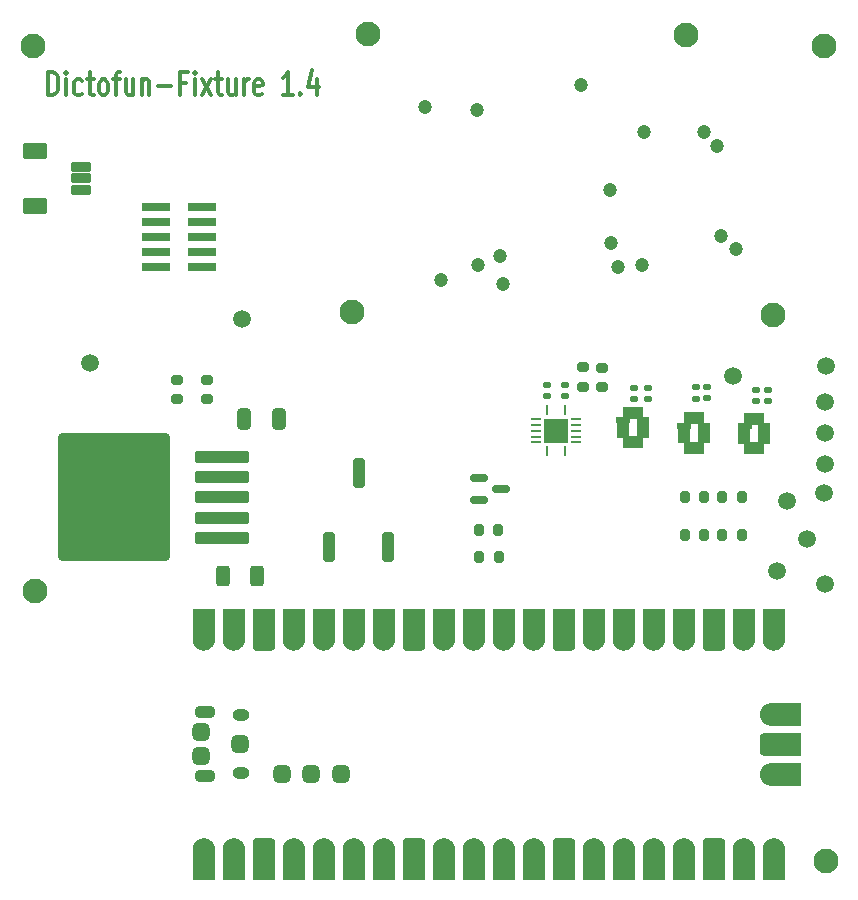
<source format=gbr>
%TF.GenerationSoftware,KiCad,Pcbnew,7.0.10-7.0.10~ubuntu22.04.1*%
%TF.CreationDate,2024-03-30T17:15:14+01:00*%
%TF.ProjectId,test_fixture,74657374-5f66-4697-9874-7572652e6b69,rev?*%
%TF.SameCoordinates,Original*%
%TF.FileFunction,Soldermask,Top*%
%TF.FilePolarity,Negative*%
%FSLAX46Y46*%
G04 Gerber Fmt 4.6, Leading zero omitted, Abs format (unit mm)*
G04 Created by KiCad (PCBNEW 7.0.10-7.0.10~ubuntu22.04.1) date 2024-03-30 17:15:14*
%MOMM*%
%LPD*%
G01*
G04 APERTURE LIST*
G04 Aperture macros list*
%AMRoundRect*
0 Rectangle with rounded corners*
0 $1 Rounding radius*
0 $2 $3 $4 $5 $6 $7 $8 $9 X,Y pos of 4 corners*
0 Add a 4 corners polygon primitive as box body*
4,1,4,$2,$3,$4,$5,$6,$7,$8,$9,$2,$3,0*
0 Add four circle primitives for the rounded corners*
1,1,$1+$1,$2,$3*
1,1,$1+$1,$4,$5*
1,1,$1+$1,$6,$7*
1,1,$1+$1,$8,$9*
0 Add four rect primitives between the rounded corners*
20,1,$1+$1,$2,$3,$4,$5,0*
20,1,$1+$1,$4,$5,$6,$7,0*
20,1,$1+$1,$6,$7,$8,$9,0*
20,1,$1+$1,$8,$9,$2,$3,0*%
G04 Aperture macros list end*
%ADD10C,0.300000*%
%ADD11C,0.010000*%
%ADD12RoundRect,0.450000X0.300000X-0.300000X0.300000X0.300000X-0.300000X0.300000X-0.300000X-0.300000X0*%
%ADD13O,1.800000X1.100000*%
%ADD14O,1.450000X1.050000*%
%ADD15C,1.200000*%
%ADD16C,1.500000*%
%ADD17RoundRect,0.200000X-0.200000X-0.275000X0.200000X-0.275000X0.200000X0.275000X-0.200000X0.275000X0*%
%ADD18RoundRect,0.140000X0.170000X-0.140000X0.170000X0.140000X-0.170000X0.140000X-0.170000X-0.140000X0*%
%ADD19C,2.100000*%
%ADD20RoundRect,0.004240X-0.552760X-0.207760X0.552760X-0.207760X0.552760X0.207760X-0.552760X0.207760X0*%
%ADD21RoundRect,0.004240X-0.502760X-0.207760X0.502760X-0.207760X0.502760X0.207760X-0.502760X0.207760X0*%
%ADD22RoundRect,0.004240X0.207760X-0.502760X0.207760X0.502760X-0.207760X0.502760X-0.207760X-0.502760X0*%
%ADD23RoundRect,0.004240X0.502760X0.207760X-0.502760X0.207760X-0.502760X-0.207760X0.502760X-0.207760X0*%
%ADD24RoundRect,0.004240X-0.207760X0.502760X-0.207760X-0.502760X0.207760X-0.502760X0.207760X0.502760X0*%
%ADD25RoundRect,0.200000X0.200000X0.275000X-0.200000X0.275000X-0.200000X-0.275000X0.200000X-0.275000X0*%
%ADD26R,0.280000X0.850000*%
%ADD27R,0.850000X0.280000*%
%ADD28R,2.050000X2.050000*%
%ADD29R,2.400000X0.740000*%
%ADD30RoundRect,0.200000X0.275000X-0.200000X0.275000X0.200000X-0.275000X0.200000X-0.275000X-0.200000X0*%
%ADD31RoundRect,0.200000X-0.275000X0.200000X-0.275000X-0.200000X0.275000X-0.200000X0.275000X0.200000X0*%
%ADD32RoundRect,0.250000X2.050000X0.300000X-2.050000X0.300000X-2.050000X-0.300000X2.050000X-0.300000X0*%
%ADD33RoundRect,0.250002X4.449998X5.149998X-4.449998X5.149998X-4.449998X-5.149998X4.449998X-5.149998X0*%
%ADD34RoundRect,0.102000X-0.775000X-0.300000X0.775000X-0.300000X0.775000X0.300000X-0.775000X0.300000X0*%
%ADD35RoundRect,0.102000X0.900000X-0.600000X0.900000X0.600000X-0.900000X0.600000X-0.900000X-0.600000X0*%
%ADD36RoundRect,0.150000X-0.587500X-0.150000X0.587500X-0.150000X0.587500X0.150000X-0.587500X0.150000X0*%
%ADD37RoundRect,0.250000X0.250000X-1.000000X0.250000X1.000000X-0.250000X1.000000X-0.250000X-1.000000X0*%
%ADD38RoundRect,0.250000X0.325000X0.650000X-0.325000X0.650000X-0.325000X-0.650000X0.325000X-0.650000X0*%
%ADD39RoundRect,0.250000X-0.312500X-0.625000X0.312500X-0.625000X0.312500X0.625000X-0.312500X0.625000X0*%
G04 APERTURE END LIST*
D10*
X85427142Y-75599638D02*
X85427142Y-73599638D01*
X85427142Y-73599638D02*
X85784285Y-73599638D01*
X85784285Y-73599638D02*
X85998571Y-73694876D01*
X85998571Y-73694876D02*
X86141428Y-73885352D01*
X86141428Y-73885352D02*
X86212857Y-74075828D01*
X86212857Y-74075828D02*
X86284285Y-74456780D01*
X86284285Y-74456780D02*
X86284285Y-74742495D01*
X86284285Y-74742495D02*
X86212857Y-75123447D01*
X86212857Y-75123447D02*
X86141428Y-75313923D01*
X86141428Y-75313923D02*
X85998571Y-75504400D01*
X85998571Y-75504400D02*
X85784285Y-75599638D01*
X85784285Y-75599638D02*
X85427142Y-75599638D01*
X86927142Y-75599638D02*
X86927142Y-74266304D01*
X86927142Y-73599638D02*
X86855714Y-73694876D01*
X86855714Y-73694876D02*
X86927142Y-73790114D01*
X86927142Y-73790114D02*
X86998571Y-73694876D01*
X86998571Y-73694876D02*
X86927142Y-73599638D01*
X86927142Y-73599638D02*
X86927142Y-73790114D01*
X88284286Y-75504400D02*
X88141428Y-75599638D01*
X88141428Y-75599638D02*
X87855714Y-75599638D01*
X87855714Y-75599638D02*
X87712857Y-75504400D01*
X87712857Y-75504400D02*
X87641428Y-75409161D01*
X87641428Y-75409161D02*
X87570000Y-75218685D01*
X87570000Y-75218685D02*
X87570000Y-74647257D01*
X87570000Y-74647257D02*
X87641428Y-74456780D01*
X87641428Y-74456780D02*
X87712857Y-74361542D01*
X87712857Y-74361542D02*
X87855714Y-74266304D01*
X87855714Y-74266304D02*
X88141428Y-74266304D01*
X88141428Y-74266304D02*
X88284286Y-74361542D01*
X88712857Y-74266304D02*
X89284285Y-74266304D01*
X88927142Y-73599638D02*
X88927142Y-75313923D01*
X88927142Y-75313923D02*
X88998571Y-75504400D01*
X88998571Y-75504400D02*
X89141428Y-75599638D01*
X89141428Y-75599638D02*
X89284285Y-75599638D01*
X89998571Y-75599638D02*
X89855714Y-75504400D01*
X89855714Y-75504400D02*
X89784285Y-75409161D01*
X89784285Y-75409161D02*
X89712857Y-75218685D01*
X89712857Y-75218685D02*
X89712857Y-74647257D01*
X89712857Y-74647257D02*
X89784285Y-74456780D01*
X89784285Y-74456780D02*
X89855714Y-74361542D01*
X89855714Y-74361542D02*
X89998571Y-74266304D01*
X89998571Y-74266304D02*
X90212857Y-74266304D01*
X90212857Y-74266304D02*
X90355714Y-74361542D01*
X90355714Y-74361542D02*
X90427143Y-74456780D01*
X90427143Y-74456780D02*
X90498571Y-74647257D01*
X90498571Y-74647257D02*
X90498571Y-75218685D01*
X90498571Y-75218685D02*
X90427143Y-75409161D01*
X90427143Y-75409161D02*
X90355714Y-75504400D01*
X90355714Y-75504400D02*
X90212857Y-75599638D01*
X90212857Y-75599638D02*
X89998571Y-75599638D01*
X90927143Y-74266304D02*
X91498571Y-74266304D01*
X91141428Y-75599638D02*
X91141428Y-73885352D01*
X91141428Y-73885352D02*
X91212857Y-73694876D01*
X91212857Y-73694876D02*
X91355714Y-73599638D01*
X91355714Y-73599638D02*
X91498571Y-73599638D01*
X92641429Y-74266304D02*
X92641429Y-75599638D01*
X91998571Y-74266304D02*
X91998571Y-75313923D01*
X91998571Y-75313923D02*
X92070000Y-75504400D01*
X92070000Y-75504400D02*
X92212857Y-75599638D01*
X92212857Y-75599638D02*
X92427143Y-75599638D01*
X92427143Y-75599638D02*
X92570000Y-75504400D01*
X92570000Y-75504400D02*
X92641429Y-75409161D01*
X93355714Y-74266304D02*
X93355714Y-75599638D01*
X93355714Y-74456780D02*
X93427143Y-74361542D01*
X93427143Y-74361542D02*
X93570000Y-74266304D01*
X93570000Y-74266304D02*
X93784286Y-74266304D01*
X93784286Y-74266304D02*
X93927143Y-74361542D01*
X93927143Y-74361542D02*
X93998572Y-74552019D01*
X93998572Y-74552019D02*
X93998572Y-75599638D01*
X94712857Y-74837733D02*
X95855715Y-74837733D01*
X97070000Y-74552019D02*
X96570000Y-74552019D01*
X96570000Y-75599638D02*
X96570000Y-73599638D01*
X96570000Y-73599638D02*
X97284286Y-73599638D01*
X97855714Y-75599638D02*
X97855714Y-74266304D01*
X97855714Y-73599638D02*
X97784286Y-73694876D01*
X97784286Y-73694876D02*
X97855714Y-73790114D01*
X97855714Y-73790114D02*
X97927143Y-73694876D01*
X97927143Y-73694876D02*
X97855714Y-73599638D01*
X97855714Y-73599638D02*
X97855714Y-73790114D01*
X98427143Y-75599638D02*
X99212858Y-74266304D01*
X98427143Y-74266304D02*
X99212858Y-75599638D01*
X99570001Y-74266304D02*
X100141429Y-74266304D01*
X99784286Y-73599638D02*
X99784286Y-75313923D01*
X99784286Y-75313923D02*
X99855715Y-75504400D01*
X99855715Y-75504400D02*
X99998572Y-75599638D01*
X99998572Y-75599638D02*
X100141429Y-75599638D01*
X101284287Y-74266304D02*
X101284287Y-75599638D01*
X100641429Y-74266304D02*
X100641429Y-75313923D01*
X100641429Y-75313923D02*
X100712858Y-75504400D01*
X100712858Y-75504400D02*
X100855715Y-75599638D01*
X100855715Y-75599638D02*
X101070001Y-75599638D01*
X101070001Y-75599638D02*
X101212858Y-75504400D01*
X101212858Y-75504400D02*
X101284287Y-75409161D01*
X101998572Y-75599638D02*
X101998572Y-74266304D01*
X101998572Y-74647257D02*
X102070001Y-74456780D01*
X102070001Y-74456780D02*
X102141430Y-74361542D01*
X102141430Y-74361542D02*
X102284287Y-74266304D01*
X102284287Y-74266304D02*
X102427144Y-74266304D01*
X103498572Y-75504400D02*
X103355715Y-75599638D01*
X103355715Y-75599638D02*
X103070001Y-75599638D01*
X103070001Y-75599638D02*
X102927143Y-75504400D01*
X102927143Y-75504400D02*
X102855715Y-75313923D01*
X102855715Y-75313923D02*
X102855715Y-74552019D01*
X102855715Y-74552019D02*
X102927143Y-74361542D01*
X102927143Y-74361542D02*
X103070001Y-74266304D01*
X103070001Y-74266304D02*
X103355715Y-74266304D01*
X103355715Y-74266304D02*
X103498572Y-74361542D01*
X103498572Y-74361542D02*
X103570001Y-74552019D01*
X103570001Y-74552019D02*
X103570001Y-74742495D01*
X103570001Y-74742495D02*
X102855715Y-74932971D01*
X106141429Y-75599638D02*
X105284286Y-75599638D01*
X105712857Y-75599638D02*
X105712857Y-73599638D01*
X105712857Y-73599638D02*
X105570000Y-73885352D01*
X105570000Y-73885352D02*
X105427143Y-74075828D01*
X105427143Y-74075828D02*
X105284286Y-74171066D01*
X106784285Y-75409161D02*
X106855714Y-75504400D01*
X106855714Y-75504400D02*
X106784285Y-75599638D01*
X106784285Y-75599638D02*
X106712857Y-75504400D01*
X106712857Y-75504400D02*
X106784285Y-75409161D01*
X106784285Y-75409161D02*
X106784285Y-75599638D01*
X108141429Y-74266304D02*
X108141429Y-75599638D01*
X107784286Y-73504400D02*
X107427143Y-74932971D01*
X107427143Y-74932971D02*
X108355714Y-74932971D01*
%TO.C,U1*%
D11*
X98599000Y-138521600D02*
X98646000Y-138525600D01*
X98693000Y-138531600D01*
X98739000Y-138540600D01*
X98785000Y-138551600D01*
X98830000Y-138564600D01*
X98875000Y-138580600D01*
X98918000Y-138598600D01*
X98961000Y-138618600D01*
X99002000Y-138641600D01*
X99042000Y-138665600D01*
X99081000Y-138692600D01*
X99118000Y-138721600D01*
X99154000Y-138751600D01*
X99188000Y-138784600D01*
X99221000Y-138818600D01*
X99251000Y-138854600D01*
X99280000Y-138891600D01*
X99307000Y-138930600D01*
X99331000Y-138970600D01*
X99354000Y-139011600D01*
X99374000Y-139054600D01*
X99392000Y-139097600D01*
X99408000Y-139142600D01*
X99421000Y-139187600D01*
X99432000Y-139233600D01*
X99441000Y-139279600D01*
X99447000Y-139326600D01*
X99451000Y-139373600D01*
X99452000Y-139420600D01*
X99452000Y-141920600D01*
X97652000Y-141920600D01*
X97652000Y-139420600D01*
X97653000Y-139373600D01*
X97657000Y-139326600D01*
X97663000Y-139279600D01*
X97672000Y-139233600D01*
X97683000Y-139187600D01*
X97696000Y-139142600D01*
X97712000Y-139097600D01*
X97730000Y-139054600D01*
X97750000Y-139011600D01*
X97773000Y-138970600D01*
X97797000Y-138930600D01*
X97824000Y-138891600D01*
X97853000Y-138854600D01*
X97883000Y-138818600D01*
X97916000Y-138784600D01*
X97950000Y-138751600D01*
X97986000Y-138721600D01*
X98023000Y-138692600D01*
X98062000Y-138665600D01*
X98102000Y-138641600D01*
X98143000Y-138618600D01*
X98186000Y-138598600D01*
X98229000Y-138580600D01*
X98274000Y-138564600D01*
X98319000Y-138551600D01*
X98365000Y-138540600D01*
X98411000Y-138531600D01*
X98458000Y-138525600D01*
X98505000Y-138521600D01*
X98552000Y-138520600D01*
X98599000Y-138521600D01*
G36*
X98599000Y-138521600D02*
G01*
X98646000Y-138525600D01*
X98693000Y-138531600D01*
X98739000Y-138540600D01*
X98785000Y-138551600D01*
X98830000Y-138564600D01*
X98875000Y-138580600D01*
X98918000Y-138598600D01*
X98961000Y-138618600D01*
X99002000Y-138641600D01*
X99042000Y-138665600D01*
X99081000Y-138692600D01*
X99118000Y-138721600D01*
X99154000Y-138751600D01*
X99188000Y-138784600D01*
X99221000Y-138818600D01*
X99251000Y-138854600D01*
X99280000Y-138891600D01*
X99307000Y-138930600D01*
X99331000Y-138970600D01*
X99354000Y-139011600D01*
X99374000Y-139054600D01*
X99392000Y-139097600D01*
X99408000Y-139142600D01*
X99421000Y-139187600D01*
X99432000Y-139233600D01*
X99441000Y-139279600D01*
X99447000Y-139326600D01*
X99451000Y-139373600D01*
X99452000Y-139420600D01*
X99452000Y-141920600D01*
X97652000Y-141920600D01*
X97652000Y-139420600D01*
X97653000Y-139373600D01*
X97657000Y-139326600D01*
X97663000Y-139279600D01*
X97672000Y-139233600D01*
X97683000Y-139187600D01*
X97696000Y-139142600D01*
X97712000Y-139097600D01*
X97730000Y-139054600D01*
X97750000Y-139011600D01*
X97773000Y-138970600D01*
X97797000Y-138930600D01*
X97824000Y-138891600D01*
X97853000Y-138854600D01*
X97883000Y-138818600D01*
X97916000Y-138784600D01*
X97950000Y-138751600D01*
X97986000Y-138721600D01*
X98023000Y-138692600D01*
X98062000Y-138665600D01*
X98102000Y-138641600D01*
X98143000Y-138618600D01*
X98186000Y-138598600D01*
X98229000Y-138580600D01*
X98274000Y-138564600D01*
X98319000Y-138551600D01*
X98365000Y-138540600D01*
X98411000Y-138531600D01*
X98458000Y-138525600D01*
X98505000Y-138521600D01*
X98552000Y-138520600D01*
X98599000Y-138521600D01*
G37*
X99452000Y-121640600D02*
X99451000Y-121687600D01*
X99447000Y-121734600D01*
X99441000Y-121781600D01*
X99432000Y-121827600D01*
X99421000Y-121873600D01*
X99408000Y-121918600D01*
X99392000Y-121963600D01*
X99374000Y-122006600D01*
X99354000Y-122049600D01*
X99331000Y-122090600D01*
X99307000Y-122130600D01*
X99280000Y-122169600D01*
X99251000Y-122206600D01*
X99221000Y-122242600D01*
X99188000Y-122276600D01*
X99154000Y-122309600D01*
X99118000Y-122339600D01*
X99081000Y-122368600D01*
X99042000Y-122395600D01*
X99002000Y-122419600D01*
X98961000Y-122442600D01*
X98918000Y-122462600D01*
X98875000Y-122480600D01*
X98830000Y-122496600D01*
X98785000Y-122509600D01*
X98739000Y-122520600D01*
X98693000Y-122529600D01*
X98646000Y-122535600D01*
X98599000Y-122539600D01*
X98552000Y-122540600D01*
X98505000Y-122539600D01*
X98458000Y-122535600D01*
X98411000Y-122529600D01*
X98365000Y-122520600D01*
X98319000Y-122509600D01*
X98274000Y-122496600D01*
X98229000Y-122480600D01*
X98186000Y-122462600D01*
X98143000Y-122442600D01*
X98102000Y-122419600D01*
X98062000Y-122395600D01*
X98023000Y-122368600D01*
X97986000Y-122339600D01*
X97950000Y-122309600D01*
X97916000Y-122276600D01*
X97883000Y-122242600D01*
X97853000Y-122206600D01*
X97824000Y-122169600D01*
X97797000Y-122130600D01*
X97773000Y-122090600D01*
X97750000Y-122049600D01*
X97730000Y-122006600D01*
X97712000Y-121963600D01*
X97696000Y-121918600D01*
X97683000Y-121873600D01*
X97672000Y-121827600D01*
X97663000Y-121781600D01*
X97657000Y-121734600D01*
X97653000Y-121687600D01*
X97652000Y-121640600D01*
X97652000Y-119140600D01*
X99452000Y-119140600D01*
X99452000Y-121640600D01*
G36*
X99452000Y-121640600D02*
G01*
X99451000Y-121687600D01*
X99447000Y-121734600D01*
X99441000Y-121781600D01*
X99432000Y-121827600D01*
X99421000Y-121873600D01*
X99408000Y-121918600D01*
X99392000Y-121963600D01*
X99374000Y-122006600D01*
X99354000Y-122049600D01*
X99331000Y-122090600D01*
X99307000Y-122130600D01*
X99280000Y-122169600D01*
X99251000Y-122206600D01*
X99221000Y-122242600D01*
X99188000Y-122276600D01*
X99154000Y-122309600D01*
X99118000Y-122339600D01*
X99081000Y-122368600D01*
X99042000Y-122395600D01*
X99002000Y-122419600D01*
X98961000Y-122442600D01*
X98918000Y-122462600D01*
X98875000Y-122480600D01*
X98830000Y-122496600D01*
X98785000Y-122509600D01*
X98739000Y-122520600D01*
X98693000Y-122529600D01*
X98646000Y-122535600D01*
X98599000Y-122539600D01*
X98552000Y-122540600D01*
X98505000Y-122539600D01*
X98458000Y-122535600D01*
X98411000Y-122529600D01*
X98365000Y-122520600D01*
X98319000Y-122509600D01*
X98274000Y-122496600D01*
X98229000Y-122480600D01*
X98186000Y-122462600D01*
X98143000Y-122442600D01*
X98102000Y-122419600D01*
X98062000Y-122395600D01*
X98023000Y-122368600D01*
X97986000Y-122339600D01*
X97950000Y-122309600D01*
X97916000Y-122276600D01*
X97883000Y-122242600D01*
X97853000Y-122206600D01*
X97824000Y-122169600D01*
X97797000Y-122130600D01*
X97773000Y-122090600D01*
X97750000Y-122049600D01*
X97730000Y-122006600D01*
X97712000Y-121963600D01*
X97696000Y-121918600D01*
X97683000Y-121873600D01*
X97672000Y-121827600D01*
X97663000Y-121781600D01*
X97657000Y-121734600D01*
X97653000Y-121687600D01*
X97652000Y-121640600D01*
X97652000Y-119140600D01*
X99452000Y-119140600D01*
X99452000Y-121640600D01*
G37*
X104263000Y-138522600D02*
X104279000Y-138524600D01*
X104294000Y-138527600D01*
X104310000Y-138530600D01*
X104325000Y-138535600D01*
X104340000Y-138540600D01*
X104354000Y-138546600D01*
X104368000Y-138553600D01*
X104382000Y-138560600D01*
X104395000Y-138568600D01*
X104408000Y-138577600D01*
X104421000Y-138587600D01*
X104433000Y-138597600D01*
X104444000Y-138608600D01*
X104455000Y-138619600D01*
X104465000Y-138631600D01*
X104475000Y-138644600D01*
X104484000Y-138657600D01*
X104492000Y-138670600D01*
X104499000Y-138684600D01*
X104506000Y-138698600D01*
X104512000Y-138712600D01*
X104517000Y-138727600D01*
X104522000Y-138742600D01*
X104525000Y-138758600D01*
X104528000Y-138773600D01*
X104530000Y-138789600D01*
X104532000Y-138804600D01*
X104532000Y-138820600D01*
X104532000Y-141920600D01*
X102732000Y-141920600D01*
X102732000Y-138820600D01*
X102732000Y-138804600D01*
X102734000Y-138789600D01*
X102736000Y-138773600D01*
X102739000Y-138758600D01*
X102742000Y-138742600D01*
X102747000Y-138727600D01*
X102752000Y-138712600D01*
X102758000Y-138698600D01*
X102765000Y-138684600D01*
X102772000Y-138670600D01*
X102780000Y-138657600D01*
X102789000Y-138644600D01*
X102799000Y-138631600D01*
X102809000Y-138619600D01*
X102820000Y-138608600D01*
X102831000Y-138597600D01*
X102843000Y-138587600D01*
X102856000Y-138577600D01*
X102869000Y-138568600D01*
X102882000Y-138560600D01*
X102896000Y-138553600D01*
X102910000Y-138546600D01*
X102924000Y-138540600D01*
X102939000Y-138535600D01*
X102954000Y-138530600D01*
X102970000Y-138527600D01*
X102985000Y-138524600D01*
X103001000Y-138522600D01*
X103016000Y-138520600D01*
X103032000Y-138520600D01*
X104232000Y-138520600D01*
X104248000Y-138520600D01*
X104263000Y-138522600D01*
G36*
X104263000Y-138522600D02*
G01*
X104279000Y-138524600D01*
X104294000Y-138527600D01*
X104310000Y-138530600D01*
X104325000Y-138535600D01*
X104340000Y-138540600D01*
X104354000Y-138546600D01*
X104368000Y-138553600D01*
X104382000Y-138560600D01*
X104395000Y-138568600D01*
X104408000Y-138577600D01*
X104421000Y-138587600D01*
X104433000Y-138597600D01*
X104444000Y-138608600D01*
X104455000Y-138619600D01*
X104465000Y-138631600D01*
X104475000Y-138644600D01*
X104484000Y-138657600D01*
X104492000Y-138670600D01*
X104499000Y-138684600D01*
X104506000Y-138698600D01*
X104512000Y-138712600D01*
X104517000Y-138727600D01*
X104522000Y-138742600D01*
X104525000Y-138758600D01*
X104528000Y-138773600D01*
X104530000Y-138789600D01*
X104532000Y-138804600D01*
X104532000Y-138820600D01*
X104532000Y-141920600D01*
X102732000Y-141920600D01*
X102732000Y-138820600D01*
X102732000Y-138804600D01*
X102734000Y-138789600D01*
X102736000Y-138773600D01*
X102739000Y-138758600D01*
X102742000Y-138742600D01*
X102747000Y-138727600D01*
X102752000Y-138712600D01*
X102758000Y-138698600D01*
X102765000Y-138684600D01*
X102772000Y-138670600D01*
X102780000Y-138657600D01*
X102789000Y-138644600D01*
X102799000Y-138631600D01*
X102809000Y-138619600D01*
X102820000Y-138608600D01*
X102831000Y-138597600D01*
X102843000Y-138587600D01*
X102856000Y-138577600D01*
X102869000Y-138568600D01*
X102882000Y-138560600D01*
X102896000Y-138553600D01*
X102910000Y-138546600D01*
X102924000Y-138540600D01*
X102939000Y-138535600D01*
X102954000Y-138530600D01*
X102970000Y-138527600D01*
X102985000Y-138524600D01*
X103001000Y-138522600D01*
X103016000Y-138520600D01*
X103032000Y-138520600D01*
X104232000Y-138520600D01*
X104248000Y-138520600D01*
X104263000Y-138522600D01*
G37*
X104532000Y-122240600D02*
X104532000Y-122256600D01*
X104530000Y-122271600D01*
X104528000Y-122287600D01*
X104525000Y-122302600D01*
X104522000Y-122318600D01*
X104517000Y-122333600D01*
X104512000Y-122348600D01*
X104506000Y-122362600D01*
X104499000Y-122376600D01*
X104492000Y-122390600D01*
X104484000Y-122403600D01*
X104475000Y-122416600D01*
X104465000Y-122429600D01*
X104455000Y-122441600D01*
X104444000Y-122452600D01*
X104433000Y-122463600D01*
X104421000Y-122473600D01*
X104408000Y-122483600D01*
X104395000Y-122492600D01*
X104382000Y-122500600D01*
X104368000Y-122507600D01*
X104354000Y-122514600D01*
X104340000Y-122520600D01*
X104325000Y-122525600D01*
X104310000Y-122530600D01*
X104294000Y-122533600D01*
X104279000Y-122536600D01*
X104263000Y-122538600D01*
X104248000Y-122540600D01*
X104232000Y-122540600D01*
X103032000Y-122540600D01*
X103016000Y-122540600D01*
X103001000Y-122538600D01*
X102985000Y-122536600D01*
X102970000Y-122533600D01*
X102954000Y-122530600D01*
X102939000Y-122525600D01*
X102924000Y-122520600D01*
X102910000Y-122514600D01*
X102896000Y-122507600D01*
X102882000Y-122500600D01*
X102869000Y-122492600D01*
X102856000Y-122483600D01*
X102843000Y-122473600D01*
X102831000Y-122463600D01*
X102820000Y-122452600D01*
X102809000Y-122441600D01*
X102799000Y-122429600D01*
X102789000Y-122416600D01*
X102780000Y-122403600D01*
X102772000Y-122390600D01*
X102765000Y-122376600D01*
X102758000Y-122362600D01*
X102752000Y-122348600D01*
X102747000Y-122333600D01*
X102742000Y-122318600D01*
X102739000Y-122302600D01*
X102736000Y-122287600D01*
X102734000Y-122271600D01*
X102732000Y-122256600D01*
X102732000Y-122240600D01*
X102732000Y-119140600D01*
X104532000Y-119140600D01*
X104532000Y-122240600D01*
G36*
X104532000Y-122240600D02*
G01*
X104532000Y-122256600D01*
X104530000Y-122271600D01*
X104528000Y-122287600D01*
X104525000Y-122302600D01*
X104522000Y-122318600D01*
X104517000Y-122333600D01*
X104512000Y-122348600D01*
X104506000Y-122362600D01*
X104499000Y-122376600D01*
X104492000Y-122390600D01*
X104484000Y-122403600D01*
X104475000Y-122416600D01*
X104465000Y-122429600D01*
X104455000Y-122441600D01*
X104444000Y-122452600D01*
X104433000Y-122463600D01*
X104421000Y-122473600D01*
X104408000Y-122483600D01*
X104395000Y-122492600D01*
X104382000Y-122500600D01*
X104368000Y-122507600D01*
X104354000Y-122514600D01*
X104340000Y-122520600D01*
X104325000Y-122525600D01*
X104310000Y-122530600D01*
X104294000Y-122533600D01*
X104279000Y-122536600D01*
X104263000Y-122538600D01*
X104248000Y-122540600D01*
X104232000Y-122540600D01*
X103032000Y-122540600D01*
X103016000Y-122540600D01*
X103001000Y-122538600D01*
X102985000Y-122536600D01*
X102970000Y-122533600D01*
X102954000Y-122530600D01*
X102939000Y-122525600D01*
X102924000Y-122520600D01*
X102910000Y-122514600D01*
X102896000Y-122507600D01*
X102882000Y-122500600D01*
X102869000Y-122492600D01*
X102856000Y-122483600D01*
X102843000Y-122473600D01*
X102831000Y-122463600D01*
X102820000Y-122452600D01*
X102809000Y-122441600D01*
X102799000Y-122429600D01*
X102789000Y-122416600D01*
X102780000Y-122403600D01*
X102772000Y-122390600D01*
X102765000Y-122376600D01*
X102758000Y-122362600D01*
X102752000Y-122348600D01*
X102747000Y-122333600D01*
X102742000Y-122318600D01*
X102739000Y-122302600D01*
X102736000Y-122287600D01*
X102734000Y-122271600D01*
X102732000Y-122256600D01*
X102732000Y-122240600D01*
X102732000Y-119140600D01*
X104532000Y-119140600D01*
X104532000Y-122240600D01*
G37*
X149082000Y-133970600D02*
X146582000Y-133970600D01*
X146535000Y-133969600D01*
X146488000Y-133965600D01*
X146441000Y-133959600D01*
X146395000Y-133950600D01*
X146349000Y-133939600D01*
X146304000Y-133926600D01*
X146259000Y-133910600D01*
X146216000Y-133892600D01*
X146173000Y-133872600D01*
X146132000Y-133849600D01*
X146092000Y-133825600D01*
X146053000Y-133798600D01*
X146016000Y-133769600D01*
X145980000Y-133739600D01*
X145946000Y-133706600D01*
X145913000Y-133672600D01*
X145883000Y-133636600D01*
X145854000Y-133599600D01*
X145827000Y-133560600D01*
X145803000Y-133520600D01*
X145780000Y-133479600D01*
X145760000Y-133436600D01*
X145742000Y-133393600D01*
X145726000Y-133348600D01*
X145713000Y-133303600D01*
X145702000Y-133257600D01*
X145693000Y-133211600D01*
X145687000Y-133164600D01*
X145683000Y-133117600D01*
X145682000Y-133070600D01*
X145683000Y-133023600D01*
X145687000Y-132976600D01*
X145693000Y-132929600D01*
X145702000Y-132883600D01*
X145713000Y-132837600D01*
X145726000Y-132792600D01*
X145742000Y-132747600D01*
X145760000Y-132704600D01*
X145780000Y-132661600D01*
X145803000Y-132620600D01*
X145827000Y-132580600D01*
X145854000Y-132541600D01*
X145883000Y-132504600D01*
X145913000Y-132468600D01*
X145946000Y-132434600D01*
X145980000Y-132401600D01*
X146016000Y-132371600D01*
X146053000Y-132342600D01*
X146092000Y-132315600D01*
X146132000Y-132291600D01*
X146173000Y-132268600D01*
X146216000Y-132248600D01*
X146259000Y-132230600D01*
X146304000Y-132214600D01*
X146349000Y-132201600D01*
X146395000Y-132190600D01*
X146441000Y-132181600D01*
X146488000Y-132175600D01*
X146535000Y-132171600D01*
X146582000Y-132170600D01*
X149082000Y-132170600D01*
X149082000Y-133970600D01*
G36*
X149082000Y-133970600D02*
G01*
X146582000Y-133970600D01*
X146535000Y-133969600D01*
X146488000Y-133965600D01*
X146441000Y-133959600D01*
X146395000Y-133950600D01*
X146349000Y-133939600D01*
X146304000Y-133926600D01*
X146259000Y-133910600D01*
X146216000Y-133892600D01*
X146173000Y-133872600D01*
X146132000Y-133849600D01*
X146092000Y-133825600D01*
X146053000Y-133798600D01*
X146016000Y-133769600D01*
X145980000Y-133739600D01*
X145946000Y-133706600D01*
X145913000Y-133672600D01*
X145883000Y-133636600D01*
X145854000Y-133599600D01*
X145827000Y-133560600D01*
X145803000Y-133520600D01*
X145780000Y-133479600D01*
X145760000Y-133436600D01*
X145742000Y-133393600D01*
X145726000Y-133348600D01*
X145713000Y-133303600D01*
X145702000Y-133257600D01*
X145693000Y-133211600D01*
X145687000Y-133164600D01*
X145683000Y-133117600D01*
X145682000Y-133070600D01*
X145683000Y-133023600D01*
X145687000Y-132976600D01*
X145693000Y-132929600D01*
X145702000Y-132883600D01*
X145713000Y-132837600D01*
X145726000Y-132792600D01*
X145742000Y-132747600D01*
X145760000Y-132704600D01*
X145780000Y-132661600D01*
X145803000Y-132620600D01*
X145827000Y-132580600D01*
X145854000Y-132541600D01*
X145883000Y-132504600D01*
X145913000Y-132468600D01*
X145946000Y-132434600D01*
X145980000Y-132401600D01*
X146016000Y-132371600D01*
X146053000Y-132342600D01*
X146092000Y-132315600D01*
X146132000Y-132291600D01*
X146173000Y-132268600D01*
X146216000Y-132248600D01*
X146259000Y-132230600D01*
X146304000Y-132214600D01*
X146349000Y-132201600D01*
X146395000Y-132190600D01*
X146441000Y-132181600D01*
X146488000Y-132175600D01*
X146535000Y-132171600D01*
X146582000Y-132170600D01*
X149082000Y-132170600D01*
X149082000Y-133970600D01*
G37*
X149082000Y-131430600D02*
X145982000Y-131430600D01*
X145966000Y-131430600D01*
X145951000Y-131428600D01*
X145935000Y-131426600D01*
X145920000Y-131423600D01*
X145904000Y-131420600D01*
X145889000Y-131415600D01*
X145874000Y-131410600D01*
X145860000Y-131404600D01*
X145846000Y-131397600D01*
X145832000Y-131390600D01*
X145819000Y-131382600D01*
X145806000Y-131373600D01*
X145793000Y-131363600D01*
X145781000Y-131353600D01*
X145770000Y-131342600D01*
X145759000Y-131331600D01*
X145749000Y-131319600D01*
X145739000Y-131306600D01*
X145730000Y-131293600D01*
X145722000Y-131280600D01*
X145715000Y-131266600D01*
X145708000Y-131252600D01*
X145702000Y-131238600D01*
X145697000Y-131223600D01*
X145692000Y-131208600D01*
X145689000Y-131192600D01*
X145686000Y-131177600D01*
X145684000Y-131161600D01*
X145682000Y-131146600D01*
X145682000Y-131130600D01*
X145682000Y-129930600D01*
X145682000Y-129914600D01*
X145684000Y-129899600D01*
X145686000Y-129883600D01*
X145689000Y-129868600D01*
X145692000Y-129852600D01*
X145697000Y-129837600D01*
X145702000Y-129822600D01*
X145708000Y-129808600D01*
X145715000Y-129794600D01*
X145722000Y-129780600D01*
X145730000Y-129767600D01*
X145739000Y-129754600D01*
X145749000Y-129741600D01*
X145759000Y-129729600D01*
X145770000Y-129718600D01*
X145781000Y-129707600D01*
X145793000Y-129697600D01*
X145806000Y-129687600D01*
X145819000Y-129678600D01*
X145832000Y-129670600D01*
X145846000Y-129663600D01*
X145860000Y-129656600D01*
X145874000Y-129650600D01*
X145889000Y-129645600D01*
X145904000Y-129640600D01*
X145920000Y-129637600D01*
X145935000Y-129634600D01*
X145951000Y-129632600D01*
X145966000Y-129630600D01*
X145982000Y-129630600D01*
X149082000Y-129630600D01*
X149082000Y-131430600D01*
G36*
X149082000Y-131430600D02*
G01*
X145982000Y-131430600D01*
X145966000Y-131430600D01*
X145951000Y-131428600D01*
X145935000Y-131426600D01*
X145920000Y-131423600D01*
X145904000Y-131420600D01*
X145889000Y-131415600D01*
X145874000Y-131410600D01*
X145860000Y-131404600D01*
X145846000Y-131397600D01*
X145832000Y-131390600D01*
X145819000Y-131382600D01*
X145806000Y-131373600D01*
X145793000Y-131363600D01*
X145781000Y-131353600D01*
X145770000Y-131342600D01*
X145759000Y-131331600D01*
X145749000Y-131319600D01*
X145739000Y-131306600D01*
X145730000Y-131293600D01*
X145722000Y-131280600D01*
X145715000Y-131266600D01*
X145708000Y-131252600D01*
X145702000Y-131238600D01*
X145697000Y-131223600D01*
X145692000Y-131208600D01*
X145689000Y-131192600D01*
X145686000Y-131177600D01*
X145684000Y-131161600D01*
X145682000Y-131146600D01*
X145682000Y-131130600D01*
X145682000Y-129930600D01*
X145682000Y-129914600D01*
X145684000Y-129899600D01*
X145686000Y-129883600D01*
X145689000Y-129868600D01*
X145692000Y-129852600D01*
X145697000Y-129837600D01*
X145702000Y-129822600D01*
X145708000Y-129808600D01*
X145715000Y-129794600D01*
X145722000Y-129780600D01*
X145730000Y-129767600D01*
X145739000Y-129754600D01*
X145749000Y-129741600D01*
X145759000Y-129729600D01*
X145770000Y-129718600D01*
X145781000Y-129707600D01*
X145793000Y-129697600D01*
X145806000Y-129687600D01*
X145819000Y-129678600D01*
X145832000Y-129670600D01*
X145846000Y-129663600D01*
X145860000Y-129656600D01*
X145874000Y-129650600D01*
X145889000Y-129645600D01*
X145904000Y-129640600D01*
X145920000Y-129637600D01*
X145935000Y-129634600D01*
X145951000Y-129632600D01*
X145966000Y-129630600D01*
X145982000Y-129630600D01*
X149082000Y-129630600D01*
X149082000Y-131430600D01*
G37*
X101139000Y-138521600D02*
X101186000Y-138525600D01*
X101233000Y-138531600D01*
X101279000Y-138540600D01*
X101325000Y-138551600D01*
X101370000Y-138564600D01*
X101415000Y-138580600D01*
X101458000Y-138598600D01*
X101501000Y-138618600D01*
X101542000Y-138641600D01*
X101582000Y-138665600D01*
X101621000Y-138692600D01*
X101658000Y-138721600D01*
X101694000Y-138751600D01*
X101728000Y-138784600D01*
X101761000Y-138818600D01*
X101791000Y-138854600D01*
X101820000Y-138891600D01*
X101847000Y-138930600D01*
X101871000Y-138970600D01*
X101894000Y-139011600D01*
X101914000Y-139054600D01*
X101932000Y-139097600D01*
X101948000Y-139142600D01*
X101961000Y-139187600D01*
X101972000Y-139233600D01*
X101981000Y-139279600D01*
X101987000Y-139326600D01*
X101991000Y-139373600D01*
X101992000Y-139420600D01*
X101992000Y-141920600D01*
X100192000Y-141920600D01*
X100192000Y-139420600D01*
X100193000Y-139373600D01*
X100197000Y-139326600D01*
X100203000Y-139279600D01*
X100212000Y-139233600D01*
X100223000Y-139187600D01*
X100236000Y-139142600D01*
X100252000Y-139097600D01*
X100270000Y-139054600D01*
X100290000Y-139011600D01*
X100313000Y-138970600D01*
X100337000Y-138930600D01*
X100364000Y-138891600D01*
X100393000Y-138854600D01*
X100423000Y-138818600D01*
X100456000Y-138784600D01*
X100490000Y-138751600D01*
X100526000Y-138721600D01*
X100563000Y-138692600D01*
X100602000Y-138665600D01*
X100642000Y-138641600D01*
X100683000Y-138618600D01*
X100726000Y-138598600D01*
X100769000Y-138580600D01*
X100814000Y-138564600D01*
X100859000Y-138551600D01*
X100905000Y-138540600D01*
X100951000Y-138531600D01*
X100998000Y-138525600D01*
X101045000Y-138521600D01*
X101092000Y-138520600D01*
X101139000Y-138521600D01*
G36*
X101139000Y-138521600D02*
G01*
X101186000Y-138525600D01*
X101233000Y-138531600D01*
X101279000Y-138540600D01*
X101325000Y-138551600D01*
X101370000Y-138564600D01*
X101415000Y-138580600D01*
X101458000Y-138598600D01*
X101501000Y-138618600D01*
X101542000Y-138641600D01*
X101582000Y-138665600D01*
X101621000Y-138692600D01*
X101658000Y-138721600D01*
X101694000Y-138751600D01*
X101728000Y-138784600D01*
X101761000Y-138818600D01*
X101791000Y-138854600D01*
X101820000Y-138891600D01*
X101847000Y-138930600D01*
X101871000Y-138970600D01*
X101894000Y-139011600D01*
X101914000Y-139054600D01*
X101932000Y-139097600D01*
X101948000Y-139142600D01*
X101961000Y-139187600D01*
X101972000Y-139233600D01*
X101981000Y-139279600D01*
X101987000Y-139326600D01*
X101991000Y-139373600D01*
X101992000Y-139420600D01*
X101992000Y-141920600D01*
X100192000Y-141920600D01*
X100192000Y-139420600D01*
X100193000Y-139373600D01*
X100197000Y-139326600D01*
X100203000Y-139279600D01*
X100212000Y-139233600D01*
X100223000Y-139187600D01*
X100236000Y-139142600D01*
X100252000Y-139097600D01*
X100270000Y-139054600D01*
X100290000Y-139011600D01*
X100313000Y-138970600D01*
X100337000Y-138930600D01*
X100364000Y-138891600D01*
X100393000Y-138854600D01*
X100423000Y-138818600D01*
X100456000Y-138784600D01*
X100490000Y-138751600D01*
X100526000Y-138721600D01*
X100563000Y-138692600D01*
X100602000Y-138665600D01*
X100642000Y-138641600D01*
X100683000Y-138618600D01*
X100726000Y-138598600D01*
X100769000Y-138580600D01*
X100814000Y-138564600D01*
X100859000Y-138551600D01*
X100905000Y-138540600D01*
X100951000Y-138531600D01*
X100998000Y-138525600D01*
X101045000Y-138521600D01*
X101092000Y-138520600D01*
X101139000Y-138521600D01*
G37*
X106219000Y-138521600D02*
X106266000Y-138525600D01*
X106313000Y-138531600D01*
X106359000Y-138540600D01*
X106405000Y-138551600D01*
X106450000Y-138564600D01*
X106495000Y-138580600D01*
X106538000Y-138598600D01*
X106581000Y-138618600D01*
X106622000Y-138641600D01*
X106662000Y-138665600D01*
X106701000Y-138692600D01*
X106738000Y-138721600D01*
X106774000Y-138751600D01*
X106808000Y-138784600D01*
X106841000Y-138818600D01*
X106871000Y-138854600D01*
X106900000Y-138891600D01*
X106927000Y-138930600D01*
X106951000Y-138970600D01*
X106974000Y-139011600D01*
X106994000Y-139054600D01*
X107012000Y-139097600D01*
X107028000Y-139142600D01*
X107041000Y-139187600D01*
X107052000Y-139233600D01*
X107061000Y-139279600D01*
X107067000Y-139326600D01*
X107071000Y-139373600D01*
X107072000Y-139420600D01*
X107072000Y-141920600D01*
X105272000Y-141920600D01*
X105272000Y-139420600D01*
X105273000Y-139373600D01*
X105277000Y-139326600D01*
X105283000Y-139279600D01*
X105292000Y-139233600D01*
X105303000Y-139187600D01*
X105316000Y-139142600D01*
X105332000Y-139097600D01*
X105350000Y-139054600D01*
X105370000Y-139011600D01*
X105393000Y-138970600D01*
X105417000Y-138930600D01*
X105444000Y-138891600D01*
X105473000Y-138854600D01*
X105503000Y-138818600D01*
X105536000Y-138784600D01*
X105570000Y-138751600D01*
X105606000Y-138721600D01*
X105643000Y-138692600D01*
X105682000Y-138665600D01*
X105722000Y-138641600D01*
X105763000Y-138618600D01*
X105806000Y-138598600D01*
X105849000Y-138580600D01*
X105894000Y-138564600D01*
X105939000Y-138551600D01*
X105985000Y-138540600D01*
X106031000Y-138531600D01*
X106078000Y-138525600D01*
X106125000Y-138521600D01*
X106172000Y-138520600D01*
X106219000Y-138521600D01*
G36*
X106219000Y-138521600D02*
G01*
X106266000Y-138525600D01*
X106313000Y-138531600D01*
X106359000Y-138540600D01*
X106405000Y-138551600D01*
X106450000Y-138564600D01*
X106495000Y-138580600D01*
X106538000Y-138598600D01*
X106581000Y-138618600D01*
X106622000Y-138641600D01*
X106662000Y-138665600D01*
X106701000Y-138692600D01*
X106738000Y-138721600D01*
X106774000Y-138751600D01*
X106808000Y-138784600D01*
X106841000Y-138818600D01*
X106871000Y-138854600D01*
X106900000Y-138891600D01*
X106927000Y-138930600D01*
X106951000Y-138970600D01*
X106974000Y-139011600D01*
X106994000Y-139054600D01*
X107012000Y-139097600D01*
X107028000Y-139142600D01*
X107041000Y-139187600D01*
X107052000Y-139233600D01*
X107061000Y-139279600D01*
X107067000Y-139326600D01*
X107071000Y-139373600D01*
X107072000Y-139420600D01*
X107072000Y-141920600D01*
X105272000Y-141920600D01*
X105272000Y-139420600D01*
X105273000Y-139373600D01*
X105277000Y-139326600D01*
X105283000Y-139279600D01*
X105292000Y-139233600D01*
X105303000Y-139187600D01*
X105316000Y-139142600D01*
X105332000Y-139097600D01*
X105350000Y-139054600D01*
X105370000Y-139011600D01*
X105393000Y-138970600D01*
X105417000Y-138930600D01*
X105444000Y-138891600D01*
X105473000Y-138854600D01*
X105503000Y-138818600D01*
X105536000Y-138784600D01*
X105570000Y-138751600D01*
X105606000Y-138721600D01*
X105643000Y-138692600D01*
X105682000Y-138665600D01*
X105722000Y-138641600D01*
X105763000Y-138618600D01*
X105806000Y-138598600D01*
X105849000Y-138580600D01*
X105894000Y-138564600D01*
X105939000Y-138551600D01*
X105985000Y-138540600D01*
X106031000Y-138531600D01*
X106078000Y-138525600D01*
X106125000Y-138521600D01*
X106172000Y-138520600D01*
X106219000Y-138521600D01*
G37*
X108759000Y-138521600D02*
X108806000Y-138525600D01*
X108853000Y-138531600D01*
X108899000Y-138540600D01*
X108945000Y-138551600D01*
X108990000Y-138564600D01*
X109035000Y-138580600D01*
X109078000Y-138598600D01*
X109121000Y-138618600D01*
X109162000Y-138641600D01*
X109202000Y-138665600D01*
X109241000Y-138692600D01*
X109278000Y-138721600D01*
X109314000Y-138751600D01*
X109348000Y-138784600D01*
X109381000Y-138818600D01*
X109411000Y-138854600D01*
X109440000Y-138891600D01*
X109467000Y-138930600D01*
X109491000Y-138970600D01*
X109514000Y-139011600D01*
X109534000Y-139054600D01*
X109552000Y-139097600D01*
X109568000Y-139142600D01*
X109581000Y-139187600D01*
X109592000Y-139233600D01*
X109601000Y-139279600D01*
X109607000Y-139326600D01*
X109611000Y-139373600D01*
X109612000Y-139420600D01*
X109612000Y-141920600D01*
X107812000Y-141920600D01*
X107812000Y-139420600D01*
X107813000Y-139373600D01*
X107817000Y-139326600D01*
X107823000Y-139279600D01*
X107832000Y-139233600D01*
X107843000Y-139187600D01*
X107856000Y-139142600D01*
X107872000Y-139097600D01*
X107890000Y-139054600D01*
X107910000Y-139011600D01*
X107933000Y-138970600D01*
X107957000Y-138930600D01*
X107984000Y-138891600D01*
X108013000Y-138854600D01*
X108043000Y-138818600D01*
X108076000Y-138784600D01*
X108110000Y-138751600D01*
X108146000Y-138721600D01*
X108183000Y-138692600D01*
X108222000Y-138665600D01*
X108262000Y-138641600D01*
X108303000Y-138618600D01*
X108346000Y-138598600D01*
X108389000Y-138580600D01*
X108434000Y-138564600D01*
X108479000Y-138551600D01*
X108525000Y-138540600D01*
X108571000Y-138531600D01*
X108618000Y-138525600D01*
X108665000Y-138521600D01*
X108712000Y-138520600D01*
X108759000Y-138521600D01*
G36*
X108759000Y-138521600D02*
G01*
X108806000Y-138525600D01*
X108853000Y-138531600D01*
X108899000Y-138540600D01*
X108945000Y-138551600D01*
X108990000Y-138564600D01*
X109035000Y-138580600D01*
X109078000Y-138598600D01*
X109121000Y-138618600D01*
X109162000Y-138641600D01*
X109202000Y-138665600D01*
X109241000Y-138692600D01*
X109278000Y-138721600D01*
X109314000Y-138751600D01*
X109348000Y-138784600D01*
X109381000Y-138818600D01*
X109411000Y-138854600D01*
X109440000Y-138891600D01*
X109467000Y-138930600D01*
X109491000Y-138970600D01*
X109514000Y-139011600D01*
X109534000Y-139054600D01*
X109552000Y-139097600D01*
X109568000Y-139142600D01*
X109581000Y-139187600D01*
X109592000Y-139233600D01*
X109601000Y-139279600D01*
X109607000Y-139326600D01*
X109611000Y-139373600D01*
X109612000Y-139420600D01*
X109612000Y-141920600D01*
X107812000Y-141920600D01*
X107812000Y-139420600D01*
X107813000Y-139373600D01*
X107817000Y-139326600D01*
X107823000Y-139279600D01*
X107832000Y-139233600D01*
X107843000Y-139187600D01*
X107856000Y-139142600D01*
X107872000Y-139097600D01*
X107890000Y-139054600D01*
X107910000Y-139011600D01*
X107933000Y-138970600D01*
X107957000Y-138930600D01*
X107984000Y-138891600D01*
X108013000Y-138854600D01*
X108043000Y-138818600D01*
X108076000Y-138784600D01*
X108110000Y-138751600D01*
X108146000Y-138721600D01*
X108183000Y-138692600D01*
X108222000Y-138665600D01*
X108262000Y-138641600D01*
X108303000Y-138618600D01*
X108346000Y-138598600D01*
X108389000Y-138580600D01*
X108434000Y-138564600D01*
X108479000Y-138551600D01*
X108525000Y-138540600D01*
X108571000Y-138531600D01*
X108618000Y-138525600D01*
X108665000Y-138521600D01*
X108712000Y-138520600D01*
X108759000Y-138521600D01*
G37*
X111299000Y-138521600D02*
X111346000Y-138525600D01*
X111393000Y-138531600D01*
X111439000Y-138540600D01*
X111485000Y-138551600D01*
X111530000Y-138564600D01*
X111575000Y-138580600D01*
X111618000Y-138598600D01*
X111661000Y-138618600D01*
X111702000Y-138641600D01*
X111742000Y-138665600D01*
X111781000Y-138692600D01*
X111818000Y-138721600D01*
X111854000Y-138751600D01*
X111888000Y-138784600D01*
X111921000Y-138818600D01*
X111951000Y-138854600D01*
X111980000Y-138891600D01*
X112007000Y-138930600D01*
X112031000Y-138970600D01*
X112054000Y-139011600D01*
X112074000Y-139054600D01*
X112092000Y-139097600D01*
X112108000Y-139142600D01*
X112121000Y-139187600D01*
X112132000Y-139233600D01*
X112141000Y-139279600D01*
X112147000Y-139326600D01*
X112151000Y-139373600D01*
X112152000Y-139420600D01*
X112152000Y-141920600D01*
X110352000Y-141920600D01*
X110352000Y-139420600D01*
X110353000Y-139373600D01*
X110357000Y-139326600D01*
X110363000Y-139279600D01*
X110372000Y-139233600D01*
X110383000Y-139187600D01*
X110396000Y-139142600D01*
X110412000Y-139097600D01*
X110430000Y-139054600D01*
X110450000Y-139011600D01*
X110473000Y-138970600D01*
X110497000Y-138930600D01*
X110524000Y-138891600D01*
X110553000Y-138854600D01*
X110583000Y-138818600D01*
X110616000Y-138784600D01*
X110650000Y-138751600D01*
X110686000Y-138721600D01*
X110723000Y-138692600D01*
X110762000Y-138665600D01*
X110802000Y-138641600D01*
X110843000Y-138618600D01*
X110886000Y-138598600D01*
X110929000Y-138580600D01*
X110974000Y-138564600D01*
X111019000Y-138551600D01*
X111065000Y-138540600D01*
X111111000Y-138531600D01*
X111158000Y-138525600D01*
X111205000Y-138521600D01*
X111252000Y-138520600D01*
X111299000Y-138521600D01*
G36*
X111299000Y-138521600D02*
G01*
X111346000Y-138525600D01*
X111393000Y-138531600D01*
X111439000Y-138540600D01*
X111485000Y-138551600D01*
X111530000Y-138564600D01*
X111575000Y-138580600D01*
X111618000Y-138598600D01*
X111661000Y-138618600D01*
X111702000Y-138641600D01*
X111742000Y-138665600D01*
X111781000Y-138692600D01*
X111818000Y-138721600D01*
X111854000Y-138751600D01*
X111888000Y-138784600D01*
X111921000Y-138818600D01*
X111951000Y-138854600D01*
X111980000Y-138891600D01*
X112007000Y-138930600D01*
X112031000Y-138970600D01*
X112054000Y-139011600D01*
X112074000Y-139054600D01*
X112092000Y-139097600D01*
X112108000Y-139142600D01*
X112121000Y-139187600D01*
X112132000Y-139233600D01*
X112141000Y-139279600D01*
X112147000Y-139326600D01*
X112151000Y-139373600D01*
X112152000Y-139420600D01*
X112152000Y-141920600D01*
X110352000Y-141920600D01*
X110352000Y-139420600D01*
X110353000Y-139373600D01*
X110357000Y-139326600D01*
X110363000Y-139279600D01*
X110372000Y-139233600D01*
X110383000Y-139187600D01*
X110396000Y-139142600D01*
X110412000Y-139097600D01*
X110430000Y-139054600D01*
X110450000Y-139011600D01*
X110473000Y-138970600D01*
X110497000Y-138930600D01*
X110524000Y-138891600D01*
X110553000Y-138854600D01*
X110583000Y-138818600D01*
X110616000Y-138784600D01*
X110650000Y-138751600D01*
X110686000Y-138721600D01*
X110723000Y-138692600D01*
X110762000Y-138665600D01*
X110802000Y-138641600D01*
X110843000Y-138618600D01*
X110886000Y-138598600D01*
X110929000Y-138580600D01*
X110974000Y-138564600D01*
X111019000Y-138551600D01*
X111065000Y-138540600D01*
X111111000Y-138531600D01*
X111158000Y-138525600D01*
X111205000Y-138521600D01*
X111252000Y-138520600D01*
X111299000Y-138521600D01*
G37*
X113839000Y-138521600D02*
X113886000Y-138525600D01*
X113933000Y-138531600D01*
X113979000Y-138540600D01*
X114025000Y-138551600D01*
X114070000Y-138564600D01*
X114115000Y-138580600D01*
X114158000Y-138598600D01*
X114201000Y-138618600D01*
X114242000Y-138641600D01*
X114282000Y-138665600D01*
X114321000Y-138692600D01*
X114358000Y-138721600D01*
X114394000Y-138751600D01*
X114428000Y-138784600D01*
X114461000Y-138818600D01*
X114491000Y-138854600D01*
X114520000Y-138891600D01*
X114547000Y-138930600D01*
X114571000Y-138970600D01*
X114594000Y-139011600D01*
X114614000Y-139054600D01*
X114632000Y-139097600D01*
X114648000Y-139142600D01*
X114661000Y-139187600D01*
X114672000Y-139233600D01*
X114681000Y-139279600D01*
X114687000Y-139326600D01*
X114691000Y-139373600D01*
X114692000Y-139420600D01*
X114692000Y-141920600D01*
X112892000Y-141920600D01*
X112892000Y-139420600D01*
X112893000Y-139373600D01*
X112897000Y-139326600D01*
X112903000Y-139279600D01*
X112912000Y-139233600D01*
X112923000Y-139187600D01*
X112936000Y-139142600D01*
X112952000Y-139097600D01*
X112970000Y-139054600D01*
X112990000Y-139011600D01*
X113013000Y-138970600D01*
X113037000Y-138930600D01*
X113064000Y-138891600D01*
X113093000Y-138854600D01*
X113123000Y-138818600D01*
X113156000Y-138784600D01*
X113190000Y-138751600D01*
X113226000Y-138721600D01*
X113263000Y-138692600D01*
X113302000Y-138665600D01*
X113342000Y-138641600D01*
X113383000Y-138618600D01*
X113426000Y-138598600D01*
X113469000Y-138580600D01*
X113514000Y-138564600D01*
X113559000Y-138551600D01*
X113605000Y-138540600D01*
X113651000Y-138531600D01*
X113698000Y-138525600D01*
X113745000Y-138521600D01*
X113792000Y-138520600D01*
X113839000Y-138521600D01*
G36*
X113839000Y-138521600D02*
G01*
X113886000Y-138525600D01*
X113933000Y-138531600D01*
X113979000Y-138540600D01*
X114025000Y-138551600D01*
X114070000Y-138564600D01*
X114115000Y-138580600D01*
X114158000Y-138598600D01*
X114201000Y-138618600D01*
X114242000Y-138641600D01*
X114282000Y-138665600D01*
X114321000Y-138692600D01*
X114358000Y-138721600D01*
X114394000Y-138751600D01*
X114428000Y-138784600D01*
X114461000Y-138818600D01*
X114491000Y-138854600D01*
X114520000Y-138891600D01*
X114547000Y-138930600D01*
X114571000Y-138970600D01*
X114594000Y-139011600D01*
X114614000Y-139054600D01*
X114632000Y-139097600D01*
X114648000Y-139142600D01*
X114661000Y-139187600D01*
X114672000Y-139233600D01*
X114681000Y-139279600D01*
X114687000Y-139326600D01*
X114691000Y-139373600D01*
X114692000Y-139420600D01*
X114692000Y-141920600D01*
X112892000Y-141920600D01*
X112892000Y-139420600D01*
X112893000Y-139373600D01*
X112897000Y-139326600D01*
X112903000Y-139279600D01*
X112912000Y-139233600D01*
X112923000Y-139187600D01*
X112936000Y-139142600D01*
X112952000Y-139097600D01*
X112970000Y-139054600D01*
X112990000Y-139011600D01*
X113013000Y-138970600D01*
X113037000Y-138930600D01*
X113064000Y-138891600D01*
X113093000Y-138854600D01*
X113123000Y-138818600D01*
X113156000Y-138784600D01*
X113190000Y-138751600D01*
X113226000Y-138721600D01*
X113263000Y-138692600D01*
X113302000Y-138665600D01*
X113342000Y-138641600D01*
X113383000Y-138618600D01*
X113426000Y-138598600D01*
X113469000Y-138580600D01*
X113514000Y-138564600D01*
X113559000Y-138551600D01*
X113605000Y-138540600D01*
X113651000Y-138531600D01*
X113698000Y-138525600D01*
X113745000Y-138521600D01*
X113792000Y-138520600D01*
X113839000Y-138521600D01*
G37*
X118919000Y-138521600D02*
X118966000Y-138525600D01*
X119013000Y-138531600D01*
X119059000Y-138540600D01*
X119105000Y-138551600D01*
X119150000Y-138564600D01*
X119195000Y-138580600D01*
X119238000Y-138598600D01*
X119281000Y-138618600D01*
X119322000Y-138641600D01*
X119362000Y-138665600D01*
X119401000Y-138692600D01*
X119438000Y-138721600D01*
X119474000Y-138751600D01*
X119508000Y-138784600D01*
X119541000Y-138818600D01*
X119571000Y-138854600D01*
X119600000Y-138891600D01*
X119627000Y-138930600D01*
X119651000Y-138970600D01*
X119674000Y-139011600D01*
X119694000Y-139054600D01*
X119712000Y-139097600D01*
X119728000Y-139142600D01*
X119741000Y-139187600D01*
X119752000Y-139233600D01*
X119761000Y-139279600D01*
X119767000Y-139326600D01*
X119771000Y-139373600D01*
X119772000Y-139420600D01*
X119772000Y-141920600D01*
X117972000Y-141920600D01*
X117972000Y-139420600D01*
X117973000Y-139373600D01*
X117977000Y-139326600D01*
X117983000Y-139279600D01*
X117992000Y-139233600D01*
X118003000Y-139187600D01*
X118016000Y-139142600D01*
X118032000Y-139097600D01*
X118050000Y-139054600D01*
X118070000Y-139011600D01*
X118093000Y-138970600D01*
X118117000Y-138930600D01*
X118144000Y-138891600D01*
X118173000Y-138854600D01*
X118203000Y-138818600D01*
X118236000Y-138784600D01*
X118270000Y-138751600D01*
X118306000Y-138721600D01*
X118343000Y-138692600D01*
X118382000Y-138665600D01*
X118422000Y-138641600D01*
X118463000Y-138618600D01*
X118506000Y-138598600D01*
X118549000Y-138580600D01*
X118594000Y-138564600D01*
X118639000Y-138551600D01*
X118685000Y-138540600D01*
X118731000Y-138531600D01*
X118778000Y-138525600D01*
X118825000Y-138521600D01*
X118872000Y-138520600D01*
X118919000Y-138521600D01*
G36*
X118919000Y-138521600D02*
G01*
X118966000Y-138525600D01*
X119013000Y-138531600D01*
X119059000Y-138540600D01*
X119105000Y-138551600D01*
X119150000Y-138564600D01*
X119195000Y-138580600D01*
X119238000Y-138598600D01*
X119281000Y-138618600D01*
X119322000Y-138641600D01*
X119362000Y-138665600D01*
X119401000Y-138692600D01*
X119438000Y-138721600D01*
X119474000Y-138751600D01*
X119508000Y-138784600D01*
X119541000Y-138818600D01*
X119571000Y-138854600D01*
X119600000Y-138891600D01*
X119627000Y-138930600D01*
X119651000Y-138970600D01*
X119674000Y-139011600D01*
X119694000Y-139054600D01*
X119712000Y-139097600D01*
X119728000Y-139142600D01*
X119741000Y-139187600D01*
X119752000Y-139233600D01*
X119761000Y-139279600D01*
X119767000Y-139326600D01*
X119771000Y-139373600D01*
X119772000Y-139420600D01*
X119772000Y-141920600D01*
X117972000Y-141920600D01*
X117972000Y-139420600D01*
X117973000Y-139373600D01*
X117977000Y-139326600D01*
X117983000Y-139279600D01*
X117992000Y-139233600D01*
X118003000Y-139187600D01*
X118016000Y-139142600D01*
X118032000Y-139097600D01*
X118050000Y-139054600D01*
X118070000Y-139011600D01*
X118093000Y-138970600D01*
X118117000Y-138930600D01*
X118144000Y-138891600D01*
X118173000Y-138854600D01*
X118203000Y-138818600D01*
X118236000Y-138784600D01*
X118270000Y-138751600D01*
X118306000Y-138721600D01*
X118343000Y-138692600D01*
X118382000Y-138665600D01*
X118422000Y-138641600D01*
X118463000Y-138618600D01*
X118506000Y-138598600D01*
X118549000Y-138580600D01*
X118594000Y-138564600D01*
X118639000Y-138551600D01*
X118685000Y-138540600D01*
X118731000Y-138531600D01*
X118778000Y-138525600D01*
X118825000Y-138521600D01*
X118872000Y-138520600D01*
X118919000Y-138521600D01*
G37*
X121459000Y-138521600D02*
X121506000Y-138525600D01*
X121553000Y-138531600D01*
X121599000Y-138540600D01*
X121645000Y-138551600D01*
X121690000Y-138564600D01*
X121735000Y-138580600D01*
X121778000Y-138598600D01*
X121821000Y-138618600D01*
X121862000Y-138641600D01*
X121902000Y-138665600D01*
X121941000Y-138692600D01*
X121978000Y-138721600D01*
X122014000Y-138751600D01*
X122048000Y-138784600D01*
X122081000Y-138818600D01*
X122111000Y-138854600D01*
X122140000Y-138891600D01*
X122167000Y-138930600D01*
X122191000Y-138970600D01*
X122214000Y-139011600D01*
X122234000Y-139054600D01*
X122252000Y-139097600D01*
X122268000Y-139142600D01*
X122281000Y-139187600D01*
X122292000Y-139233600D01*
X122301000Y-139279600D01*
X122307000Y-139326600D01*
X122311000Y-139373600D01*
X122312000Y-139420600D01*
X122312000Y-141920600D01*
X120512000Y-141920600D01*
X120512000Y-139420600D01*
X120513000Y-139373600D01*
X120517000Y-139326600D01*
X120523000Y-139279600D01*
X120532000Y-139233600D01*
X120543000Y-139187600D01*
X120556000Y-139142600D01*
X120572000Y-139097600D01*
X120590000Y-139054600D01*
X120610000Y-139011600D01*
X120633000Y-138970600D01*
X120657000Y-138930600D01*
X120684000Y-138891600D01*
X120713000Y-138854600D01*
X120743000Y-138818600D01*
X120776000Y-138784600D01*
X120810000Y-138751600D01*
X120846000Y-138721600D01*
X120883000Y-138692600D01*
X120922000Y-138665600D01*
X120962000Y-138641600D01*
X121003000Y-138618600D01*
X121046000Y-138598600D01*
X121089000Y-138580600D01*
X121134000Y-138564600D01*
X121179000Y-138551600D01*
X121225000Y-138540600D01*
X121271000Y-138531600D01*
X121318000Y-138525600D01*
X121365000Y-138521600D01*
X121412000Y-138520600D01*
X121459000Y-138521600D01*
G36*
X121459000Y-138521600D02*
G01*
X121506000Y-138525600D01*
X121553000Y-138531600D01*
X121599000Y-138540600D01*
X121645000Y-138551600D01*
X121690000Y-138564600D01*
X121735000Y-138580600D01*
X121778000Y-138598600D01*
X121821000Y-138618600D01*
X121862000Y-138641600D01*
X121902000Y-138665600D01*
X121941000Y-138692600D01*
X121978000Y-138721600D01*
X122014000Y-138751600D01*
X122048000Y-138784600D01*
X122081000Y-138818600D01*
X122111000Y-138854600D01*
X122140000Y-138891600D01*
X122167000Y-138930600D01*
X122191000Y-138970600D01*
X122214000Y-139011600D01*
X122234000Y-139054600D01*
X122252000Y-139097600D01*
X122268000Y-139142600D01*
X122281000Y-139187600D01*
X122292000Y-139233600D01*
X122301000Y-139279600D01*
X122307000Y-139326600D01*
X122311000Y-139373600D01*
X122312000Y-139420600D01*
X122312000Y-141920600D01*
X120512000Y-141920600D01*
X120512000Y-139420600D01*
X120513000Y-139373600D01*
X120517000Y-139326600D01*
X120523000Y-139279600D01*
X120532000Y-139233600D01*
X120543000Y-139187600D01*
X120556000Y-139142600D01*
X120572000Y-139097600D01*
X120590000Y-139054600D01*
X120610000Y-139011600D01*
X120633000Y-138970600D01*
X120657000Y-138930600D01*
X120684000Y-138891600D01*
X120713000Y-138854600D01*
X120743000Y-138818600D01*
X120776000Y-138784600D01*
X120810000Y-138751600D01*
X120846000Y-138721600D01*
X120883000Y-138692600D01*
X120922000Y-138665600D01*
X120962000Y-138641600D01*
X121003000Y-138618600D01*
X121046000Y-138598600D01*
X121089000Y-138580600D01*
X121134000Y-138564600D01*
X121179000Y-138551600D01*
X121225000Y-138540600D01*
X121271000Y-138531600D01*
X121318000Y-138525600D01*
X121365000Y-138521600D01*
X121412000Y-138520600D01*
X121459000Y-138521600D01*
G37*
X123999000Y-138521600D02*
X124046000Y-138525600D01*
X124093000Y-138531600D01*
X124139000Y-138540600D01*
X124185000Y-138551600D01*
X124230000Y-138564600D01*
X124275000Y-138580600D01*
X124318000Y-138598600D01*
X124361000Y-138618600D01*
X124402000Y-138641600D01*
X124442000Y-138665600D01*
X124481000Y-138692600D01*
X124518000Y-138721600D01*
X124554000Y-138751600D01*
X124588000Y-138784600D01*
X124621000Y-138818600D01*
X124651000Y-138854600D01*
X124680000Y-138891600D01*
X124707000Y-138930600D01*
X124731000Y-138970600D01*
X124754000Y-139011600D01*
X124774000Y-139054600D01*
X124792000Y-139097600D01*
X124808000Y-139142600D01*
X124821000Y-139187600D01*
X124832000Y-139233600D01*
X124841000Y-139279600D01*
X124847000Y-139326600D01*
X124851000Y-139373600D01*
X124852000Y-139420600D01*
X124852000Y-141920600D01*
X123052000Y-141920600D01*
X123052000Y-139420600D01*
X123053000Y-139373600D01*
X123057000Y-139326600D01*
X123063000Y-139279600D01*
X123072000Y-139233600D01*
X123083000Y-139187600D01*
X123096000Y-139142600D01*
X123112000Y-139097600D01*
X123130000Y-139054600D01*
X123150000Y-139011600D01*
X123173000Y-138970600D01*
X123197000Y-138930600D01*
X123224000Y-138891600D01*
X123253000Y-138854600D01*
X123283000Y-138818600D01*
X123316000Y-138784600D01*
X123350000Y-138751600D01*
X123386000Y-138721600D01*
X123423000Y-138692600D01*
X123462000Y-138665600D01*
X123502000Y-138641600D01*
X123543000Y-138618600D01*
X123586000Y-138598600D01*
X123629000Y-138580600D01*
X123674000Y-138564600D01*
X123719000Y-138551600D01*
X123765000Y-138540600D01*
X123811000Y-138531600D01*
X123858000Y-138525600D01*
X123905000Y-138521600D01*
X123952000Y-138520600D01*
X123999000Y-138521600D01*
G36*
X123999000Y-138521600D02*
G01*
X124046000Y-138525600D01*
X124093000Y-138531600D01*
X124139000Y-138540600D01*
X124185000Y-138551600D01*
X124230000Y-138564600D01*
X124275000Y-138580600D01*
X124318000Y-138598600D01*
X124361000Y-138618600D01*
X124402000Y-138641600D01*
X124442000Y-138665600D01*
X124481000Y-138692600D01*
X124518000Y-138721600D01*
X124554000Y-138751600D01*
X124588000Y-138784600D01*
X124621000Y-138818600D01*
X124651000Y-138854600D01*
X124680000Y-138891600D01*
X124707000Y-138930600D01*
X124731000Y-138970600D01*
X124754000Y-139011600D01*
X124774000Y-139054600D01*
X124792000Y-139097600D01*
X124808000Y-139142600D01*
X124821000Y-139187600D01*
X124832000Y-139233600D01*
X124841000Y-139279600D01*
X124847000Y-139326600D01*
X124851000Y-139373600D01*
X124852000Y-139420600D01*
X124852000Y-141920600D01*
X123052000Y-141920600D01*
X123052000Y-139420600D01*
X123053000Y-139373600D01*
X123057000Y-139326600D01*
X123063000Y-139279600D01*
X123072000Y-139233600D01*
X123083000Y-139187600D01*
X123096000Y-139142600D01*
X123112000Y-139097600D01*
X123130000Y-139054600D01*
X123150000Y-139011600D01*
X123173000Y-138970600D01*
X123197000Y-138930600D01*
X123224000Y-138891600D01*
X123253000Y-138854600D01*
X123283000Y-138818600D01*
X123316000Y-138784600D01*
X123350000Y-138751600D01*
X123386000Y-138721600D01*
X123423000Y-138692600D01*
X123462000Y-138665600D01*
X123502000Y-138641600D01*
X123543000Y-138618600D01*
X123586000Y-138598600D01*
X123629000Y-138580600D01*
X123674000Y-138564600D01*
X123719000Y-138551600D01*
X123765000Y-138540600D01*
X123811000Y-138531600D01*
X123858000Y-138525600D01*
X123905000Y-138521600D01*
X123952000Y-138520600D01*
X123999000Y-138521600D01*
G37*
X126539000Y-138521600D02*
X126586000Y-138525600D01*
X126633000Y-138531600D01*
X126679000Y-138540600D01*
X126725000Y-138551600D01*
X126770000Y-138564600D01*
X126815000Y-138580600D01*
X126858000Y-138598600D01*
X126901000Y-138618600D01*
X126942000Y-138641600D01*
X126982000Y-138665600D01*
X127021000Y-138692600D01*
X127058000Y-138721600D01*
X127094000Y-138751600D01*
X127128000Y-138784600D01*
X127161000Y-138818600D01*
X127191000Y-138854600D01*
X127220000Y-138891600D01*
X127247000Y-138930600D01*
X127271000Y-138970600D01*
X127294000Y-139011600D01*
X127314000Y-139054600D01*
X127332000Y-139097600D01*
X127348000Y-139142600D01*
X127361000Y-139187600D01*
X127372000Y-139233600D01*
X127381000Y-139279600D01*
X127387000Y-139326600D01*
X127391000Y-139373600D01*
X127392000Y-139420600D01*
X127392000Y-141920600D01*
X125592000Y-141920600D01*
X125592000Y-139420600D01*
X125593000Y-139373600D01*
X125597000Y-139326600D01*
X125603000Y-139279600D01*
X125612000Y-139233600D01*
X125623000Y-139187600D01*
X125636000Y-139142600D01*
X125652000Y-139097600D01*
X125670000Y-139054600D01*
X125690000Y-139011600D01*
X125713000Y-138970600D01*
X125737000Y-138930600D01*
X125764000Y-138891600D01*
X125793000Y-138854600D01*
X125823000Y-138818600D01*
X125856000Y-138784600D01*
X125890000Y-138751600D01*
X125926000Y-138721600D01*
X125963000Y-138692600D01*
X126002000Y-138665600D01*
X126042000Y-138641600D01*
X126083000Y-138618600D01*
X126126000Y-138598600D01*
X126169000Y-138580600D01*
X126214000Y-138564600D01*
X126259000Y-138551600D01*
X126305000Y-138540600D01*
X126351000Y-138531600D01*
X126398000Y-138525600D01*
X126445000Y-138521600D01*
X126492000Y-138520600D01*
X126539000Y-138521600D01*
G36*
X126539000Y-138521600D02*
G01*
X126586000Y-138525600D01*
X126633000Y-138531600D01*
X126679000Y-138540600D01*
X126725000Y-138551600D01*
X126770000Y-138564600D01*
X126815000Y-138580600D01*
X126858000Y-138598600D01*
X126901000Y-138618600D01*
X126942000Y-138641600D01*
X126982000Y-138665600D01*
X127021000Y-138692600D01*
X127058000Y-138721600D01*
X127094000Y-138751600D01*
X127128000Y-138784600D01*
X127161000Y-138818600D01*
X127191000Y-138854600D01*
X127220000Y-138891600D01*
X127247000Y-138930600D01*
X127271000Y-138970600D01*
X127294000Y-139011600D01*
X127314000Y-139054600D01*
X127332000Y-139097600D01*
X127348000Y-139142600D01*
X127361000Y-139187600D01*
X127372000Y-139233600D01*
X127381000Y-139279600D01*
X127387000Y-139326600D01*
X127391000Y-139373600D01*
X127392000Y-139420600D01*
X127392000Y-141920600D01*
X125592000Y-141920600D01*
X125592000Y-139420600D01*
X125593000Y-139373600D01*
X125597000Y-139326600D01*
X125603000Y-139279600D01*
X125612000Y-139233600D01*
X125623000Y-139187600D01*
X125636000Y-139142600D01*
X125652000Y-139097600D01*
X125670000Y-139054600D01*
X125690000Y-139011600D01*
X125713000Y-138970600D01*
X125737000Y-138930600D01*
X125764000Y-138891600D01*
X125793000Y-138854600D01*
X125823000Y-138818600D01*
X125856000Y-138784600D01*
X125890000Y-138751600D01*
X125926000Y-138721600D01*
X125963000Y-138692600D01*
X126002000Y-138665600D01*
X126042000Y-138641600D01*
X126083000Y-138618600D01*
X126126000Y-138598600D01*
X126169000Y-138580600D01*
X126214000Y-138564600D01*
X126259000Y-138551600D01*
X126305000Y-138540600D01*
X126351000Y-138531600D01*
X126398000Y-138525600D01*
X126445000Y-138521600D01*
X126492000Y-138520600D01*
X126539000Y-138521600D01*
G37*
X131619000Y-138521600D02*
X131666000Y-138525600D01*
X131713000Y-138531600D01*
X131759000Y-138540600D01*
X131805000Y-138551600D01*
X131850000Y-138564600D01*
X131895000Y-138580600D01*
X131938000Y-138598600D01*
X131981000Y-138618600D01*
X132022000Y-138641600D01*
X132062000Y-138665600D01*
X132101000Y-138692600D01*
X132138000Y-138721600D01*
X132174000Y-138751600D01*
X132208000Y-138784600D01*
X132241000Y-138818600D01*
X132271000Y-138854600D01*
X132300000Y-138891600D01*
X132327000Y-138930600D01*
X132351000Y-138970600D01*
X132374000Y-139011600D01*
X132394000Y-139054600D01*
X132412000Y-139097600D01*
X132428000Y-139142600D01*
X132441000Y-139187600D01*
X132452000Y-139233600D01*
X132461000Y-139279600D01*
X132467000Y-139326600D01*
X132471000Y-139373600D01*
X132472000Y-139420600D01*
X132472000Y-141920600D01*
X130672000Y-141920600D01*
X130672000Y-139420600D01*
X130673000Y-139373600D01*
X130677000Y-139326600D01*
X130683000Y-139279600D01*
X130692000Y-139233600D01*
X130703000Y-139187600D01*
X130716000Y-139142600D01*
X130732000Y-139097600D01*
X130750000Y-139054600D01*
X130770000Y-139011600D01*
X130793000Y-138970600D01*
X130817000Y-138930600D01*
X130844000Y-138891600D01*
X130873000Y-138854600D01*
X130903000Y-138818600D01*
X130936000Y-138784600D01*
X130970000Y-138751600D01*
X131006000Y-138721600D01*
X131043000Y-138692600D01*
X131082000Y-138665600D01*
X131122000Y-138641600D01*
X131163000Y-138618600D01*
X131206000Y-138598600D01*
X131249000Y-138580600D01*
X131294000Y-138564600D01*
X131339000Y-138551600D01*
X131385000Y-138540600D01*
X131431000Y-138531600D01*
X131478000Y-138525600D01*
X131525000Y-138521600D01*
X131572000Y-138520600D01*
X131619000Y-138521600D01*
G36*
X131619000Y-138521600D02*
G01*
X131666000Y-138525600D01*
X131713000Y-138531600D01*
X131759000Y-138540600D01*
X131805000Y-138551600D01*
X131850000Y-138564600D01*
X131895000Y-138580600D01*
X131938000Y-138598600D01*
X131981000Y-138618600D01*
X132022000Y-138641600D01*
X132062000Y-138665600D01*
X132101000Y-138692600D01*
X132138000Y-138721600D01*
X132174000Y-138751600D01*
X132208000Y-138784600D01*
X132241000Y-138818600D01*
X132271000Y-138854600D01*
X132300000Y-138891600D01*
X132327000Y-138930600D01*
X132351000Y-138970600D01*
X132374000Y-139011600D01*
X132394000Y-139054600D01*
X132412000Y-139097600D01*
X132428000Y-139142600D01*
X132441000Y-139187600D01*
X132452000Y-139233600D01*
X132461000Y-139279600D01*
X132467000Y-139326600D01*
X132471000Y-139373600D01*
X132472000Y-139420600D01*
X132472000Y-141920600D01*
X130672000Y-141920600D01*
X130672000Y-139420600D01*
X130673000Y-139373600D01*
X130677000Y-139326600D01*
X130683000Y-139279600D01*
X130692000Y-139233600D01*
X130703000Y-139187600D01*
X130716000Y-139142600D01*
X130732000Y-139097600D01*
X130750000Y-139054600D01*
X130770000Y-139011600D01*
X130793000Y-138970600D01*
X130817000Y-138930600D01*
X130844000Y-138891600D01*
X130873000Y-138854600D01*
X130903000Y-138818600D01*
X130936000Y-138784600D01*
X130970000Y-138751600D01*
X131006000Y-138721600D01*
X131043000Y-138692600D01*
X131082000Y-138665600D01*
X131122000Y-138641600D01*
X131163000Y-138618600D01*
X131206000Y-138598600D01*
X131249000Y-138580600D01*
X131294000Y-138564600D01*
X131339000Y-138551600D01*
X131385000Y-138540600D01*
X131431000Y-138531600D01*
X131478000Y-138525600D01*
X131525000Y-138521600D01*
X131572000Y-138520600D01*
X131619000Y-138521600D01*
G37*
X134159000Y-138521600D02*
X134206000Y-138525600D01*
X134253000Y-138531600D01*
X134299000Y-138540600D01*
X134345000Y-138551600D01*
X134390000Y-138564600D01*
X134435000Y-138580600D01*
X134478000Y-138598600D01*
X134521000Y-138618600D01*
X134562000Y-138641600D01*
X134602000Y-138665600D01*
X134641000Y-138692600D01*
X134678000Y-138721600D01*
X134714000Y-138751600D01*
X134748000Y-138784600D01*
X134781000Y-138818600D01*
X134811000Y-138854600D01*
X134840000Y-138891600D01*
X134867000Y-138930600D01*
X134891000Y-138970600D01*
X134914000Y-139011600D01*
X134934000Y-139054600D01*
X134952000Y-139097600D01*
X134968000Y-139142600D01*
X134981000Y-139187600D01*
X134992000Y-139233600D01*
X135001000Y-139279600D01*
X135007000Y-139326600D01*
X135011000Y-139373600D01*
X135012000Y-139420600D01*
X135012000Y-141920600D01*
X133212000Y-141920600D01*
X133212000Y-139420600D01*
X133213000Y-139373600D01*
X133217000Y-139326600D01*
X133223000Y-139279600D01*
X133232000Y-139233600D01*
X133243000Y-139187600D01*
X133256000Y-139142600D01*
X133272000Y-139097600D01*
X133290000Y-139054600D01*
X133310000Y-139011600D01*
X133333000Y-138970600D01*
X133357000Y-138930600D01*
X133384000Y-138891600D01*
X133413000Y-138854600D01*
X133443000Y-138818600D01*
X133476000Y-138784600D01*
X133510000Y-138751600D01*
X133546000Y-138721600D01*
X133583000Y-138692600D01*
X133622000Y-138665600D01*
X133662000Y-138641600D01*
X133703000Y-138618600D01*
X133746000Y-138598600D01*
X133789000Y-138580600D01*
X133834000Y-138564600D01*
X133879000Y-138551600D01*
X133925000Y-138540600D01*
X133971000Y-138531600D01*
X134018000Y-138525600D01*
X134065000Y-138521600D01*
X134112000Y-138520600D01*
X134159000Y-138521600D01*
G36*
X134159000Y-138521600D02*
G01*
X134206000Y-138525600D01*
X134253000Y-138531600D01*
X134299000Y-138540600D01*
X134345000Y-138551600D01*
X134390000Y-138564600D01*
X134435000Y-138580600D01*
X134478000Y-138598600D01*
X134521000Y-138618600D01*
X134562000Y-138641600D01*
X134602000Y-138665600D01*
X134641000Y-138692600D01*
X134678000Y-138721600D01*
X134714000Y-138751600D01*
X134748000Y-138784600D01*
X134781000Y-138818600D01*
X134811000Y-138854600D01*
X134840000Y-138891600D01*
X134867000Y-138930600D01*
X134891000Y-138970600D01*
X134914000Y-139011600D01*
X134934000Y-139054600D01*
X134952000Y-139097600D01*
X134968000Y-139142600D01*
X134981000Y-139187600D01*
X134992000Y-139233600D01*
X135001000Y-139279600D01*
X135007000Y-139326600D01*
X135011000Y-139373600D01*
X135012000Y-139420600D01*
X135012000Y-141920600D01*
X133212000Y-141920600D01*
X133212000Y-139420600D01*
X133213000Y-139373600D01*
X133217000Y-139326600D01*
X133223000Y-139279600D01*
X133232000Y-139233600D01*
X133243000Y-139187600D01*
X133256000Y-139142600D01*
X133272000Y-139097600D01*
X133290000Y-139054600D01*
X133310000Y-139011600D01*
X133333000Y-138970600D01*
X133357000Y-138930600D01*
X133384000Y-138891600D01*
X133413000Y-138854600D01*
X133443000Y-138818600D01*
X133476000Y-138784600D01*
X133510000Y-138751600D01*
X133546000Y-138721600D01*
X133583000Y-138692600D01*
X133622000Y-138665600D01*
X133662000Y-138641600D01*
X133703000Y-138618600D01*
X133746000Y-138598600D01*
X133789000Y-138580600D01*
X133834000Y-138564600D01*
X133879000Y-138551600D01*
X133925000Y-138540600D01*
X133971000Y-138531600D01*
X134018000Y-138525600D01*
X134065000Y-138521600D01*
X134112000Y-138520600D01*
X134159000Y-138521600D01*
G37*
X136699000Y-138521600D02*
X136746000Y-138525600D01*
X136793000Y-138531600D01*
X136839000Y-138540600D01*
X136885000Y-138551600D01*
X136930000Y-138564600D01*
X136975000Y-138580600D01*
X137018000Y-138598600D01*
X137061000Y-138618600D01*
X137102000Y-138641600D01*
X137142000Y-138665600D01*
X137181000Y-138692600D01*
X137218000Y-138721600D01*
X137254000Y-138751600D01*
X137288000Y-138784600D01*
X137321000Y-138818600D01*
X137351000Y-138854600D01*
X137380000Y-138891600D01*
X137407000Y-138930600D01*
X137431000Y-138970600D01*
X137454000Y-139011600D01*
X137474000Y-139054600D01*
X137492000Y-139097600D01*
X137508000Y-139142600D01*
X137521000Y-139187600D01*
X137532000Y-139233600D01*
X137541000Y-139279600D01*
X137547000Y-139326600D01*
X137551000Y-139373600D01*
X137552000Y-139420600D01*
X137552000Y-141920600D01*
X135752000Y-141920600D01*
X135752000Y-139420600D01*
X135753000Y-139373600D01*
X135757000Y-139326600D01*
X135763000Y-139279600D01*
X135772000Y-139233600D01*
X135783000Y-139187600D01*
X135796000Y-139142600D01*
X135812000Y-139097600D01*
X135830000Y-139054600D01*
X135850000Y-139011600D01*
X135873000Y-138970600D01*
X135897000Y-138930600D01*
X135924000Y-138891600D01*
X135953000Y-138854600D01*
X135983000Y-138818600D01*
X136016000Y-138784600D01*
X136050000Y-138751600D01*
X136086000Y-138721600D01*
X136123000Y-138692600D01*
X136162000Y-138665600D01*
X136202000Y-138641600D01*
X136243000Y-138618600D01*
X136286000Y-138598600D01*
X136329000Y-138580600D01*
X136374000Y-138564600D01*
X136419000Y-138551600D01*
X136465000Y-138540600D01*
X136511000Y-138531600D01*
X136558000Y-138525600D01*
X136605000Y-138521600D01*
X136652000Y-138520600D01*
X136699000Y-138521600D01*
G36*
X136699000Y-138521600D02*
G01*
X136746000Y-138525600D01*
X136793000Y-138531600D01*
X136839000Y-138540600D01*
X136885000Y-138551600D01*
X136930000Y-138564600D01*
X136975000Y-138580600D01*
X137018000Y-138598600D01*
X137061000Y-138618600D01*
X137102000Y-138641600D01*
X137142000Y-138665600D01*
X137181000Y-138692600D01*
X137218000Y-138721600D01*
X137254000Y-138751600D01*
X137288000Y-138784600D01*
X137321000Y-138818600D01*
X137351000Y-138854600D01*
X137380000Y-138891600D01*
X137407000Y-138930600D01*
X137431000Y-138970600D01*
X137454000Y-139011600D01*
X137474000Y-139054600D01*
X137492000Y-139097600D01*
X137508000Y-139142600D01*
X137521000Y-139187600D01*
X137532000Y-139233600D01*
X137541000Y-139279600D01*
X137547000Y-139326600D01*
X137551000Y-139373600D01*
X137552000Y-139420600D01*
X137552000Y-141920600D01*
X135752000Y-141920600D01*
X135752000Y-139420600D01*
X135753000Y-139373600D01*
X135757000Y-139326600D01*
X135763000Y-139279600D01*
X135772000Y-139233600D01*
X135783000Y-139187600D01*
X135796000Y-139142600D01*
X135812000Y-139097600D01*
X135830000Y-139054600D01*
X135850000Y-139011600D01*
X135873000Y-138970600D01*
X135897000Y-138930600D01*
X135924000Y-138891600D01*
X135953000Y-138854600D01*
X135983000Y-138818600D01*
X136016000Y-138784600D01*
X136050000Y-138751600D01*
X136086000Y-138721600D01*
X136123000Y-138692600D01*
X136162000Y-138665600D01*
X136202000Y-138641600D01*
X136243000Y-138618600D01*
X136286000Y-138598600D01*
X136329000Y-138580600D01*
X136374000Y-138564600D01*
X136419000Y-138551600D01*
X136465000Y-138540600D01*
X136511000Y-138531600D01*
X136558000Y-138525600D01*
X136605000Y-138521600D01*
X136652000Y-138520600D01*
X136699000Y-138521600D01*
G37*
X139239000Y-138521600D02*
X139286000Y-138525600D01*
X139333000Y-138531600D01*
X139379000Y-138540600D01*
X139425000Y-138551600D01*
X139470000Y-138564600D01*
X139515000Y-138580600D01*
X139558000Y-138598600D01*
X139601000Y-138618600D01*
X139642000Y-138641600D01*
X139682000Y-138665600D01*
X139721000Y-138692600D01*
X139758000Y-138721600D01*
X139794000Y-138751600D01*
X139828000Y-138784600D01*
X139861000Y-138818600D01*
X139891000Y-138854600D01*
X139920000Y-138891600D01*
X139947000Y-138930600D01*
X139971000Y-138970600D01*
X139994000Y-139011600D01*
X140014000Y-139054600D01*
X140032000Y-139097600D01*
X140048000Y-139142600D01*
X140061000Y-139187600D01*
X140072000Y-139233600D01*
X140081000Y-139279600D01*
X140087000Y-139326600D01*
X140091000Y-139373600D01*
X140092000Y-139420600D01*
X140092000Y-141920600D01*
X138292000Y-141920600D01*
X138292000Y-139420600D01*
X138293000Y-139373600D01*
X138297000Y-139326600D01*
X138303000Y-139279600D01*
X138312000Y-139233600D01*
X138323000Y-139187600D01*
X138336000Y-139142600D01*
X138352000Y-139097600D01*
X138370000Y-139054600D01*
X138390000Y-139011600D01*
X138413000Y-138970600D01*
X138437000Y-138930600D01*
X138464000Y-138891600D01*
X138493000Y-138854600D01*
X138523000Y-138818600D01*
X138556000Y-138784600D01*
X138590000Y-138751600D01*
X138626000Y-138721600D01*
X138663000Y-138692600D01*
X138702000Y-138665600D01*
X138742000Y-138641600D01*
X138783000Y-138618600D01*
X138826000Y-138598600D01*
X138869000Y-138580600D01*
X138914000Y-138564600D01*
X138959000Y-138551600D01*
X139005000Y-138540600D01*
X139051000Y-138531600D01*
X139098000Y-138525600D01*
X139145000Y-138521600D01*
X139192000Y-138520600D01*
X139239000Y-138521600D01*
G36*
X139239000Y-138521600D02*
G01*
X139286000Y-138525600D01*
X139333000Y-138531600D01*
X139379000Y-138540600D01*
X139425000Y-138551600D01*
X139470000Y-138564600D01*
X139515000Y-138580600D01*
X139558000Y-138598600D01*
X139601000Y-138618600D01*
X139642000Y-138641600D01*
X139682000Y-138665600D01*
X139721000Y-138692600D01*
X139758000Y-138721600D01*
X139794000Y-138751600D01*
X139828000Y-138784600D01*
X139861000Y-138818600D01*
X139891000Y-138854600D01*
X139920000Y-138891600D01*
X139947000Y-138930600D01*
X139971000Y-138970600D01*
X139994000Y-139011600D01*
X140014000Y-139054600D01*
X140032000Y-139097600D01*
X140048000Y-139142600D01*
X140061000Y-139187600D01*
X140072000Y-139233600D01*
X140081000Y-139279600D01*
X140087000Y-139326600D01*
X140091000Y-139373600D01*
X140092000Y-139420600D01*
X140092000Y-141920600D01*
X138292000Y-141920600D01*
X138292000Y-139420600D01*
X138293000Y-139373600D01*
X138297000Y-139326600D01*
X138303000Y-139279600D01*
X138312000Y-139233600D01*
X138323000Y-139187600D01*
X138336000Y-139142600D01*
X138352000Y-139097600D01*
X138370000Y-139054600D01*
X138390000Y-139011600D01*
X138413000Y-138970600D01*
X138437000Y-138930600D01*
X138464000Y-138891600D01*
X138493000Y-138854600D01*
X138523000Y-138818600D01*
X138556000Y-138784600D01*
X138590000Y-138751600D01*
X138626000Y-138721600D01*
X138663000Y-138692600D01*
X138702000Y-138665600D01*
X138742000Y-138641600D01*
X138783000Y-138618600D01*
X138826000Y-138598600D01*
X138869000Y-138580600D01*
X138914000Y-138564600D01*
X138959000Y-138551600D01*
X139005000Y-138540600D01*
X139051000Y-138531600D01*
X139098000Y-138525600D01*
X139145000Y-138521600D01*
X139192000Y-138520600D01*
X139239000Y-138521600D01*
G37*
X144319000Y-138521600D02*
X144366000Y-138525600D01*
X144413000Y-138531600D01*
X144459000Y-138540600D01*
X144505000Y-138551600D01*
X144550000Y-138564600D01*
X144595000Y-138580600D01*
X144638000Y-138598600D01*
X144681000Y-138618600D01*
X144722000Y-138641600D01*
X144762000Y-138665600D01*
X144801000Y-138692600D01*
X144838000Y-138721600D01*
X144874000Y-138751600D01*
X144908000Y-138784600D01*
X144941000Y-138818600D01*
X144971000Y-138854600D01*
X145000000Y-138891600D01*
X145027000Y-138930600D01*
X145051000Y-138970600D01*
X145074000Y-139011600D01*
X145094000Y-139054600D01*
X145112000Y-139097600D01*
X145128000Y-139142600D01*
X145141000Y-139187600D01*
X145152000Y-139233600D01*
X145161000Y-139279600D01*
X145167000Y-139326600D01*
X145171000Y-139373600D01*
X145172000Y-139420600D01*
X145172000Y-141920600D01*
X143372000Y-141920600D01*
X143372000Y-139420600D01*
X143373000Y-139373600D01*
X143377000Y-139326600D01*
X143383000Y-139279600D01*
X143392000Y-139233600D01*
X143403000Y-139187600D01*
X143416000Y-139142600D01*
X143432000Y-139097600D01*
X143450000Y-139054600D01*
X143470000Y-139011600D01*
X143493000Y-138970600D01*
X143517000Y-138930600D01*
X143544000Y-138891600D01*
X143573000Y-138854600D01*
X143603000Y-138818600D01*
X143636000Y-138784600D01*
X143670000Y-138751600D01*
X143706000Y-138721600D01*
X143743000Y-138692600D01*
X143782000Y-138665600D01*
X143822000Y-138641600D01*
X143863000Y-138618600D01*
X143906000Y-138598600D01*
X143949000Y-138580600D01*
X143994000Y-138564600D01*
X144039000Y-138551600D01*
X144085000Y-138540600D01*
X144131000Y-138531600D01*
X144178000Y-138525600D01*
X144225000Y-138521600D01*
X144272000Y-138520600D01*
X144319000Y-138521600D01*
G36*
X144319000Y-138521600D02*
G01*
X144366000Y-138525600D01*
X144413000Y-138531600D01*
X144459000Y-138540600D01*
X144505000Y-138551600D01*
X144550000Y-138564600D01*
X144595000Y-138580600D01*
X144638000Y-138598600D01*
X144681000Y-138618600D01*
X144722000Y-138641600D01*
X144762000Y-138665600D01*
X144801000Y-138692600D01*
X144838000Y-138721600D01*
X144874000Y-138751600D01*
X144908000Y-138784600D01*
X144941000Y-138818600D01*
X144971000Y-138854600D01*
X145000000Y-138891600D01*
X145027000Y-138930600D01*
X145051000Y-138970600D01*
X145074000Y-139011600D01*
X145094000Y-139054600D01*
X145112000Y-139097600D01*
X145128000Y-139142600D01*
X145141000Y-139187600D01*
X145152000Y-139233600D01*
X145161000Y-139279600D01*
X145167000Y-139326600D01*
X145171000Y-139373600D01*
X145172000Y-139420600D01*
X145172000Y-141920600D01*
X143372000Y-141920600D01*
X143372000Y-139420600D01*
X143373000Y-139373600D01*
X143377000Y-139326600D01*
X143383000Y-139279600D01*
X143392000Y-139233600D01*
X143403000Y-139187600D01*
X143416000Y-139142600D01*
X143432000Y-139097600D01*
X143450000Y-139054600D01*
X143470000Y-139011600D01*
X143493000Y-138970600D01*
X143517000Y-138930600D01*
X143544000Y-138891600D01*
X143573000Y-138854600D01*
X143603000Y-138818600D01*
X143636000Y-138784600D01*
X143670000Y-138751600D01*
X143706000Y-138721600D01*
X143743000Y-138692600D01*
X143782000Y-138665600D01*
X143822000Y-138641600D01*
X143863000Y-138618600D01*
X143906000Y-138598600D01*
X143949000Y-138580600D01*
X143994000Y-138564600D01*
X144039000Y-138551600D01*
X144085000Y-138540600D01*
X144131000Y-138531600D01*
X144178000Y-138525600D01*
X144225000Y-138521600D01*
X144272000Y-138520600D01*
X144319000Y-138521600D01*
G37*
X146859000Y-138521600D02*
X146906000Y-138525600D01*
X146953000Y-138531600D01*
X146999000Y-138540600D01*
X147045000Y-138551600D01*
X147090000Y-138564600D01*
X147135000Y-138580600D01*
X147178000Y-138598600D01*
X147221000Y-138618600D01*
X147262000Y-138641600D01*
X147302000Y-138665600D01*
X147341000Y-138692600D01*
X147378000Y-138721600D01*
X147414000Y-138751600D01*
X147448000Y-138784600D01*
X147481000Y-138818600D01*
X147511000Y-138854600D01*
X147540000Y-138891600D01*
X147567000Y-138930600D01*
X147591000Y-138970600D01*
X147614000Y-139011600D01*
X147634000Y-139054600D01*
X147652000Y-139097600D01*
X147668000Y-139142600D01*
X147681000Y-139187600D01*
X147692000Y-139233600D01*
X147701000Y-139279600D01*
X147707000Y-139326600D01*
X147711000Y-139373600D01*
X147712000Y-139420600D01*
X147712000Y-141920600D01*
X145912000Y-141920600D01*
X145912000Y-139420600D01*
X145913000Y-139373600D01*
X145917000Y-139326600D01*
X145923000Y-139279600D01*
X145932000Y-139233600D01*
X145943000Y-139187600D01*
X145956000Y-139142600D01*
X145972000Y-139097600D01*
X145990000Y-139054600D01*
X146010000Y-139011600D01*
X146033000Y-138970600D01*
X146057000Y-138930600D01*
X146084000Y-138891600D01*
X146113000Y-138854600D01*
X146143000Y-138818600D01*
X146176000Y-138784600D01*
X146210000Y-138751600D01*
X146246000Y-138721600D01*
X146283000Y-138692600D01*
X146322000Y-138665600D01*
X146362000Y-138641600D01*
X146403000Y-138618600D01*
X146446000Y-138598600D01*
X146489000Y-138580600D01*
X146534000Y-138564600D01*
X146579000Y-138551600D01*
X146625000Y-138540600D01*
X146671000Y-138531600D01*
X146718000Y-138525600D01*
X146765000Y-138521600D01*
X146812000Y-138520600D01*
X146859000Y-138521600D01*
G36*
X146859000Y-138521600D02*
G01*
X146906000Y-138525600D01*
X146953000Y-138531600D01*
X146999000Y-138540600D01*
X147045000Y-138551600D01*
X147090000Y-138564600D01*
X147135000Y-138580600D01*
X147178000Y-138598600D01*
X147221000Y-138618600D01*
X147262000Y-138641600D01*
X147302000Y-138665600D01*
X147341000Y-138692600D01*
X147378000Y-138721600D01*
X147414000Y-138751600D01*
X147448000Y-138784600D01*
X147481000Y-138818600D01*
X147511000Y-138854600D01*
X147540000Y-138891600D01*
X147567000Y-138930600D01*
X147591000Y-138970600D01*
X147614000Y-139011600D01*
X147634000Y-139054600D01*
X147652000Y-139097600D01*
X147668000Y-139142600D01*
X147681000Y-139187600D01*
X147692000Y-139233600D01*
X147701000Y-139279600D01*
X147707000Y-139326600D01*
X147711000Y-139373600D01*
X147712000Y-139420600D01*
X147712000Y-141920600D01*
X145912000Y-141920600D01*
X145912000Y-139420600D01*
X145913000Y-139373600D01*
X145917000Y-139326600D01*
X145923000Y-139279600D01*
X145932000Y-139233600D01*
X145943000Y-139187600D01*
X145956000Y-139142600D01*
X145972000Y-139097600D01*
X145990000Y-139054600D01*
X146010000Y-139011600D01*
X146033000Y-138970600D01*
X146057000Y-138930600D01*
X146084000Y-138891600D01*
X146113000Y-138854600D01*
X146143000Y-138818600D01*
X146176000Y-138784600D01*
X146210000Y-138751600D01*
X146246000Y-138721600D01*
X146283000Y-138692600D01*
X146322000Y-138665600D01*
X146362000Y-138641600D01*
X146403000Y-138618600D01*
X146446000Y-138598600D01*
X146489000Y-138580600D01*
X146534000Y-138564600D01*
X146579000Y-138551600D01*
X146625000Y-138540600D01*
X146671000Y-138531600D01*
X146718000Y-138525600D01*
X146765000Y-138521600D01*
X146812000Y-138520600D01*
X146859000Y-138521600D01*
G37*
X116963000Y-138522600D02*
X116979000Y-138524600D01*
X116994000Y-138527600D01*
X117010000Y-138530600D01*
X117025000Y-138535600D01*
X117040000Y-138540600D01*
X117054000Y-138546600D01*
X117068000Y-138553600D01*
X117082000Y-138560600D01*
X117095000Y-138568600D01*
X117108000Y-138577600D01*
X117121000Y-138587600D01*
X117133000Y-138597600D01*
X117144000Y-138608600D01*
X117155000Y-138619600D01*
X117165000Y-138631600D01*
X117175000Y-138644600D01*
X117184000Y-138657600D01*
X117192000Y-138670600D01*
X117199000Y-138684600D01*
X117206000Y-138698600D01*
X117212000Y-138712600D01*
X117217000Y-138727600D01*
X117222000Y-138742600D01*
X117225000Y-138758600D01*
X117228000Y-138773600D01*
X117230000Y-138789600D01*
X117232000Y-138804600D01*
X117232000Y-138820600D01*
X117232000Y-141920600D01*
X115432000Y-141920600D01*
X115432000Y-138820600D01*
X115432000Y-138804600D01*
X115434000Y-138789600D01*
X115436000Y-138773600D01*
X115439000Y-138758600D01*
X115442000Y-138742600D01*
X115447000Y-138727600D01*
X115452000Y-138712600D01*
X115458000Y-138698600D01*
X115465000Y-138684600D01*
X115472000Y-138670600D01*
X115480000Y-138657600D01*
X115489000Y-138644600D01*
X115499000Y-138631600D01*
X115509000Y-138619600D01*
X115520000Y-138608600D01*
X115531000Y-138597600D01*
X115543000Y-138587600D01*
X115556000Y-138577600D01*
X115569000Y-138568600D01*
X115582000Y-138560600D01*
X115596000Y-138553600D01*
X115610000Y-138546600D01*
X115624000Y-138540600D01*
X115639000Y-138535600D01*
X115654000Y-138530600D01*
X115670000Y-138527600D01*
X115685000Y-138524600D01*
X115701000Y-138522600D01*
X115716000Y-138520600D01*
X115732000Y-138520600D01*
X116932000Y-138520600D01*
X116948000Y-138520600D01*
X116963000Y-138522600D01*
G36*
X116963000Y-138522600D02*
G01*
X116979000Y-138524600D01*
X116994000Y-138527600D01*
X117010000Y-138530600D01*
X117025000Y-138535600D01*
X117040000Y-138540600D01*
X117054000Y-138546600D01*
X117068000Y-138553600D01*
X117082000Y-138560600D01*
X117095000Y-138568600D01*
X117108000Y-138577600D01*
X117121000Y-138587600D01*
X117133000Y-138597600D01*
X117144000Y-138608600D01*
X117155000Y-138619600D01*
X117165000Y-138631600D01*
X117175000Y-138644600D01*
X117184000Y-138657600D01*
X117192000Y-138670600D01*
X117199000Y-138684600D01*
X117206000Y-138698600D01*
X117212000Y-138712600D01*
X117217000Y-138727600D01*
X117222000Y-138742600D01*
X117225000Y-138758600D01*
X117228000Y-138773600D01*
X117230000Y-138789600D01*
X117232000Y-138804600D01*
X117232000Y-138820600D01*
X117232000Y-141920600D01*
X115432000Y-141920600D01*
X115432000Y-138820600D01*
X115432000Y-138804600D01*
X115434000Y-138789600D01*
X115436000Y-138773600D01*
X115439000Y-138758600D01*
X115442000Y-138742600D01*
X115447000Y-138727600D01*
X115452000Y-138712600D01*
X115458000Y-138698600D01*
X115465000Y-138684600D01*
X115472000Y-138670600D01*
X115480000Y-138657600D01*
X115489000Y-138644600D01*
X115499000Y-138631600D01*
X115509000Y-138619600D01*
X115520000Y-138608600D01*
X115531000Y-138597600D01*
X115543000Y-138587600D01*
X115556000Y-138577600D01*
X115569000Y-138568600D01*
X115582000Y-138560600D01*
X115596000Y-138553600D01*
X115610000Y-138546600D01*
X115624000Y-138540600D01*
X115639000Y-138535600D01*
X115654000Y-138530600D01*
X115670000Y-138527600D01*
X115685000Y-138524600D01*
X115701000Y-138522600D01*
X115716000Y-138520600D01*
X115732000Y-138520600D01*
X116932000Y-138520600D01*
X116948000Y-138520600D01*
X116963000Y-138522600D01*
G37*
X129663000Y-138522600D02*
X129679000Y-138524600D01*
X129694000Y-138527600D01*
X129710000Y-138530600D01*
X129725000Y-138535600D01*
X129740000Y-138540600D01*
X129754000Y-138546600D01*
X129768000Y-138553600D01*
X129782000Y-138560600D01*
X129795000Y-138568600D01*
X129808000Y-138577600D01*
X129821000Y-138587600D01*
X129833000Y-138597600D01*
X129844000Y-138608600D01*
X129855000Y-138619600D01*
X129865000Y-138631600D01*
X129875000Y-138644600D01*
X129884000Y-138657600D01*
X129892000Y-138670600D01*
X129899000Y-138684600D01*
X129906000Y-138698600D01*
X129912000Y-138712600D01*
X129917000Y-138727600D01*
X129922000Y-138742600D01*
X129925000Y-138758600D01*
X129928000Y-138773600D01*
X129930000Y-138789600D01*
X129932000Y-138804600D01*
X129932000Y-138820600D01*
X129932000Y-141920600D01*
X128132000Y-141920600D01*
X128132000Y-138820600D01*
X128132000Y-138804600D01*
X128134000Y-138789600D01*
X128136000Y-138773600D01*
X128139000Y-138758600D01*
X128142000Y-138742600D01*
X128147000Y-138727600D01*
X128152000Y-138712600D01*
X128158000Y-138698600D01*
X128165000Y-138684600D01*
X128172000Y-138670600D01*
X128180000Y-138657600D01*
X128189000Y-138644600D01*
X128199000Y-138631600D01*
X128209000Y-138619600D01*
X128220000Y-138608600D01*
X128231000Y-138597600D01*
X128243000Y-138587600D01*
X128256000Y-138577600D01*
X128269000Y-138568600D01*
X128282000Y-138560600D01*
X128296000Y-138553600D01*
X128310000Y-138546600D01*
X128324000Y-138540600D01*
X128339000Y-138535600D01*
X128354000Y-138530600D01*
X128370000Y-138527600D01*
X128385000Y-138524600D01*
X128401000Y-138522600D01*
X128416000Y-138520600D01*
X128432000Y-138520600D01*
X129632000Y-138520600D01*
X129648000Y-138520600D01*
X129663000Y-138522600D01*
G36*
X129663000Y-138522600D02*
G01*
X129679000Y-138524600D01*
X129694000Y-138527600D01*
X129710000Y-138530600D01*
X129725000Y-138535600D01*
X129740000Y-138540600D01*
X129754000Y-138546600D01*
X129768000Y-138553600D01*
X129782000Y-138560600D01*
X129795000Y-138568600D01*
X129808000Y-138577600D01*
X129821000Y-138587600D01*
X129833000Y-138597600D01*
X129844000Y-138608600D01*
X129855000Y-138619600D01*
X129865000Y-138631600D01*
X129875000Y-138644600D01*
X129884000Y-138657600D01*
X129892000Y-138670600D01*
X129899000Y-138684600D01*
X129906000Y-138698600D01*
X129912000Y-138712600D01*
X129917000Y-138727600D01*
X129922000Y-138742600D01*
X129925000Y-138758600D01*
X129928000Y-138773600D01*
X129930000Y-138789600D01*
X129932000Y-138804600D01*
X129932000Y-138820600D01*
X129932000Y-141920600D01*
X128132000Y-141920600D01*
X128132000Y-138820600D01*
X128132000Y-138804600D01*
X128134000Y-138789600D01*
X128136000Y-138773600D01*
X128139000Y-138758600D01*
X128142000Y-138742600D01*
X128147000Y-138727600D01*
X128152000Y-138712600D01*
X128158000Y-138698600D01*
X128165000Y-138684600D01*
X128172000Y-138670600D01*
X128180000Y-138657600D01*
X128189000Y-138644600D01*
X128199000Y-138631600D01*
X128209000Y-138619600D01*
X128220000Y-138608600D01*
X128231000Y-138597600D01*
X128243000Y-138587600D01*
X128256000Y-138577600D01*
X128269000Y-138568600D01*
X128282000Y-138560600D01*
X128296000Y-138553600D01*
X128310000Y-138546600D01*
X128324000Y-138540600D01*
X128339000Y-138535600D01*
X128354000Y-138530600D01*
X128370000Y-138527600D01*
X128385000Y-138524600D01*
X128401000Y-138522600D01*
X128416000Y-138520600D01*
X128432000Y-138520600D01*
X129632000Y-138520600D01*
X129648000Y-138520600D01*
X129663000Y-138522600D01*
G37*
X142363000Y-138522600D02*
X142379000Y-138524600D01*
X142394000Y-138527600D01*
X142410000Y-138530600D01*
X142425000Y-138535600D01*
X142440000Y-138540600D01*
X142454000Y-138546600D01*
X142468000Y-138553600D01*
X142482000Y-138560600D01*
X142495000Y-138568600D01*
X142508000Y-138577600D01*
X142521000Y-138587600D01*
X142533000Y-138597600D01*
X142544000Y-138608600D01*
X142555000Y-138619600D01*
X142565000Y-138631600D01*
X142575000Y-138644600D01*
X142584000Y-138657600D01*
X142592000Y-138670600D01*
X142599000Y-138684600D01*
X142606000Y-138698600D01*
X142612000Y-138712600D01*
X142617000Y-138727600D01*
X142622000Y-138742600D01*
X142625000Y-138758600D01*
X142628000Y-138773600D01*
X142630000Y-138789600D01*
X142632000Y-138804600D01*
X142632000Y-138820600D01*
X142632000Y-141920600D01*
X140832000Y-141920600D01*
X140832000Y-138820600D01*
X140832000Y-138804600D01*
X140834000Y-138789600D01*
X140836000Y-138773600D01*
X140839000Y-138758600D01*
X140842000Y-138742600D01*
X140847000Y-138727600D01*
X140852000Y-138712600D01*
X140858000Y-138698600D01*
X140865000Y-138684600D01*
X140872000Y-138670600D01*
X140880000Y-138657600D01*
X140889000Y-138644600D01*
X140899000Y-138631600D01*
X140909000Y-138619600D01*
X140920000Y-138608600D01*
X140931000Y-138597600D01*
X140943000Y-138587600D01*
X140956000Y-138577600D01*
X140969000Y-138568600D01*
X140982000Y-138560600D01*
X140996000Y-138553600D01*
X141010000Y-138546600D01*
X141024000Y-138540600D01*
X141039000Y-138535600D01*
X141054000Y-138530600D01*
X141070000Y-138527600D01*
X141085000Y-138524600D01*
X141101000Y-138522600D01*
X141116000Y-138520600D01*
X141132000Y-138520600D01*
X142332000Y-138520600D01*
X142348000Y-138520600D01*
X142363000Y-138522600D01*
G36*
X142363000Y-138522600D02*
G01*
X142379000Y-138524600D01*
X142394000Y-138527600D01*
X142410000Y-138530600D01*
X142425000Y-138535600D01*
X142440000Y-138540600D01*
X142454000Y-138546600D01*
X142468000Y-138553600D01*
X142482000Y-138560600D01*
X142495000Y-138568600D01*
X142508000Y-138577600D01*
X142521000Y-138587600D01*
X142533000Y-138597600D01*
X142544000Y-138608600D01*
X142555000Y-138619600D01*
X142565000Y-138631600D01*
X142575000Y-138644600D01*
X142584000Y-138657600D01*
X142592000Y-138670600D01*
X142599000Y-138684600D01*
X142606000Y-138698600D01*
X142612000Y-138712600D01*
X142617000Y-138727600D01*
X142622000Y-138742600D01*
X142625000Y-138758600D01*
X142628000Y-138773600D01*
X142630000Y-138789600D01*
X142632000Y-138804600D01*
X142632000Y-138820600D01*
X142632000Y-141920600D01*
X140832000Y-141920600D01*
X140832000Y-138820600D01*
X140832000Y-138804600D01*
X140834000Y-138789600D01*
X140836000Y-138773600D01*
X140839000Y-138758600D01*
X140842000Y-138742600D01*
X140847000Y-138727600D01*
X140852000Y-138712600D01*
X140858000Y-138698600D01*
X140865000Y-138684600D01*
X140872000Y-138670600D01*
X140880000Y-138657600D01*
X140889000Y-138644600D01*
X140899000Y-138631600D01*
X140909000Y-138619600D01*
X140920000Y-138608600D01*
X140931000Y-138597600D01*
X140943000Y-138587600D01*
X140956000Y-138577600D01*
X140969000Y-138568600D01*
X140982000Y-138560600D01*
X140996000Y-138553600D01*
X141010000Y-138546600D01*
X141024000Y-138540600D01*
X141039000Y-138535600D01*
X141054000Y-138530600D01*
X141070000Y-138527600D01*
X141085000Y-138524600D01*
X141101000Y-138522600D01*
X141116000Y-138520600D01*
X141132000Y-138520600D01*
X142332000Y-138520600D01*
X142348000Y-138520600D01*
X142363000Y-138522600D01*
G37*
X101992000Y-121640600D02*
X101991000Y-121687600D01*
X101987000Y-121734600D01*
X101981000Y-121781600D01*
X101972000Y-121827600D01*
X101961000Y-121873600D01*
X101948000Y-121918600D01*
X101932000Y-121963600D01*
X101914000Y-122006600D01*
X101894000Y-122049600D01*
X101871000Y-122090600D01*
X101847000Y-122130600D01*
X101820000Y-122169600D01*
X101791000Y-122206600D01*
X101761000Y-122242600D01*
X101728000Y-122276600D01*
X101694000Y-122309600D01*
X101658000Y-122339600D01*
X101621000Y-122368600D01*
X101582000Y-122395600D01*
X101542000Y-122419600D01*
X101501000Y-122442600D01*
X101458000Y-122462600D01*
X101415000Y-122480600D01*
X101370000Y-122496600D01*
X101325000Y-122509600D01*
X101279000Y-122520600D01*
X101233000Y-122529600D01*
X101186000Y-122535600D01*
X101139000Y-122539600D01*
X101092000Y-122540600D01*
X101045000Y-122539600D01*
X100998000Y-122535600D01*
X100951000Y-122529600D01*
X100905000Y-122520600D01*
X100859000Y-122509600D01*
X100814000Y-122496600D01*
X100769000Y-122480600D01*
X100726000Y-122462600D01*
X100683000Y-122442600D01*
X100642000Y-122419600D01*
X100602000Y-122395600D01*
X100563000Y-122368600D01*
X100526000Y-122339600D01*
X100490000Y-122309600D01*
X100456000Y-122276600D01*
X100423000Y-122242600D01*
X100393000Y-122206600D01*
X100364000Y-122169600D01*
X100337000Y-122130600D01*
X100313000Y-122090600D01*
X100290000Y-122049600D01*
X100270000Y-122006600D01*
X100252000Y-121963600D01*
X100236000Y-121918600D01*
X100223000Y-121873600D01*
X100212000Y-121827600D01*
X100203000Y-121781600D01*
X100197000Y-121734600D01*
X100193000Y-121687600D01*
X100192000Y-121640600D01*
X100192000Y-119140600D01*
X101992000Y-119140600D01*
X101992000Y-121640600D01*
G36*
X101992000Y-121640600D02*
G01*
X101991000Y-121687600D01*
X101987000Y-121734600D01*
X101981000Y-121781600D01*
X101972000Y-121827600D01*
X101961000Y-121873600D01*
X101948000Y-121918600D01*
X101932000Y-121963600D01*
X101914000Y-122006600D01*
X101894000Y-122049600D01*
X101871000Y-122090600D01*
X101847000Y-122130600D01*
X101820000Y-122169600D01*
X101791000Y-122206600D01*
X101761000Y-122242600D01*
X101728000Y-122276600D01*
X101694000Y-122309600D01*
X101658000Y-122339600D01*
X101621000Y-122368600D01*
X101582000Y-122395600D01*
X101542000Y-122419600D01*
X101501000Y-122442600D01*
X101458000Y-122462600D01*
X101415000Y-122480600D01*
X101370000Y-122496600D01*
X101325000Y-122509600D01*
X101279000Y-122520600D01*
X101233000Y-122529600D01*
X101186000Y-122535600D01*
X101139000Y-122539600D01*
X101092000Y-122540600D01*
X101045000Y-122539600D01*
X100998000Y-122535600D01*
X100951000Y-122529600D01*
X100905000Y-122520600D01*
X100859000Y-122509600D01*
X100814000Y-122496600D01*
X100769000Y-122480600D01*
X100726000Y-122462600D01*
X100683000Y-122442600D01*
X100642000Y-122419600D01*
X100602000Y-122395600D01*
X100563000Y-122368600D01*
X100526000Y-122339600D01*
X100490000Y-122309600D01*
X100456000Y-122276600D01*
X100423000Y-122242600D01*
X100393000Y-122206600D01*
X100364000Y-122169600D01*
X100337000Y-122130600D01*
X100313000Y-122090600D01*
X100290000Y-122049600D01*
X100270000Y-122006600D01*
X100252000Y-121963600D01*
X100236000Y-121918600D01*
X100223000Y-121873600D01*
X100212000Y-121827600D01*
X100203000Y-121781600D01*
X100197000Y-121734600D01*
X100193000Y-121687600D01*
X100192000Y-121640600D01*
X100192000Y-119140600D01*
X101992000Y-119140600D01*
X101992000Y-121640600D01*
G37*
X107072000Y-121640600D02*
X107071000Y-121687600D01*
X107067000Y-121734600D01*
X107061000Y-121781600D01*
X107052000Y-121827600D01*
X107041000Y-121873600D01*
X107028000Y-121918600D01*
X107012000Y-121963600D01*
X106994000Y-122006600D01*
X106974000Y-122049600D01*
X106951000Y-122090600D01*
X106927000Y-122130600D01*
X106900000Y-122169600D01*
X106871000Y-122206600D01*
X106841000Y-122242600D01*
X106808000Y-122276600D01*
X106774000Y-122309600D01*
X106738000Y-122339600D01*
X106701000Y-122368600D01*
X106662000Y-122395600D01*
X106622000Y-122419600D01*
X106581000Y-122442600D01*
X106538000Y-122462600D01*
X106495000Y-122480600D01*
X106450000Y-122496600D01*
X106405000Y-122509600D01*
X106359000Y-122520600D01*
X106313000Y-122529600D01*
X106266000Y-122535600D01*
X106219000Y-122539600D01*
X106172000Y-122540600D01*
X106125000Y-122539600D01*
X106078000Y-122535600D01*
X106031000Y-122529600D01*
X105985000Y-122520600D01*
X105939000Y-122509600D01*
X105894000Y-122496600D01*
X105849000Y-122480600D01*
X105806000Y-122462600D01*
X105763000Y-122442600D01*
X105722000Y-122419600D01*
X105682000Y-122395600D01*
X105643000Y-122368600D01*
X105606000Y-122339600D01*
X105570000Y-122309600D01*
X105536000Y-122276600D01*
X105503000Y-122242600D01*
X105473000Y-122206600D01*
X105444000Y-122169600D01*
X105417000Y-122130600D01*
X105393000Y-122090600D01*
X105370000Y-122049600D01*
X105350000Y-122006600D01*
X105332000Y-121963600D01*
X105316000Y-121918600D01*
X105303000Y-121873600D01*
X105292000Y-121827600D01*
X105283000Y-121781600D01*
X105277000Y-121734600D01*
X105273000Y-121687600D01*
X105272000Y-121640600D01*
X105272000Y-119140600D01*
X107072000Y-119140600D01*
X107072000Y-121640600D01*
G36*
X107072000Y-121640600D02*
G01*
X107071000Y-121687600D01*
X107067000Y-121734600D01*
X107061000Y-121781600D01*
X107052000Y-121827600D01*
X107041000Y-121873600D01*
X107028000Y-121918600D01*
X107012000Y-121963600D01*
X106994000Y-122006600D01*
X106974000Y-122049600D01*
X106951000Y-122090600D01*
X106927000Y-122130600D01*
X106900000Y-122169600D01*
X106871000Y-122206600D01*
X106841000Y-122242600D01*
X106808000Y-122276600D01*
X106774000Y-122309600D01*
X106738000Y-122339600D01*
X106701000Y-122368600D01*
X106662000Y-122395600D01*
X106622000Y-122419600D01*
X106581000Y-122442600D01*
X106538000Y-122462600D01*
X106495000Y-122480600D01*
X106450000Y-122496600D01*
X106405000Y-122509600D01*
X106359000Y-122520600D01*
X106313000Y-122529600D01*
X106266000Y-122535600D01*
X106219000Y-122539600D01*
X106172000Y-122540600D01*
X106125000Y-122539600D01*
X106078000Y-122535600D01*
X106031000Y-122529600D01*
X105985000Y-122520600D01*
X105939000Y-122509600D01*
X105894000Y-122496600D01*
X105849000Y-122480600D01*
X105806000Y-122462600D01*
X105763000Y-122442600D01*
X105722000Y-122419600D01*
X105682000Y-122395600D01*
X105643000Y-122368600D01*
X105606000Y-122339600D01*
X105570000Y-122309600D01*
X105536000Y-122276600D01*
X105503000Y-122242600D01*
X105473000Y-122206600D01*
X105444000Y-122169600D01*
X105417000Y-122130600D01*
X105393000Y-122090600D01*
X105370000Y-122049600D01*
X105350000Y-122006600D01*
X105332000Y-121963600D01*
X105316000Y-121918600D01*
X105303000Y-121873600D01*
X105292000Y-121827600D01*
X105283000Y-121781600D01*
X105277000Y-121734600D01*
X105273000Y-121687600D01*
X105272000Y-121640600D01*
X105272000Y-119140600D01*
X107072000Y-119140600D01*
X107072000Y-121640600D01*
G37*
X109612000Y-121640600D02*
X109611000Y-121687600D01*
X109607000Y-121734600D01*
X109601000Y-121781600D01*
X109592000Y-121827600D01*
X109581000Y-121873600D01*
X109568000Y-121918600D01*
X109552000Y-121963600D01*
X109534000Y-122006600D01*
X109514000Y-122049600D01*
X109491000Y-122090600D01*
X109467000Y-122130600D01*
X109440000Y-122169600D01*
X109411000Y-122206600D01*
X109381000Y-122242600D01*
X109348000Y-122276600D01*
X109314000Y-122309600D01*
X109278000Y-122339600D01*
X109241000Y-122368600D01*
X109202000Y-122395600D01*
X109162000Y-122419600D01*
X109121000Y-122442600D01*
X109078000Y-122462600D01*
X109035000Y-122480600D01*
X108990000Y-122496600D01*
X108945000Y-122509600D01*
X108899000Y-122520600D01*
X108853000Y-122529600D01*
X108806000Y-122535600D01*
X108759000Y-122539600D01*
X108712000Y-122540600D01*
X108665000Y-122539600D01*
X108618000Y-122535600D01*
X108571000Y-122529600D01*
X108525000Y-122520600D01*
X108479000Y-122509600D01*
X108434000Y-122496600D01*
X108389000Y-122480600D01*
X108346000Y-122462600D01*
X108303000Y-122442600D01*
X108262000Y-122419600D01*
X108222000Y-122395600D01*
X108183000Y-122368600D01*
X108146000Y-122339600D01*
X108110000Y-122309600D01*
X108076000Y-122276600D01*
X108043000Y-122242600D01*
X108013000Y-122206600D01*
X107984000Y-122169600D01*
X107957000Y-122130600D01*
X107933000Y-122090600D01*
X107910000Y-122049600D01*
X107890000Y-122006600D01*
X107872000Y-121963600D01*
X107856000Y-121918600D01*
X107843000Y-121873600D01*
X107832000Y-121827600D01*
X107823000Y-121781600D01*
X107817000Y-121734600D01*
X107813000Y-121687600D01*
X107812000Y-121640600D01*
X107812000Y-119140600D01*
X109612000Y-119140600D01*
X109612000Y-121640600D01*
G36*
X109612000Y-121640600D02*
G01*
X109611000Y-121687600D01*
X109607000Y-121734600D01*
X109601000Y-121781600D01*
X109592000Y-121827600D01*
X109581000Y-121873600D01*
X109568000Y-121918600D01*
X109552000Y-121963600D01*
X109534000Y-122006600D01*
X109514000Y-122049600D01*
X109491000Y-122090600D01*
X109467000Y-122130600D01*
X109440000Y-122169600D01*
X109411000Y-122206600D01*
X109381000Y-122242600D01*
X109348000Y-122276600D01*
X109314000Y-122309600D01*
X109278000Y-122339600D01*
X109241000Y-122368600D01*
X109202000Y-122395600D01*
X109162000Y-122419600D01*
X109121000Y-122442600D01*
X109078000Y-122462600D01*
X109035000Y-122480600D01*
X108990000Y-122496600D01*
X108945000Y-122509600D01*
X108899000Y-122520600D01*
X108853000Y-122529600D01*
X108806000Y-122535600D01*
X108759000Y-122539600D01*
X108712000Y-122540600D01*
X108665000Y-122539600D01*
X108618000Y-122535600D01*
X108571000Y-122529600D01*
X108525000Y-122520600D01*
X108479000Y-122509600D01*
X108434000Y-122496600D01*
X108389000Y-122480600D01*
X108346000Y-122462600D01*
X108303000Y-122442600D01*
X108262000Y-122419600D01*
X108222000Y-122395600D01*
X108183000Y-122368600D01*
X108146000Y-122339600D01*
X108110000Y-122309600D01*
X108076000Y-122276600D01*
X108043000Y-122242600D01*
X108013000Y-122206600D01*
X107984000Y-122169600D01*
X107957000Y-122130600D01*
X107933000Y-122090600D01*
X107910000Y-122049600D01*
X107890000Y-122006600D01*
X107872000Y-121963600D01*
X107856000Y-121918600D01*
X107843000Y-121873600D01*
X107832000Y-121827600D01*
X107823000Y-121781600D01*
X107817000Y-121734600D01*
X107813000Y-121687600D01*
X107812000Y-121640600D01*
X107812000Y-119140600D01*
X109612000Y-119140600D01*
X109612000Y-121640600D01*
G37*
X112152000Y-121640600D02*
X112151000Y-121687600D01*
X112147000Y-121734600D01*
X112141000Y-121781600D01*
X112132000Y-121827600D01*
X112121000Y-121873600D01*
X112108000Y-121918600D01*
X112092000Y-121963600D01*
X112074000Y-122006600D01*
X112054000Y-122049600D01*
X112031000Y-122090600D01*
X112007000Y-122130600D01*
X111980000Y-122169600D01*
X111951000Y-122206600D01*
X111921000Y-122242600D01*
X111888000Y-122276600D01*
X111854000Y-122309600D01*
X111818000Y-122339600D01*
X111781000Y-122368600D01*
X111742000Y-122395600D01*
X111702000Y-122419600D01*
X111661000Y-122442600D01*
X111618000Y-122462600D01*
X111575000Y-122480600D01*
X111530000Y-122496600D01*
X111485000Y-122509600D01*
X111439000Y-122520600D01*
X111393000Y-122529600D01*
X111346000Y-122535600D01*
X111299000Y-122539600D01*
X111252000Y-122540600D01*
X111205000Y-122539600D01*
X111158000Y-122535600D01*
X111111000Y-122529600D01*
X111065000Y-122520600D01*
X111019000Y-122509600D01*
X110974000Y-122496600D01*
X110929000Y-122480600D01*
X110886000Y-122462600D01*
X110843000Y-122442600D01*
X110802000Y-122419600D01*
X110762000Y-122395600D01*
X110723000Y-122368600D01*
X110686000Y-122339600D01*
X110650000Y-122309600D01*
X110616000Y-122276600D01*
X110583000Y-122242600D01*
X110553000Y-122206600D01*
X110524000Y-122169600D01*
X110497000Y-122130600D01*
X110473000Y-122090600D01*
X110450000Y-122049600D01*
X110430000Y-122006600D01*
X110412000Y-121963600D01*
X110396000Y-121918600D01*
X110383000Y-121873600D01*
X110372000Y-121827600D01*
X110363000Y-121781600D01*
X110357000Y-121734600D01*
X110353000Y-121687600D01*
X110352000Y-121640600D01*
X110352000Y-119140600D01*
X112152000Y-119140600D01*
X112152000Y-121640600D01*
G36*
X112152000Y-121640600D02*
G01*
X112151000Y-121687600D01*
X112147000Y-121734600D01*
X112141000Y-121781600D01*
X112132000Y-121827600D01*
X112121000Y-121873600D01*
X112108000Y-121918600D01*
X112092000Y-121963600D01*
X112074000Y-122006600D01*
X112054000Y-122049600D01*
X112031000Y-122090600D01*
X112007000Y-122130600D01*
X111980000Y-122169600D01*
X111951000Y-122206600D01*
X111921000Y-122242600D01*
X111888000Y-122276600D01*
X111854000Y-122309600D01*
X111818000Y-122339600D01*
X111781000Y-122368600D01*
X111742000Y-122395600D01*
X111702000Y-122419600D01*
X111661000Y-122442600D01*
X111618000Y-122462600D01*
X111575000Y-122480600D01*
X111530000Y-122496600D01*
X111485000Y-122509600D01*
X111439000Y-122520600D01*
X111393000Y-122529600D01*
X111346000Y-122535600D01*
X111299000Y-122539600D01*
X111252000Y-122540600D01*
X111205000Y-122539600D01*
X111158000Y-122535600D01*
X111111000Y-122529600D01*
X111065000Y-122520600D01*
X111019000Y-122509600D01*
X110974000Y-122496600D01*
X110929000Y-122480600D01*
X110886000Y-122462600D01*
X110843000Y-122442600D01*
X110802000Y-122419600D01*
X110762000Y-122395600D01*
X110723000Y-122368600D01*
X110686000Y-122339600D01*
X110650000Y-122309600D01*
X110616000Y-122276600D01*
X110583000Y-122242600D01*
X110553000Y-122206600D01*
X110524000Y-122169600D01*
X110497000Y-122130600D01*
X110473000Y-122090600D01*
X110450000Y-122049600D01*
X110430000Y-122006600D01*
X110412000Y-121963600D01*
X110396000Y-121918600D01*
X110383000Y-121873600D01*
X110372000Y-121827600D01*
X110363000Y-121781600D01*
X110357000Y-121734600D01*
X110353000Y-121687600D01*
X110352000Y-121640600D01*
X110352000Y-119140600D01*
X112152000Y-119140600D01*
X112152000Y-121640600D01*
G37*
X114692000Y-121640600D02*
X114691000Y-121687600D01*
X114687000Y-121734600D01*
X114681000Y-121781600D01*
X114672000Y-121827600D01*
X114661000Y-121873600D01*
X114648000Y-121918600D01*
X114632000Y-121963600D01*
X114614000Y-122006600D01*
X114594000Y-122049600D01*
X114571000Y-122090600D01*
X114547000Y-122130600D01*
X114520000Y-122169600D01*
X114491000Y-122206600D01*
X114461000Y-122242600D01*
X114428000Y-122276600D01*
X114394000Y-122309600D01*
X114358000Y-122339600D01*
X114321000Y-122368600D01*
X114282000Y-122395600D01*
X114242000Y-122419600D01*
X114201000Y-122442600D01*
X114158000Y-122462600D01*
X114115000Y-122480600D01*
X114070000Y-122496600D01*
X114025000Y-122509600D01*
X113979000Y-122520600D01*
X113933000Y-122529600D01*
X113886000Y-122535600D01*
X113839000Y-122539600D01*
X113792000Y-122540600D01*
X113745000Y-122539600D01*
X113698000Y-122535600D01*
X113651000Y-122529600D01*
X113605000Y-122520600D01*
X113559000Y-122509600D01*
X113514000Y-122496600D01*
X113469000Y-122480600D01*
X113426000Y-122462600D01*
X113383000Y-122442600D01*
X113342000Y-122419600D01*
X113302000Y-122395600D01*
X113263000Y-122368600D01*
X113226000Y-122339600D01*
X113190000Y-122309600D01*
X113156000Y-122276600D01*
X113123000Y-122242600D01*
X113093000Y-122206600D01*
X113064000Y-122169600D01*
X113037000Y-122130600D01*
X113013000Y-122090600D01*
X112990000Y-122049600D01*
X112970000Y-122006600D01*
X112952000Y-121963600D01*
X112936000Y-121918600D01*
X112923000Y-121873600D01*
X112912000Y-121827600D01*
X112903000Y-121781600D01*
X112897000Y-121734600D01*
X112893000Y-121687600D01*
X112892000Y-121640600D01*
X112892000Y-119140600D01*
X114692000Y-119140600D01*
X114692000Y-121640600D01*
G36*
X114692000Y-121640600D02*
G01*
X114691000Y-121687600D01*
X114687000Y-121734600D01*
X114681000Y-121781600D01*
X114672000Y-121827600D01*
X114661000Y-121873600D01*
X114648000Y-121918600D01*
X114632000Y-121963600D01*
X114614000Y-122006600D01*
X114594000Y-122049600D01*
X114571000Y-122090600D01*
X114547000Y-122130600D01*
X114520000Y-122169600D01*
X114491000Y-122206600D01*
X114461000Y-122242600D01*
X114428000Y-122276600D01*
X114394000Y-122309600D01*
X114358000Y-122339600D01*
X114321000Y-122368600D01*
X114282000Y-122395600D01*
X114242000Y-122419600D01*
X114201000Y-122442600D01*
X114158000Y-122462600D01*
X114115000Y-122480600D01*
X114070000Y-122496600D01*
X114025000Y-122509600D01*
X113979000Y-122520600D01*
X113933000Y-122529600D01*
X113886000Y-122535600D01*
X113839000Y-122539600D01*
X113792000Y-122540600D01*
X113745000Y-122539600D01*
X113698000Y-122535600D01*
X113651000Y-122529600D01*
X113605000Y-122520600D01*
X113559000Y-122509600D01*
X113514000Y-122496600D01*
X113469000Y-122480600D01*
X113426000Y-122462600D01*
X113383000Y-122442600D01*
X113342000Y-122419600D01*
X113302000Y-122395600D01*
X113263000Y-122368600D01*
X113226000Y-122339600D01*
X113190000Y-122309600D01*
X113156000Y-122276600D01*
X113123000Y-122242600D01*
X113093000Y-122206600D01*
X113064000Y-122169600D01*
X113037000Y-122130600D01*
X113013000Y-122090600D01*
X112990000Y-122049600D01*
X112970000Y-122006600D01*
X112952000Y-121963600D01*
X112936000Y-121918600D01*
X112923000Y-121873600D01*
X112912000Y-121827600D01*
X112903000Y-121781600D01*
X112897000Y-121734600D01*
X112893000Y-121687600D01*
X112892000Y-121640600D01*
X112892000Y-119140600D01*
X114692000Y-119140600D01*
X114692000Y-121640600D01*
G37*
X119772000Y-121640600D02*
X119771000Y-121687600D01*
X119767000Y-121734600D01*
X119761000Y-121781600D01*
X119752000Y-121827600D01*
X119741000Y-121873600D01*
X119728000Y-121918600D01*
X119712000Y-121963600D01*
X119694000Y-122006600D01*
X119674000Y-122049600D01*
X119651000Y-122090600D01*
X119627000Y-122130600D01*
X119600000Y-122169600D01*
X119571000Y-122206600D01*
X119541000Y-122242600D01*
X119508000Y-122276600D01*
X119474000Y-122309600D01*
X119438000Y-122339600D01*
X119401000Y-122368600D01*
X119362000Y-122395600D01*
X119322000Y-122419600D01*
X119281000Y-122442600D01*
X119238000Y-122462600D01*
X119195000Y-122480600D01*
X119150000Y-122496600D01*
X119105000Y-122509600D01*
X119059000Y-122520600D01*
X119013000Y-122529600D01*
X118966000Y-122535600D01*
X118919000Y-122539600D01*
X118872000Y-122540600D01*
X118825000Y-122539600D01*
X118778000Y-122535600D01*
X118731000Y-122529600D01*
X118685000Y-122520600D01*
X118639000Y-122509600D01*
X118594000Y-122496600D01*
X118549000Y-122480600D01*
X118506000Y-122462600D01*
X118463000Y-122442600D01*
X118422000Y-122419600D01*
X118382000Y-122395600D01*
X118343000Y-122368600D01*
X118306000Y-122339600D01*
X118270000Y-122309600D01*
X118236000Y-122276600D01*
X118203000Y-122242600D01*
X118173000Y-122206600D01*
X118144000Y-122169600D01*
X118117000Y-122130600D01*
X118093000Y-122090600D01*
X118070000Y-122049600D01*
X118050000Y-122006600D01*
X118032000Y-121963600D01*
X118016000Y-121918600D01*
X118003000Y-121873600D01*
X117992000Y-121827600D01*
X117983000Y-121781600D01*
X117977000Y-121734600D01*
X117973000Y-121687600D01*
X117972000Y-121640600D01*
X117972000Y-119140600D01*
X119772000Y-119140600D01*
X119772000Y-121640600D01*
G36*
X119772000Y-121640600D02*
G01*
X119771000Y-121687600D01*
X119767000Y-121734600D01*
X119761000Y-121781600D01*
X119752000Y-121827600D01*
X119741000Y-121873600D01*
X119728000Y-121918600D01*
X119712000Y-121963600D01*
X119694000Y-122006600D01*
X119674000Y-122049600D01*
X119651000Y-122090600D01*
X119627000Y-122130600D01*
X119600000Y-122169600D01*
X119571000Y-122206600D01*
X119541000Y-122242600D01*
X119508000Y-122276600D01*
X119474000Y-122309600D01*
X119438000Y-122339600D01*
X119401000Y-122368600D01*
X119362000Y-122395600D01*
X119322000Y-122419600D01*
X119281000Y-122442600D01*
X119238000Y-122462600D01*
X119195000Y-122480600D01*
X119150000Y-122496600D01*
X119105000Y-122509600D01*
X119059000Y-122520600D01*
X119013000Y-122529600D01*
X118966000Y-122535600D01*
X118919000Y-122539600D01*
X118872000Y-122540600D01*
X118825000Y-122539600D01*
X118778000Y-122535600D01*
X118731000Y-122529600D01*
X118685000Y-122520600D01*
X118639000Y-122509600D01*
X118594000Y-122496600D01*
X118549000Y-122480600D01*
X118506000Y-122462600D01*
X118463000Y-122442600D01*
X118422000Y-122419600D01*
X118382000Y-122395600D01*
X118343000Y-122368600D01*
X118306000Y-122339600D01*
X118270000Y-122309600D01*
X118236000Y-122276600D01*
X118203000Y-122242600D01*
X118173000Y-122206600D01*
X118144000Y-122169600D01*
X118117000Y-122130600D01*
X118093000Y-122090600D01*
X118070000Y-122049600D01*
X118050000Y-122006600D01*
X118032000Y-121963600D01*
X118016000Y-121918600D01*
X118003000Y-121873600D01*
X117992000Y-121827600D01*
X117983000Y-121781600D01*
X117977000Y-121734600D01*
X117973000Y-121687600D01*
X117972000Y-121640600D01*
X117972000Y-119140600D01*
X119772000Y-119140600D01*
X119772000Y-121640600D01*
G37*
X122312000Y-121640600D02*
X122311000Y-121687600D01*
X122307000Y-121734600D01*
X122301000Y-121781600D01*
X122292000Y-121827600D01*
X122281000Y-121873600D01*
X122268000Y-121918600D01*
X122252000Y-121963600D01*
X122234000Y-122006600D01*
X122214000Y-122049600D01*
X122191000Y-122090600D01*
X122167000Y-122130600D01*
X122140000Y-122169600D01*
X122111000Y-122206600D01*
X122081000Y-122242600D01*
X122048000Y-122276600D01*
X122014000Y-122309600D01*
X121978000Y-122339600D01*
X121941000Y-122368600D01*
X121902000Y-122395600D01*
X121862000Y-122419600D01*
X121821000Y-122442600D01*
X121778000Y-122462600D01*
X121735000Y-122480600D01*
X121690000Y-122496600D01*
X121645000Y-122509600D01*
X121599000Y-122520600D01*
X121553000Y-122529600D01*
X121506000Y-122535600D01*
X121459000Y-122539600D01*
X121412000Y-122540600D01*
X121365000Y-122539600D01*
X121318000Y-122535600D01*
X121271000Y-122529600D01*
X121225000Y-122520600D01*
X121179000Y-122509600D01*
X121134000Y-122496600D01*
X121089000Y-122480600D01*
X121046000Y-122462600D01*
X121003000Y-122442600D01*
X120962000Y-122419600D01*
X120922000Y-122395600D01*
X120883000Y-122368600D01*
X120846000Y-122339600D01*
X120810000Y-122309600D01*
X120776000Y-122276600D01*
X120743000Y-122242600D01*
X120713000Y-122206600D01*
X120684000Y-122169600D01*
X120657000Y-122130600D01*
X120633000Y-122090600D01*
X120610000Y-122049600D01*
X120590000Y-122006600D01*
X120572000Y-121963600D01*
X120556000Y-121918600D01*
X120543000Y-121873600D01*
X120532000Y-121827600D01*
X120523000Y-121781600D01*
X120517000Y-121734600D01*
X120513000Y-121687600D01*
X120512000Y-121640600D01*
X120512000Y-119140600D01*
X122312000Y-119140600D01*
X122312000Y-121640600D01*
G36*
X122312000Y-121640600D02*
G01*
X122311000Y-121687600D01*
X122307000Y-121734600D01*
X122301000Y-121781600D01*
X122292000Y-121827600D01*
X122281000Y-121873600D01*
X122268000Y-121918600D01*
X122252000Y-121963600D01*
X122234000Y-122006600D01*
X122214000Y-122049600D01*
X122191000Y-122090600D01*
X122167000Y-122130600D01*
X122140000Y-122169600D01*
X122111000Y-122206600D01*
X122081000Y-122242600D01*
X122048000Y-122276600D01*
X122014000Y-122309600D01*
X121978000Y-122339600D01*
X121941000Y-122368600D01*
X121902000Y-122395600D01*
X121862000Y-122419600D01*
X121821000Y-122442600D01*
X121778000Y-122462600D01*
X121735000Y-122480600D01*
X121690000Y-122496600D01*
X121645000Y-122509600D01*
X121599000Y-122520600D01*
X121553000Y-122529600D01*
X121506000Y-122535600D01*
X121459000Y-122539600D01*
X121412000Y-122540600D01*
X121365000Y-122539600D01*
X121318000Y-122535600D01*
X121271000Y-122529600D01*
X121225000Y-122520600D01*
X121179000Y-122509600D01*
X121134000Y-122496600D01*
X121089000Y-122480600D01*
X121046000Y-122462600D01*
X121003000Y-122442600D01*
X120962000Y-122419600D01*
X120922000Y-122395600D01*
X120883000Y-122368600D01*
X120846000Y-122339600D01*
X120810000Y-122309600D01*
X120776000Y-122276600D01*
X120743000Y-122242600D01*
X120713000Y-122206600D01*
X120684000Y-122169600D01*
X120657000Y-122130600D01*
X120633000Y-122090600D01*
X120610000Y-122049600D01*
X120590000Y-122006600D01*
X120572000Y-121963600D01*
X120556000Y-121918600D01*
X120543000Y-121873600D01*
X120532000Y-121827600D01*
X120523000Y-121781600D01*
X120517000Y-121734600D01*
X120513000Y-121687600D01*
X120512000Y-121640600D01*
X120512000Y-119140600D01*
X122312000Y-119140600D01*
X122312000Y-121640600D01*
G37*
X124852000Y-121640600D02*
X124851000Y-121687600D01*
X124847000Y-121734600D01*
X124841000Y-121781600D01*
X124832000Y-121827600D01*
X124821000Y-121873600D01*
X124808000Y-121918600D01*
X124792000Y-121963600D01*
X124774000Y-122006600D01*
X124754000Y-122049600D01*
X124731000Y-122090600D01*
X124707000Y-122130600D01*
X124680000Y-122169600D01*
X124651000Y-122206600D01*
X124621000Y-122242600D01*
X124588000Y-122276600D01*
X124554000Y-122309600D01*
X124518000Y-122339600D01*
X124481000Y-122368600D01*
X124442000Y-122395600D01*
X124402000Y-122419600D01*
X124361000Y-122442600D01*
X124318000Y-122462600D01*
X124275000Y-122480600D01*
X124230000Y-122496600D01*
X124185000Y-122509600D01*
X124139000Y-122520600D01*
X124093000Y-122529600D01*
X124046000Y-122535600D01*
X123999000Y-122539600D01*
X123952000Y-122540600D01*
X123905000Y-122539600D01*
X123858000Y-122535600D01*
X123811000Y-122529600D01*
X123765000Y-122520600D01*
X123719000Y-122509600D01*
X123674000Y-122496600D01*
X123629000Y-122480600D01*
X123586000Y-122462600D01*
X123543000Y-122442600D01*
X123502000Y-122419600D01*
X123462000Y-122395600D01*
X123423000Y-122368600D01*
X123386000Y-122339600D01*
X123350000Y-122309600D01*
X123316000Y-122276600D01*
X123283000Y-122242600D01*
X123253000Y-122206600D01*
X123224000Y-122169600D01*
X123197000Y-122130600D01*
X123173000Y-122090600D01*
X123150000Y-122049600D01*
X123130000Y-122006600D01*
X123112000Y-121963600D01*
X123096000Y-121918600D01*
X123083000Y-121873600D01*
X123072000Y-121827600D01*
X123063000Y-121781600D01*
X123057000Y-121734600D01*
X123053000Y-121687600D01*
X123052000Y-121640600D01*
X123052000Y-119140600D01*
X124852000Y-119140600D01*
X124852000Y-121640600D01*
G36*
X124852000Y-121640600D02*
G01*
X124851000Y-121687600D01*
X124847000Y-121734600D01*
X124841000Y-121781600D01*
X124832000Y-121827600D01*
X124821000Y-121873600D01*
X124808000Y-121918600D01*
X124792000Y-121963600D01*
X124774000Y-122006600D01*
X124754000Y-122049600D01*
X124731000Y-122090600D01*
X124707000Y-122130600D01*
X124680000Y-122169600D01*
X124651000Y-122206600D01*
X124621000Y-122242600D01*
X124588000Y-122276600D01*
X124554000Y-122309600D01*
X124518000Y-122339600D01*
X124481000Y-122368600D01*
X124442000Y-122395600D01*
X124402000Y-122419600D01*
X124361000Y-122442600D01*
X124318000Y-122462600D01*
X124275000Y-122480600D01*
X124230000Y-122496600D01*
X124185000Y-122509600D01*
X124139000Y-122520600D01*
X124093000Y-122529600D01*
X124046000Y-122535600D01*
X123999000Y-122539600D01*
X123952000Y-122540600D01*
X123905000Y-122539600D01*
X123858000Y-122535600D01*
X123811000Y-122529600D01*
X123765000Y-122520600D01*
X123719000Y-122509600D01*
X123674000Y-122496600D01*
X123629000Y-122480600D01*
X123586000Y-122462600D01*
X123543000Y-122442600D01*
X123502000Y-122419600D01*
X123462000Y-122395600D01*
X123423000Y-122368600D01*
X123386000Y-122339600D01*
X123350000Y-122309600D01*
X123316000Y-122276600D01*
X123283000Y-122242600D01*
X123253000Y-122206600D01*
X123224000Y-122169600D01*
X123197000Y-122130600D01*
X123173000Y-122090600D01*
X123150000Y-122049600D01*
X123130000Y-122006600D01*
X123112000Y-121963600D01*
X123096000Y-121918600D01*
X123083000Y-121873600D01*
X123072000Y-121827600D01*
X123063000Y-121781600D01*
X123057000Y-121734600D01*
X123053000Y-121687600D01*
X123052000Y-121640600D01*
X123052000Y-119140600D01*
X124852000Y-119140600D01*
X124852000Y-121640600D01*
G37*
X127392000Y-121640600D02*
X127391000Y-121687600D01*
X127387000Y-121734600D01*
X127381000Y-121781600D01*
X127372000Y-121827600D01*
X127361000Y-121873600D01*
X127348000Y-121918600D01*
X127332000Y-121963600D01*
X127314000Y-122006600D01*
X127294000Y-122049600D01*
X127271000Y-122090600D01*
X127247000Y-122130600D01*
X127220000Y-122169600D01*
X127191000Y-122206600D01*
X127161000Y-122242600D01*
X127128000Y-122276600D01*
X127094000Y-122309600D01*
X127058000Y-122339600D01*
X127021000Y-122368600D01*
X126982000Y-122395600D01*
X126942000Y-122419600D01*
X126901000Y-122442600D01*
X126858000Y-122462600D01*
X126815000Y-122480600D01*
X126770000Y-122496600D01*
X126725000Y-122509600D01*
X126679000Y-122520600D01*
X126633000Y-122529600D01*
X126586000Y-122535600D01*
X126539000Y-122539600D01*
X126492000Y-122540600D01*
X126445000Y-122539600D01*
X126398000Y-122535600D01*
X126351000Y-122529600D01*
X126305000Y-122520600D01*
X126259000Y-122509600D01*
X126214000Y-122496600D01*
X126169000Y-122480600D01*
X126126000Y-122462600D01*
X126083000Y-122442600D01*
X126042000Y-122419600D01*
X126002000Y-122395600D01*
X125963000Y-122368600D01*
X125926000Y-122339600D01*
X125890000Y-122309600D01*
X125856000Y-122276600D01*
X125823000Y-122242600D01*
X125793000Y-122206600D01*
X125764000Y-122169600D01*
X125737000Y-122130600D01*
X125713000Y-122090600D01*
X125690000Y-122049600D01*
X125670000Y-122006600D01*
X125652000Y-121963600D01*
X125636000Y-121918600D01*
X125623000Y-121873600D01*
X125612000Y-121827600D01*
X125603000Y-121781600D01*
X125597000Y-121734600D01*
X125593000Y-121687600D01*
X125592000Y-121640600D01*
X125592000Y-119140600D01*
X127392000Y-119140600D01*
X127392000Y-121640600D01*
G36*
X127392000Y-121640600D02*
G01*
X127391000Y-121687600D01*
X127387000Y-121734600D01*
X127381000Y-121781600D01*
X127372000Y-121827600D01*
X127361000Y-121873600D01*
X127348000Y-121918600D01*
X127332000Y-121963600D01*
X127314000Y-122006600D01*
X127294000Y-122049600D01*
X127271000Y-122090600D01*
X127247000Y-122130600D01*
X127220000Y-122169600D01*
X127191000Y-122206600D01*
X127161000Y-122242600D01*
X127128000Y-122276600D01*
X127094000Y-122309600D01*
X127058000Y-122339600D01*
X127021000Y-122368600D01*
X126982000Y-122395600D01*
X126942000Y-122419600D01*
X126901000Y-122442600D01*
X126858000Y-122462600D01*
X126815000Y-122480600D01*
X126770000Y-122496600D01*
X126725000Y-122509600D01*
X126679000Y-122520600D01*
X126633000Y-122529600D01*
X126586000Y-122535600D01*
X126539000Y-122539600D01*
X126492000Y-122540600D01*
X126445000Y-122539600D01*
X126398000Y-122535600D01*
X126351000Y-122529600D01*
X126305000Y-122520600D01*
X126259000Y-122509600D01*
X126214000Y-122496600D01*
X126169000Y-122480600D01*
X126126000Y-122462600D01*
X126083000Y-122442600D01*
X126042000Y-122419600D01*
X126002000Y-122395600D01*
X125963000Y-122368600D01*
X125926000Y-122339600D01*
X125890000Y-122309600D01*
X125856000Y-122276600D01*
X125823000Y-122242600D01*
X125793000Y-122206600D01*
X125764000Y-122169600D01*
X125737000Y-122130600D01*
X125713000Y-122090600D01*
X125690000Y-122049600D01*
X125670000Y-122006600D01*
X125652000Y-121963600D01*
X125636000Y-121918600D01*
X125623000Y-121873600D01*
X125612000Y-121827600D01*
X125603000Y-121781600D01*
X125597000Y-121734600D01*
X125593000Y-121687600D01*
X125592000Y-121640600D01*
X125592000Y-119140600D01*
X127392000Y-119140600D01*
X127392000Y-121640600D01*
G37*
X132472000Y-121640600D02*
X132471000Y-121687600D01*
X132467000Y-121734600D01*
X132461000Y-121781600D01*
X132452000Y-121827600D01*
X132441000Y-121873600D01*
X132428000Y-121918600D01*
X132412000Y-121963600D01*
X132394000Y-122006600D01*
X132374000Y-122049600D01*
X132351000Y-122090600D01*
X132327000Y-122130600D01*
X132300000Y-122169600D01*
X132271000Y-122206600D01*
X132241000Y-122242600D01*
X132208000Y-122276600D01*
X132174000Y-122309600D01*
X132138000Y-122339600D01*
X132101000Y-122368600D01*
X132062000Y-122395600D01*
X132022000Y-122419600D01*
X131981000Y-122442600D01*
X131938000Y-122462600D01*
X131895000Y-122480600D01*
X131850000Y-122496600D01*
X131805000Y-122509600D01*
X131759000Y-122520600D01*
X131713000Y-122529600D01*
X131666000Y-122535600D01*
X131619000Y-122539600D01*
X131572000Y-122540600D01*
X131525000Y-122539600D01*
X131478000Y-122535600D01*
X131431000Y-122529600D01*
X131385000Y-122520600D01*
X131339000Y-122509600D01*
X131294000Y-122496600D01*
X131249000Y-122480600D01*
X131206000Y-122462600D01*
X131163000Y-122442600D01*
X131122000Y-122419600D01*
X131082000Y-122395600D01*
X131043000Y-122368600D01*
X131006000Y-122339600D01*
X130970000Y-122309600D01*
X130936000Y-122276600D01*
X130903000Y-122242600D01*
X130873000Y-122206600D01*
X130844000Y-122169600D01*
X130817000Y-122130600D01*
X130793000Y-122090600D01*
X130770000Y-122049600D01*
X130750000Y-122006600D01*
X130732000Y-121963600D01*
X130716000Y-121918600D01*
X130703000Y-121873600D01*
X130692000Y-121827600D01*
X130683000Y-121781600D01*
X130677000Y-121734600D01*
X130673000Y-121687600D01*
X130672000Y-121640600D01*
X130672000Y-119140600D01*
X132472000Y-119140600D01*
X132472000Y-121640600D01*
G36*
X132472000Y-121640600D02*
G01*
X132471000Y-121687600D01*
X132467000Y-121734600D01*
X132461000Y-121781600D01*
X132452000Y-121827600D01*
X132441000Y-121873600D01*
X132428000Y-121918600D01*
X132412000Y-121963600D01*
X132394000Y-122006600D01*
X132374000Y-122049600D01*
X132351000Y-122090600D01*
X132327000Y-122130600D01*
X132300000Y-122169600D01*
X132271000Y-122206600D01*
X132241000Y-122242600D01*
X132208000Y-122276600D01*
X132174000Y-122309600D01*
X132138000Y-122339600D01*
X132101000Y-122368600D01*
X132062000Y-122395600D01*
X132022000Y-122419600D01*
X131981000Y-122442600D01*
X131938000Y-122462600D01*
X131895000Y-122480600D01*
X131850000Y-122496600D01*
X131805000Y-122509600D01*
X131759000Y-122520600D01*
X131713000Y-122529600D01*
X131666000Y-122535600D01*
X131619000Y-122539600D01*
X131572000Y-122540600D01*
X131525000Y-122539600D01*
X131478000Y-122535600D01*
X131431000Y-122529600D01*
X131385000Y-122520600D01*
X131339000Y-122509600D01*
X131294000Y-122496600D01*
X131249000Y-122480600D01*
X131206000Y-122462600D01*
X131163000Y-122442600D01*
X131122000Y-122419600D01*
X131082000Y-122395600D01*
X131043000Y-122368600D01*
X131006000Y-122339600D01*
X130970000Y-122309600D01*
X130936000Y-122276600D01*
X130903000Y-122242600D01*
X130873000Y-122206600D01*
X130844000Y-122169600D01*
X130817000Y-122130600D01*
X130793000Y-122090600D01*
X130770000Y-122049600D01*
X130750000Y-122006600D01*
X130732000Y-121963600D01*
X130716000Y-121918600D01*
X130703000Y-121873600D01*
X130692000Y-121827600D01*
X130683000Y-121781600D01*
X130677000Y-121734600D01*
X130673000Y-121687600D01*
X130672000Y-121640600D01*
X130672000Y-119140600D01*
X132472000Y-119140600D01*
X132472000Y-121640600D01*
G37*
X135012000Y-121640600D02*
X135011000Y-121687600D01*
X135007000Y-121734600D01*
X135001000Y-121781600D01*
X134992000Y-121827600D01*
X134981000Y-121873600D01*
X134968000Y-121918600D01*
X134952000Y-121963600D01*
X134934000Y-122006600D01*
X134914000Y-122049600D01*
X134891000Y-122090600D01*
X134867000Y-122130600D01*
X134840000Y-122169600D01*
X134811000Y-122206600D01*
X134781000Y-122242600D01*
X134748000Y-122276600D01*
X134714000Y-122309600D01*
X134678000Y-122339600D01*
X134641000Y-122368600D01*
X134602000Y-122395600D01*
X134562000Y-122419600D01*
X134521000Y-122442600D01*
X134478000Y-122462600D01*
X134435000Y-122480600D01*
X134390000Y-122496600D01*
X134345000Y-122509600D01*
X134299000Y-122520600D01*
X134253000Y-122529600D01*
X134206000Y-122535600D01*
X134159000Y-122539600D01*
X134112000Y-122540600D01*
X134065000Y-122539600D01*
X134018000Y-122535600D01*
X133971000Y-122529600D01*
X133925000Y-122520600D01*
X133879000Y-122509600D01*
X133834000Y-122496600D01*
X133789000Y-122480600D01*
X133746000Y-122462600D01*
X133703000Y-122442600D01*
X133662000Y-122419600D01*
X133622000Y-122395600D01*
X133583000Y-122368600D01*
X133546000Y-122339600D01*
X133510000Y-122309600D01*
X133476000Y-122276600D01*
X133443000Y-122242600D01*
X133413000Y-122206600D01*
X133384000Y-122169600D01*
X133357000Y-122130600D01*
X133333000Y-122090600D01*
X133310000Y-122049600D01*
X133290000Y-122006600D01*
X133272000Y-121963600D01*
X133256000Y-121918600D01*
X133243000Y-121873600D01*
X133232000Y-121827600D01*
X133223000Y-121781600D01*
X133217000Y-121734600D01*
X133213000Y-121687600D01*
X133212000Y-121640600D01*
X133212000Y-119140600D01*
X135012000Y-119140600D01*
X135012000Y-121640600D01*
G36*
X135012000Y-121640600D02*
G01*
X135011000Y-121687600D01*
X135007000Y-121734600D01*
X135001000Y-121781600D01*
X134992000Y-121827600D01*
X134981000Y-121873600D01*
X134968000Y-121918600D01*
X134952000Y-121963600D01*
X134934000Y-122006600D01*
X134914000Y-122049600D01*
X134891000Y-122090600D01*
X134867000Y-122130600D01*
X134840000Y-122169600D01*
X134811000Y-122206600D01*
X134781000Y-122242600D01*
X134748000Y-122276600D01*
X134714000Y-122309600D01*
X134678000Y-122339600D01*
X134641000Y-122368600D01*
X134602000Y-122395600D01*
X134562000Y-122419600D01*
X134521000Y-122442600D01*
X134478000Y-122462600D01*
X134435000Y-122480600D01*
X134390000Y-122496600D01*
X134345000Y-122509600D01*
X134299000Y-122520600D01*
X134253000Y-122529600D01*
X134206000Y-122535600D01*
X134159000Y-122539600D01*
X134112000Y-122540600D01*
X134065000Y-122539600D01*
X134018000Y-122535600D01*
X133971000Y-122529600D01*
X133925000Y-122520600D01*
X133879000Y-122509600D01*
X133834000Y-122496600D01*
X133789000Y-122480600D01*
X133746000Y-122462600D01*
X133703000Y-122442600D01*
X133662000Y-122419600D01*
X133622000Y-122395600D01*
X133583000Y-122368600D01*
X133546000Y-122339600D01*
X133510000Y-122309600D01*
X133476000Y-122276600D01*
X133443000Y-122242600D01*
X133413000Y-122206600D01*
X133384000Y-122169600D01*
X133357000Y-122130600D01*
X133333000Y-122090600D01*
X133310000Y-122049600D01*
X133290000Y-122006600D01*
X133272000Y-121963600D01*
X133256000Y-121918600D01*
X133243000Y-121873600D01*
X133232000Y-121827600D01*
X133223000Y-121781600D01*
X133217000Y-121734600D01*
X133213000Y-121687600D01*
X133212000Y-121640600D01*
X133212000Y-119140600D01*
X135012000Y-119140600D01*
X135012000Y-121640600D01*
G37*
X137552000Y-121640600D02*
X137551000Y-121687600D01*
X137547000Y-121734600D01*
X137541000Y-121781600D01*
X137532000Y-121827600D01*
X137521000Y-121873600D01*
X137508000Y-121918600D01*
X137492000Y-121963600D01*
X137474000Y-122006600D01*
X137454000Y-122049600D01*
X137431000Y-122090600D01*
X137407000Y-122130600D01*
X137380000Y-122169600D01*
X137351000Y-122206600D01*
X137321000Y-122242600D01*
X137288000Y-122276600D01*
X137254000Y-122309600D01*
X137218000Y-122339600D01*
X137181000Y-122368600D01*
X137142000Y-122395600D01*
X137102000Y-122419600D01*
X137061000Y-122442600D01*
X137018000Y-122462600D01*
X136975000Y-122480600D01*
X136930000Y-122496600D01*
X136885000Y-122509600D01*
X136839000Y-122520600D01*
X136793000Y-122529600D01*
X136746000Y-122535600D01*
X136699000Y-122539600D01*
X136652000Y-122540600D01*
X136605000Y-122539600D01*
X136558000Y-122535600D01*
X136511000Y-122529600D01*
X136465000Y-122520600D01*
X136419000Y-122509600D01*
X136374000Y-122496600D01*
X136329000Y-122480600D01*
X136286000Y-122462600D01*
X136243000Y-122442600D01*
X136202000Y-122419600D01*
X136162000Y-122395600D01*
X136123000Y-122368600D01*
X136086000Y-122339600D01*
X136050000Y-122309600D01*
X136016000Y-122276600D01*
X135983000Y-122242600D01*
X135953000Y-122206600D01*
X135924000Y-122169600D01*
X135897000Y-122130600D01*
X135873000Y-122090600D01*
X135850000Y-122049600D01*
X135830000Y-122006600D01*
X135812000Y-121963600D01*
X135796000Y-121918600D01*
X135783000Y-121873600D01*
X135772000Y-121827600D01*
X135763000Y-121781600D01*
X135757000Y-121734600D01*
X135753000Y-121687600D01*
X135752000Y-121640600D01*
X135752000Y-119140600D01*
X137552000Y-119140600D01*
X137552000Y-121640600D01*
G36*
X137552000Y-121640600D02*
G01*
X137551000Y-121687600D01*
X137547000Y-121734600D01*
X137541000Y-121781600D01*
X137532000Y-121827600D01*
X137521000Y-121873600D01*
X137508000Y-121918600D01*
X137492000Y-121963600D01*
X137474000Y-122006600D01*
X137454000Y-122049600D01*
X137431000Y-122090600D01*
X137407000Y-122130600D01*
X137380000Y-122169600D01*
X137351000Y-122206600D01*
X137321000Y-122242600D01*
X137288000Y-122276600D01*
X137254000Y-122309600D01*
X137218000Y-122339600D01*
X137181000Y-122368600D01*
X137142000Y-122395600D01*
X137102000Y-122419600D01*
X137061000Y-122442600D01*
X137018000Y-122462600D01*
X136975000Y-122480600D01*
X136930000Y-122496600D01*
X136885000Y-122509600D01*
X136839000Y-122520600D01*
X136793000Y-122529600D01*
X136746000Y-122535600D01*
X136699000Y-122539600D01*
X136652000Y-122540600D01*
X136605000Y-122539600D01*
X136558000Y-122535600D01*
X136511000Y-122529600D01*
X136465000Y-122520600D01*
X136419000Y-122509600D01*
X136374000Y-122496600D01*
X136329000Y-122480600D01*
X136286000Y-122462600D01*
X136243000Y-122442600D01*
X136202000Y-122419600D01*
X136162000Y-122395600D01*
X136123000Y-122368600D01*
X136086000Y-122339600D01*
X136050000Y-122309600D01*
X136016000Y-122276600D01*
X135983000Y-122242600D01*
X135953000Y-122206600D01*
X135924000Y-122169600D01*
X135897000Y-122130600D01*
X135873000Y-122090600D01*
X135850000Y-122049600D01*
X135830000Y-122006600D01*
X135812000Y-121963600D01*
X135796000Y-121918600D01*
X135783000Y-121873600D01*
X135772000Y-121827600D01*
X135763000Y-121781600D01*
X135757000Y-121734600D01*
X135753000Y-121687600D01*
X135752000Y-121640600D01*
X135752000Y-119140600D01*
X137552000Y-119140600D01*
X137552000Y-121640600D01*
G37*
X140092000Y-121640600D02*
X140091000Y-121687600D01*
X140087000Y-121734600D01*
X140081000Y-121781600D01*
X140072000Y-121827600D01*
X140061000Y-121873600D01*
X140048000Y-121918600D01*
X140032000Y-121963600D01*
X140014000Y-122006600D01*
X139994000Y-122049600D01*
X139971000Y-122090600D01*
X139947000Y-122130600D01*
X139920000Y-122169600D01*
X139891000Y-122206600D01*
X139861000Y-122242600D01*
X139828000Y-122276600D01*
X139794000Y-122309600D01*
X139758000Y-122339600D01*
X139721000Y-122368600D01*
X139682000Y-122395600D01*
X139642000Y-122419600D01*
X139601000Y-122442600D01*
X139558000Y-122462600D01*
X139515000Y-122480600D01*
X139470000Y-122496600D01*
X139425000Y-122509600D01*
X139379000Y-122520600D01*
X139333000Y-122529600D01*
X139286000Y-122535600D01*
X139239000Y-122539600D01*
X139192000Y-122540600D01*
X139145000Y-122539600D01*
X139098000Y-122535600D01*
X139051000Y-122529600D01*
X139005000Y-122520600D01*
X138959000Y-122509600D01*
X138914000Y-122496600D01*
X138869000Y-122480600D01*
X138826000Y-122462600D01*
X138783000Y-122442600D01*
X138742000Y-122419600D01*
X138702000Y-122395600D01*
X138663000Y-122368600D01*
X138626000Y-122339600D01*
X138590000Y-122309600D01*
X138556000Y-122276600D01*
X138523000Y-122242600D01*
X138493000Y-122206600D01*
X138464000Y-122169600D01*
X138437000Y-122130600D01*
X138413000Y-122090600D01*
X138390000Y-122049600D01*
X138370000Y-122006600D01*
X138352000Y-121963600D01*
X138336000Y-121918600D01*
X138323000Y-121873600D01*
X138312000Y-121827600D01*
X138303000Y-121781600D01*
X138297000Y-121734600D01*
X138293000Y-121687600D01*
X138292000Y-121640600D01*
X138292000Y-119140600D01*
X140092000Y-119140600D01*
X140092000Y-121640600D01*
G36*
X140092000Y-121640600D02*
G01*
X140091000Y-121687600D01*
X140087000Y-121734600D01*
X140081000Y-121781600D01*
X140072000Y-121827600D01*
X140061000Y-121873600D01*
X140048000Y-121918600D01*
X140032000Y-121963600D01*
X140014000Y-122006600D01*
X139994000Y-122049600D01*
X139971000Y-122090600D01*
X139947000Y-122130600D01*
X139920000Y-122169600D01*
X139891000Y-122206600D01*
X139861000Y-122242600D01*
X139828000Y-122276600D01*
X139794000Y-122309600D01*
X139758000Y-122339600D01*
X139721000Y-122368600D01*
X139682000Y-122395600D01*
X139642000Y-122419600D01*
X139601000Y-122442600D01*
X139558000Y-122462600D01*
X139515000Y-122480600D01*
X139470000Y-122496600D01*
X139425000Y-122509600D01*
X139379000Y-122520600D01*
X139333000Y-122529600D01*
X139286000Y-122535600D01*
X139239000Y-122539600D01*
X139192000Y-122540600D01*
X139145000Y-122539600D01*
X139098000Y-122535600D01*
X139051000Y-122529600D01*
X139005000Y-122520600D01*
X138959000Y-122509600D01*
X138914000Y-122496600D01*
X138869000Y-122480600D01*
X138826000Y-122462600D01*
X138783000Y-122442600D01*
X138742000Y-122419600D01*
X138702000Y-122395600D01*
X138663000Y-122368600D01*
X138626000Y-122339600D01*
X138590000Y-122309600D01*
X138556000Y-122276600D01*
X138523000Y-122242600D01*
X138493000Y-122206600D01*
X138464000Y-122169600D01*
X138437000Y-122130600D01*
X138413000Y-122090600D01*
X138390000Y-122049600D01*
X138370000Y-122006600D01*
X138352000Y-121963600D01*
X138336000Y-121918600D01*
X138323000Y-121873600D01*
X138312000Y-121827600D01*
X138303000Y-121781600D01*
X138297000Y-121734600D01*
X138293000Y-121687600D01*
X138292000Y-121640600D01*
X138292000Y-119140600D01*
X140092000Y-119140600D01*
X140092000Y-121640600D01*
G37*
X145172000Y-121640600D02*
X145171000Y-121687600D01*
X145167000Y-121734600D01*
X145161000Y-121781600D01*
X145152000Y-121827600D01*
X145141000Y-121873600D01*
X145128000Y-121918600D01*
X145112000Y-121963600D01*
X145094000Y-122006600D01*
X145074000Y-122049600D01*
X145051000Y-122090600D01*
X145027000Y-122130600D01*
X145000000Y-122169600D01*
X144971000Y-122206600D01*
X144941000Y-122242600D01*
X144908000Y-122276600D01*
X144874000Y-122309600D01*
X144838000Y-122339600D01*
X144801000Y-122368600D01*
X144762000Y-122395600D01*
X144722000Y-122419600D01*
X144681000Y-122442600D01*
X144638000Y-122462600D01*
X144595000Y-122480600D01*
X144550000Y-122496600D01*
X144505000Y-122509600D01*
X144459000Y-122520600D01*
X144413000Y-122529600D01*
X144366000Y-122535600D01*
X144319000Y-122539600D01*
X144272000Y-122540600D01*
X144225000Y-122539600D01*
X144178000Y-122535600D01*
X144131000Y-122529600D01*
X144085000Y-122520600D01*
X144039000Y-122509600D01*
X143994000Y-122496600D01*
X143949000Y-122480600D01*
X143906000Y-122462600D01*
X143863000Y-122442600D01*
X143822000Y-122419600D01*
X143782000Y-122395600D01*
X143743000Y-122368600D01*
X143706000Y-122339600D01*
X143670000Y-122309600D01*
X143636000Y-122276600D01*
X143603000Y-122242600D01*
X143573000Y-122206600D01*
X143544000Y-122169600D01*
X143517000Y-122130600D01*
X143493000Y-122090600D01*
X143470000Y-122049600D01*
X143450000Y-122006600D01*
X143432000Y-121963600D01*
X143416000Y-121918600D01*
X143403000Y-121873600D01*
X143392000Y-121827600D01*
X143383000Y-121781600D01*
X143377000Y-121734600D01*
X143373000Y-121687600D01*
X143372000Y-121640600D01*
X143372000Y-119140600D01*
X145172000Y-119140600D01*
X145172000Y-121640600D01*
G36*
X145172000Y-121640600D02*
G01*
X145171000Y-121687600D01*
X145167000Y-121734600D01*
X145161000Y-121781600D01*
X145152000Y-121827600D01*
X145141000Y-121873600D01*
X145128000Y-121918600D01*
X145112000Y-121963600D01*
X145094000Y-122006600D01*
X145074000Y-122049600D01*
X145051000Y-122090600D01*
X145027000Y-122130600D01*
X145000000Y-122169600D01*
X144971000Y-122206600D01*
X144941000Y-122242600D01*
X144908000Y-122276600D01*
X144874000Y-122309600D01*
X144838000Y-122339600D01*
X144801000Y-122368600D01*
X144762000Y-122395600D01*
X144722000Y-122419600D01*
X144681000Y-122442600D01*
X144638000Y-122462600D01*
X144595000Y-122480600D01*
X144550000Y-122496600D01*
X144505000Y-122509600D01*
X144459000Y-122520600D01*
X144413000Y-122529600D01*
X144366000Y-122535600D01*
X144319000Y-122539600D01*
X144272000Y-122540600D01*
X144225000Y-122539600D01*
X144178000Y-122535600D01*
X144131000Y-122529600D01*
X144085000Y-122520600D01*
X144039000Y-122509600D01*
X143994000Y-122496600D01*
X143949000Y-122480600D01*
X143906000Y-122462600D01*
X143863000Y-122442600D01*
X143822000Y-122419600D01*
X143782000Y-122395600D01*
X143743000Y-122368600D01*
X143706000Y-122339600D01*
X143670000Y-122309600D01*
X143636000Y-122276600D01*
X143603000Y-122242600D01*
X143573000Y-122206600D01*
X143544000Y-122169600D01*
X143517000Y-122130600D01*
X143493000Y-122090600D01*
X143470000Y-122049600D01*
X143450000Y-122006600D01*
X143432000Y-121963600D01*
X143416000Y-121918600D01*
X143403000Y-121873600D01*
X143392000Y-121827600D01*
X143383000Y-121781600D01*
X143377000Y-121734600D01*
X143373000Y-121687600D01*
X143372000Y-121640600D01*
X143372000Y-119140600D01*
X145172000Y-119140600D01*
X145172000Y-121640600D01*
G37*
X147712000Y-121640600D02*
X147711000Y-121687600D01*
X147707000Y-121734600D01*
X147701000Y-121781600D01*
X147692000Y-121827600D01*
X147681000Y-121873600D01*
X147668000Y-121918600D01*
X147652000Y-121963600D01*
X147634000Y-122006600D01*
X147614000Y-122049600D01*
X147591000Y-122090600D01*
X147567000Y-122130600D01*
X147540000Y-122169600D01*
X147511000Y-122206600D01*
X147481000Y-122242600D01*
X147448000Y-122276600D01*
X147414000Y-122309600D01*
X147378000Y-122339600D01*
X147341000Y-122368600D01*
X147302000Y-122395600D01*
X147262000Y-122419600D01*
X147221000Y-122442600D01*
X147178000Y-122462600D01*
X147135000Y-122480600D01*
X147090000Y-122496600D01*
X147045000Y-122509600D01*
X146999000Y-122520600D01*
X146953000Y-122529600D01*
X146906000Y-122535600D01*
X146859000Y-122539600D01*
X146812000Y-122540600D01*
X146765000Y-122539600D01*
X146718000Y-122535600D01*
X146671000Y-122529600D01*
X146625000Y-122520600D01*
X146579000Y-122509600D01*
X146534000Y-122496600D01*
X146489000Y-122480600D01*
X146446000Y-122462600D01*
X146403000Y-122442600D01*
X146362000Y-122419600D01*
X146322000Y-122395600D01*
X146283000Y-122368600D01*
X146246000Y-122339600D01*
X146210000Y-122309600D01*
X146176000Y-122276600D01*
X146143000Y-122242600D01*
X146113000Y-122206600D01*
X146084000Y-122169600D01*
X146057000Y-122130600D01*
X146033000Y-122090600D01*
X146010000Y-122049600D01*
X145990000Y-122006600D01*
X145972000Y-121963600D01*
X145956000Y-121918600D01*
X145943000Y-121873600D01*
X145932000Y-121827600D01*
X145923000Y-121781600D01*
X145917000Y-121734600D01*
X145913000Y-121687600D01*
X145912000Y-121640600D01*
X145912000Y-119140600D01*
X147712000Y-119140600D01*
X147712000Y-121640600D01*
G36*
X147712000Y-121640600D02*
G01*
X147711000Y-121687600D01*
X147707000Y-121734600D01*
X147701000Y-121781600D01*
X147692000Y-121827600D01*
X147681000Y-121873600D01*
X147668000Y-121918600D01*
X147652000Y-121963600D01*
X147634000Y-122006600D01*
X147614000Y-122049600D01*
X147591000Y-122090600D01*
X147567000Y-122130600D01*
X147540000Y-122169600D01*
X147511000Y-122206600D01*
X147481000Y-122242600D01*
X147448000Y-122276600D01*
X147414000Y-122309600D01*
X147378000Y-122339600D01*
X147341000Y-122368600D01*
X147302000Y-122395600D01*
X147262000Y-122419600D01*
X147221000Y-122442600D01*
X147178000Y-122462600D01*
X147135000Y-122480600D01*
X147090000Y-122496600D01*
X147045000Y-122509600D01*
X146999000Y-122520600D01*
X146953000Y-122529600D01*
X146906000Y-122535600D01*
X146859000Y-122539600D01*
X146812000Y-122540600D01*
X146765000Y-122539600D01*
X146718000Y-122535600D01*
X146671000Y-122529600D01*
X146625000Y-122520600D01*
X146579000Y-122509600D01*
X146534000Y-122496600D01*
X146489000Y-122480600D01*
X146446000Y-122462600D01*
X146403000Y-122442600D01*
X146362000Y-122419600D01*
X146322000Y-122395600D01*
X146283000Y-122368600D01*
X146246000Y-122339600D01*
X146210000Y-122309600D01*
X146176000Y-122276600D01*
X146143000Y-122242600D01*
X146113000Y-122206600D01*
X146084000Y-122169600D01*
X146057000Y-122130600D01*
X146033000Y-122090600D01*
X146010000Y-122049600D01*
X145990000Y-122006600D01*
X145972000Y-121963600D01*
X145956000Y-121918600D01*
X145943000Y-121873600D01*
X145932000Y-121827600D01*
X145923000Y-121781600D01*
X145917000Y-121734600D01*
X145913000Y-121687600D01*
X145912000Y-121640600D01*
X145912000Y-119140600D01*
X147712000Y-119140600D01*
X147712000Y-121640600D01*
G37*
X117232000Y-122240600D02*
X117232000Y-122256600D01*
X117230000Y-122271600D01*
X117228000Y-122287600D01*
X117225000Y-122302600D01*
X117222000Y-122318600D01*
X117217000Y-122333600D01*
X117212000Y-122348600D01*
X117206000Y-122362600D01*
X117199000Y-122376600D01*
X117192000Y-122390600D01*
X117184000Y-122403600D01*
X117175000Y-122416600D01*
X117165000Y-122429600D01*
X117155000Y-122441600D01*
X117144000Y-122452600D01*
X117133000Y-122463600D01*
X117121000Y-122473600D01*
X117108000Y-122483600D01*
X117095000Y-122492600D01*
X117082000Y-122500600D01*
X117068000Y-122507600D01*
X117054000Y-122514600D01*
X117040000Y-122520600D01*
X117025000Y-122525600D01*
X117010000Y-122530600D01*
X116994000Y-122533600D01*
X116979000Y-122536600D01*
X116963000Y-122538600D01*
X116948000Y-122540600D01*
X116932000Y-122540600D01*
X115732000Y-122540600D01*
X115716000Y-122540600D01*
X115701000Y-122538600D01*
X115685000Y-122536600D01*
X115670000Y-122533600D01*
X115654000Y-122530600D01*
X115639000Y-122525600D01*
X115624000Y-122520600D01*
X115610000Y-122514600D01*
X115596000Y-122507600D01*
X115582000Y-122500600D01*
X115569000Y-122492600D01*
X115556000Y-122483600D01*
X115543000Y-122473600D01*
X115531000Y-122463600D01*
X115520000Y-122452600D01*
X115509000Y-122441600D01*
X115499000Y-122429600D01*
X115489000Y-122416600D01*
X115480000Y-122403600D01*
X115472000Y-122390600D01*
X115465000Y-122376600D01*
X115458000Y-122362600D01*
X115452000Y-122348600D01*
X115447000Y-122333600D01*
X115442000Y-122318600D01*
X115439000Y-122302600D01*
X115436000Y-122287600D01*
X115434000Y-122271600D01*
X115432000Y-122256600D01*
X115432000Y-122240600D01*
X115432000Y-119140600D01*
X117232000Y-119140600D01*
X117232000Y-122240600D01*
G36*
X117232000Y-122240600D02*
G01*
X117232000Y-122256600D01*
X117230000Y-122271600D01*
X117228000Y-122287600D01*
X117225000Y-122302600D01*
X117222000Y-122318600D01*
X117217000Y-122333600D01*
X117212000Y-122348600D01*
X117206000Y-122362600D01*
X117199000Y-122376600D01*
X117192000Y-122390600D01*
X117184000Y-122403600D01*
X117175000Y-122416600D01*
X117165000Y-122429600D01*
X117155000Y-122441600D01*
X117144000Y-122452600D01*
X117133000Y-122463600D01*
X117121000Y-122473600D01*
X117108000Y-122483600D01*
X117095000Y-122492600D01*
X117082000Y-122500600D01*
X117068000Y-122507600D01*
X117054000Y-122514600D01*
X117040000Y-122520600D01*
X117025000Y-122525600D01*
X117010000Y-122530600D01*
X116994000Y-122533600D01*
X116979000Y-122536600D01*
X116963000Y-122538600D01*
X116948000Y-122540600D01*
X116932000Y-122540600D01*
X115732000Y-122540600D01*
X115716000Y-122540600D01*
X115701000Y-122538600D01*
X115685000Y-122536600D01*
X115670000Y-122533600D01*
X115654000Y-122530600D01*
X115639000Y-122525600D01*
X115624000Y-122520600D01*
X115610000Y-122514600D01*
X115596000Y-122507600D01*
X115582000Y-122500600D01*
X115569000Y-122492600D01*
X115556000Y-122483600D01*
X115543000Y-122473600D01*
X115531000Y-122463600D01*
X115520000Y-122452600D01*
X115509000Y-122441600D01*
X115499000Y-122429600D01*
X115489000Y-122416600D01*
X115480000Y-122403600D01*
X115472000Y-122390600D01*
X115465000Y-122376600D01*
X115458000Y-122362600D01*
X115452000Y-122348600D01*
X115447000Y-122333600D01*
X115442000Y-122318600D01*
X115439000Y-122302600D01*
X115436000Y-122287600D01*
X115434000Y-122271600D01*
X115432000Y-122256600D01*
X115432000Y-122240600D01*
X115432000Y-119140600D01*
X117232000Y-119140600D01*
X117232000Y-122240600D01*
G37*
X129932000Y-122240600D02*
X129932000Y-122256600D01*
X129930000Y-122271600D01*
X129928000Y-122287600D01*
X129925000Y-122302600D01*
X129922000Y-122318600D01*
X129917000Y-122333600D01*
X129912000Y-122348600D01*
X129906000Y-122362600D01*
X129899000Y-122376600D01*
X129892000Y-122390600D01*
X129884000Y-122403600D01*
X129875000Y-122416600D01*
X129865000Y-122429600D01*
X129855000Y-122441600D01*
X129844000Y-122452600D01*
X129833000Y-122463600D01*
X129821000Y-122473600D01*
X129808000Y-122483600D01*
X129795000Y-122492600D01*
X129782000Y-122500600D01*
X129768000Y-122507600D01*
X129754000Y-122514600D01*
X129740000Y-122520600D01*
X129725000Y-122525600D01*
X129710000Y-122530600D01*
X129694000Y-122533600D01*
X129679000Y-122536600D01*
X129663000Y-122538600D01*
X129648000Y-122540600D01*
X129632000Y-122540600D01*
X128432000Y-122540600D01*
X128416000Y-122540600D01*
X128401000Y-122538600D01*
X128385000Y-122536600D01*
X128370000Y-122533600D01*
X128354000Y-122530600D01*
X128339000Y-122525600D01*
X128324000Y-122520600D01*
X128310000Y-122514600D01*
X128296000Y-122507600D01*
X128282000Y-122500600D01*
X128269000Y-122492600D01*
X128256000Y-122483600D01*
X128243000Y-122473600D01*
X128231000Y-122463600D01*
X128220000Y-122452600D01*
X128209000Y-122441600D01*
X128199000Y-122429600D01*
X128189000Y-122416600D01*
X128180000Y-122403600D01*
X128172000Y-122390600D01*
X128165000Y-122376600D01*
X128158000Y-122362600D01*
X128152000Y-122348600D01*
X128147000Y-122333600D01*
X128142000Y-122318600D01*
X128139000Y-122302600D01*
X128136000Y-122287600D01*
X128134000Y-122271600D01*
X128132000Y-122256600D01*
X128132000Y-122240600D01*
X128132000Y-119140600D01*
X129932000Y-119140600D01*
X129932000Y-122240600D01*
G36*
X129932000Y-122240600D02*
G01*
X129932000Y-122256600D01*
X129930000Y-122271600D01*
X129928000Y-122287600D01*
X129925000Y-122302600D01*
X129922000Y-122318600D01*
X129917000Y-122333600D01*
X129912000Y-122348600D01*
X129906000Y-122362600D01*
X129899000Y-122376600D01*
X129892000Y-122390600D01*
X129884000Y-122403600D01*
X129875000Y-122416600D01*
X129865000Y-122429600D01*
X129855000Y-122441600D01*
X129844000Y-122452600D01*
X129833000Y-122463600D01*
X129821000Y-122473600D01*
X129808000Y-122483600D01*
X129795000Y-122492600D01*
X129782000Y-122500600D01*
X129768000Y-122507600D01*
X129754000Y-122514600D01*
X129740000Y-122520600D01*
X129725000Y-122525600D01*
X129710000Y-122530600D01*
X129694000Y-122533600D01*
X129679000Y-122536600D01*
X129663000Y-122538600D01*
X129648000Y-122540600D01*
X129632000Y-122540600D01*
X128432000Y-122540600D01*
X128416000Y-122540600D01*
X128401000Y-122538600D01*
X128385000Y-122536600D01*
X128370000Y-122533600D01*
X128354000Y-122530600D01*
X128339000Y-122525600D01*
X128324000Y-122520600D01*
X128310000Y-122514600D01*
X128296000Y-122507600D01*
X128282000Y-122500600D01*
X128269000Y-122492600D01*
X128256000Y-122483600D01*
X128243000Y-122473600D01*
X128231000Y-122463600D01*
X128220000Y-122452600D01*
X128209000Y-122441600D01*
X128199000Y-122429600D01*
X128189000Y-122416600D01*
X128180000Y-122403600D01*
X128172000Y-122390600D01*
X128165000Y-122376600D01*
X128158000Y-122362600D01*
X128152000Y-122348600D01*
X128147000Y-122333600D01*
X128142000Y-122318600D01*
X128139000Y-122302600D01*
X128136000Y-122287600D01*
X128134000Y-122271600D01*
X128132000Y-122256600D01*
X128132000Y-122240600D01*
X128132000Y-119140600D01*
X129932000Y-119140600D01*
X129932000Y-122240600D01*
G37*
X142632000Y-122240600D02*
X142632000Y-122256600D01*
X142630000Y-122271600D01*
X142628000Y-122287600D01*
X142625000Y-122302600D01*
X142622000Y-122318600D01*
X142617000Y-122333600D01*
X142612000Y-122348600D01*
X142606000Y-122362600D01*
X142599000Y-122376600D01*
X142592000Y-122390600D01*
X142584000Y-122403600D01*
X142575000Y-122416600D01*
X142565000Y-122429600D01*
X142555000Y-122441600D01*
X142544000Y-122452600D01*
X142533000Y-122463600D01*
X142521000Y-122473600D01*
X142508000Y-122483600D01*
X142495000Y-122492600D01*
X142482000Y-122500600D01*
X142468000Y-122507600D01*
X142454000Y-122514600D01*
X142440000Y-122520600D01*
X142425000Y-122525600D01*
X142410000Y-122530600D01*
X142394000Y-122533600D01*
X142379000Y-122536600D01*
X142363000Y-122538600D01*
X142348000Y-122540600D01*
X142332000Y-122540600D01*
X141132000Y-122540600D01*
X141116000Y-122540600D01*
X141101000Y-122538600D01*
X141085000Y-122536600D01*
X141070000Y-122533600D01*
X141054000Y-122530600D01*
X141039000Y-122525600D01*
X141024000Y-122520600D01*
X141010000Y-122514600D01*
X140996000Y-122507600D01*
X140982000Y-122500600D01*
X140969000Y-122492600D01*
X140956000Y-122483600D01*
X140943000Y-122473600D01*
X140931000Y-122463600D01*
X140920000Y-122452600D01*
X140909000Y-122441600D01*
X140899000Y-122429600D01*
X140889000Y-122416600D01*
X140880000Y-122403600D01*
X140872000Y-122390600D01*
X140865000Y-122376600D01*
X140858000Y-122362600D01*
X140852000Y-122348600D01*
X140847000Y-122333600D01*
X140842000Y-122318600D01*
X140839000Y-122302600D01*
X140836000Y-122287600D01*
X140834000Y-122271600D01*
X140832000Y-122256600D01*
X140832000Y-122240600D01*
X140832000Y-119140600D01*
X142632000Y-119140600D01*
X142632000Y-122240600D01*
G36*
X142632000Y-122240600D02*
G01*
X142632000Y-122256600D01*
X142630000Y-122271600D01*
X142628000Y-122287600D01*
X142625000Y-122302600D01*
X142622000Y-122318600D01*
X142617000Y-122333600D01*
X142612000Y-122348600D01*
X142606000Y-122362600D01*
X142599000Y-122376600D01*
X142592000Y-122390600D01*
X142584000Y-122403600D01*
X142575000Y-122416600D01*
X142565000Y-122429600D01*
X142555000Y-122441600D01*
X142544000Y-122452600D01*
X142533000Y-122463600D01*
X142521000Y-122473600D01*
X142508000Y-122483600D01*
X142495000Y-122492600D01*
X142482000Y-122500600D01*
X142468000Y-122507600D01*
X142454000Y-122514600D01*
X142440000Y-122520600D01*
X142425000Y-122525600D01*
X142410000Y-122530600D01*
X142394000Y-122533600D01*
X142379000Y-122536600D01*
X142363000Y-122538600D01*
X142348000Y-122540600D01*
X142332000Y-122540600D01*
X141132000Y-122540600D01*
X141116000Y-122540600D01*
X141101000Y-122538600D01*
X141085000Y-122536600D01*
X141070000Y-122533600D01*
X141054000Y-122530600D01*
X141039000Y-122525600D01*
X141024000Y-122520600D01*
X141010000Y-122514600D01*
X140996000Y-122507600D01*
X140982000Y-122500600D01*
X140969000Y-122492600D01*
X140956000Y-122483600D01*
X140943000Y-122473600D01*
X140931000Y-122463600D01*
X140920000Y-122452600D01*
X140909000Y-122441600D01*
X140899000Y-122429600D01*
X140889000Y-122416600D01*
X140880000Y-122403600D01*
X140872000Y-122390600D01*
X140865000Y-122376600D01*
X140858000Y-122362600D01*
X140852000Y-122348600D01*
X140847000Y-122333600D01*
X140842000Y-122318600D01*
X140839000Y-122302600D01*
X140836000Y-122287600D01*
X140834000Y-122271600D01*
X140832000Y-122256600D01*
X140832000Y-122240600D01*
X140832000Y-119140600D01*
X142632000Y-119140600D01*
X142632000Y-122240600D01*
G37*
X149082000Y-128890600D02*
X146582000Y-128890600D01*
X146535000Y-128889600D01*
X146488000Y-128885600D01*
X146441000Y-128879600D01*
X146395000Y-128870600D01*
X146349000Y-128859600D01*
X146304000Y-128846600D01*
X146259000Y-128830600D01*
X146216000Y-128812600D01*
X146173000Y-128792600D01*
X146132000Y-128769600D01*
X146092000Y-128745600D01*
X146053000Y-128718600D01*
X146016000Y-128689600D01*
X145980000Y-128659600D01*
X145946000Y-128626600D01*
X145913000Y-128592600D01*
X145883000Y-128556600D01*
X145854000Y-128519600D01*
X145827000Y-128480600D01*
X145803000Y-128440600D01*
X145780000Y-128399600D01*
X145760000Y-128356600D01*
X145742000Y-128313600D01*
X145726000Y-128268600D01*
X145713000Y-128223600D01*
X145702000Y-128177600D01*
X145693000Y-128131600D01*
X145687000Y-128084600D01*
X145683000Y-128037600D01*
X145682000Y-127990600D01*
X145683000Y-127943600D01*
X145687000Y-127896600D01*
X145693000Y-127849600D01*
X145702000Y-127803600D01*
X145713000Y-127757600D01*
X145726000Y-127712600D01*
X145742000Y-127667600D01*
X145760000Y-127624600D01*
X145780000Y-127581600D01*
X145803000Y-127540600D01*
X145827000Y-127500600D01*
X145854000Y-127461600D01*
X145883000Y-127424600D01*
X145913000Y-127388600D01*
X145946000Y-127354600D01*
X145980000Y-127321600D01*
X146016000Y-127291600D01*
X146053000Y-127262600D01*
X146092000Y-127235600D01*
X146132000Y-127211600D01*
X146173000Y-127188600D01*
X146216000Y-127168600D01*
X146259000Y-127150600D01*
X146304000Y-127134600D01*
X146349000Y-127121600D01*
X146395000Y-127110600D01*
X146441000Y-127101600D01*
X146488000Y-127095600D01*
X146535000Y-127091600D01*
X146582000Y-127090600D01*
X149082000Y-127090600D01*
X149082000Y-128890600D01*
G36*
X149082000Y-128890600D02*
G01*
X146582000Y-128890600D01*
X146535000Y-128889600D01*
X146488000Y-128885600D01*
X146441000Y-128879600D01*
X146395000Y-128870600D01*
X146349000Y-128859600D01*
X146304000Y-128846600D01*
X146259000Y-128830600D01*
X146216000Y-128812600D01*
X146173000Y-128792600D01*
X146132000Y-128769600D01*
X146092000Y-128745600D01*
X146053000Y-128718600D01*
X146016000Y-128689600D01*
X145980000Y-128659600D01*
X145946000Y-128626600D01*
X145913000Y-128592600D01*
X145883000Y-128556600D01*
X145854000Y-128519600D01*
X145827000Y-128480600D01*
X145803000Y-128440600D01*
X145780000Y-128399600D01*
X145760000Y-128356600D01*
X145742000Y-128313600D01*
X145726000Y-128268600D01*
X145713000Y-128223600D01*
X145702000Y-128177600D01*
X145693000Y-128131600D01*
X145687000Y-128084600D01*
X145683000Y-128037600D01*
X145682000Y-127990600D01*
X145683000Y-127943600D01*
X145687000Y-127896600D01*
X145693000Y-127849600D01*
X145702000Y-127803600D01*
X145713000Y-127757600D01*
X145726000Y-127712600D01*
X145742000Y-127667600D01*
X145760000Y-127624600D01*
X145780000Y-127581600D01*
X145803000Y-127540600D01*
X145827000Y-127500600D01*
X145854000Y-127461600D01*
X145883000Y-127424600D01*
X145913000Y-127388600D01*
X145946000Y-127354600D01*
X145980000Y-127321600D01*
X146016000Y-127291600D01*
X146053000Y-127262600D01*
X146092000Y-127235600D01*
X146132000Y-127211600D01*
X146173000Y-127188600D01*
X146216000Y-127168600D01*
X146259000Y-127150600D01*
X146304000Y-127134600D01*
X146349000Y-127121600D01*
X146395000Y-127110600D01*
X146441000Y-127101600D01*
X146488000Y-127095600D01*
X146535000Y-127091600D01*
X146582000Y-127090600D01*
X149082000Y-127090600D01*
X149082000Y-128890600D01*
G37*
%TD*%
D12*
%TO.C,U1*%
X98382000Y-131530600D03*
X98382000Y-129530600D03*
X101682000Y-130530600D03*
X105182000Y-133030600D03*
X107682000Y-133030600D03*
X110182000Y-133030600D03*
D13*
X98682000Y-133255600D03*
X98682000Y-127805600D03*
D14*
X101712000Y-132955600D03*
X101712000Y-128105600D03*
%TD*%
D15*
%TO.C,POGO12*%
X117330886Y-76558500D03*
%TD*%
D16*
%TO.C,BUTTON1*%
X147140000Y-115910000D03*
%TD*%
D17*
%TO.C,R7*%
X139320000Y-112800000D03*
X140970000Y-112800000D03*
%TD*%
D15*
%TO.C,POGO21*%
X123706286Y-89182300D03*
%TD*%
%TO.C,POGO14*%
X123934886Y-91595300D03*
%TD*%
%TO.C,POGO11*%
X121750486Y-76812500D03*
%TD*%
D18*
%TO.C,C11*%
X129150000Y-101080000D03*
X129150000Y-100120000D03*
%TD*%
D19*
%TO.C,H9*%
X146810000Y-94170000D03*
%TD*%
D15*
%TO.C,POGO3*%
X135872886Y-78692100D03*
%TD*%
D18*
%TO.C,C6*%
X140275000Y-101280000D03*
X140275000Y-100320000D03*
%TD*%
D16*
%TO.C,GND2*%
X149630000Y-113170000D03*
%TD*%
D20*
%TO.C,U4*%
X134130000Y-103130000D03*
D21*
X134080000Y-103530000D03*
X134080000Y-103930000D03*
X134080000Y-104330000D03*
D22*
X134325000Y-104975000D03*
X134725000Y-104975000D03*
X135125000Y-104975000D03*
X135525000Y-104975000D03*
D23*
X135770000Y-104330000D03*
X135770000Y-103930000D03*
X135770000Y-103530000D03*
X135770000Y-103130000D03*
D24*
X135525000Y-102485000D03*
X135125000Y-102485000D03*
X134725000Y-102485000D03*
X134325000Y-102485000D03*
%TD*%
D16*
%TO.C,OE_CTRL_TP1*%
X148010000Y-109940000D03*
%TD*%
D25*
%TO.C,R4*%
X123565000Y-114680000D03*
X121915000Y-114680000D03*
%TD*%
D15*
%TO.C,POGO7*%
X133100000Y-88120000D03*
%TD*%
%TO.C,POGO22*%
X121826686Y-89969700D03*
%TD*%
D19*
%TO.C,H10*%
X111130000Y-93930000D03*
%TD*%
D26*
%TO.C,U5*%
X127670000Y-102275000D03*
D27*
X126695000Y-103000000D03*
X126695000Y-103500000D03*
X126695000Y-104000000D03*
X126695000Y-104500000D03*
X126695000Y-105000000D03*
D26*
X127670000Y-105725000D03*
X129170000Y-105725000D03*
D27*
X130145000Y-105000000D03*
X130145000Y-104500000D03*
X130145000Y-104000000D03*
X130145000Y-103500000D03*
X130145000Y-103000000D03*
D26*
X129170000Y-102275000D03*
D28*
X128420000Y-104000000D03*
%TD*%
D17*
%TO.C,R11*%
X142515000Y-109580000D03*
X144165000Y-109580000D03*
%TD*%
D16*
%TO.C,GND1*%
X101840000Y-94540000D03*
%TD*%
%TO.C,BATT+1*%
X151090000Y-109260000D03*
%TD*%
%TO.C,FF_Q1*%
X143370000Y-99390000D03*
%TD*%
D17*
%TO.C,R12*%
X139320000Y-109580000D03*
X140970000Y-109580000D03*
%TD*%
D18*
%TO.C,C3*%
X135060000Y-101320000D03*
X135060000Y-100360000D03*
%TD*%
D29*
%TO.C,J3*%
X94560000Y-85100000D03*
X98460000Y-85100000D03*
X94560000Y-86370000D03*
X98460000Y-86370000D03*
X94560000Y-87640000D03*
X98460000Y-87640000D03*
X94560000Y-88910000D03*
X98460000Y-88910000D03*
X94560000Y-90180000D03*
X98460000Y-90180000D03*
%TD*%
D20*
%TO.C,U7*%
X144380000Y-103640000D03*
D21*
X144330000Y-104040000D03*
X144330000Y-104440000D03*
X144330000Y-104840000D03*
D22*
X144575000Y-105485000D03*
X144975000Y-105485000D03*
X145375000Y-105485000D03*
X145775000Y-105485000D03*
D23*
X146020000Y-104840000D03*
X146020000Y-104440000D03*
X146020000Y-104040000D03*
X146020000Y-103640000D03*
D24*
X145775000Y-102995000D03*
X145375000Y-102995000D03*
X144975000Y-102995000D03*
X144575000Y-102995000D03*
%TD*%
D30*
%TO.C,R5*%
X130720000Y-100280000D03*
X130720000Y-98630000D03*
%TD*%
D15*
%TO.C,POGO10*%
X133028086Y-83619700D03*
%TD*%
D17*
%TO.C,R8*%
X142515000Y-112800000D03*
X144165000Y-112800000D03*
%TD*%
D15*
%TO.C,POGO1*%
X140978286Y-78692100D03*
%TD*%
D31*
%TO.C,R1*%
X96350000Y-99695000D03*
X96350000Y-101345000D03*
%TD*%
D19*
%TO.C,H3*%
X84124800Y-71424800D03*
%TD*%
D18*
%TO.C,C13*%
X141215000Y-101260000D03*
X141215000Y-100300000D03*
%TD*%
D19*
%TO.C,H6*%
X151250000Y-140460000D03*
%TD*%
D15*
%TO.C,POGO19*%
X142400686Y-87480500D03*
%TD*%
D31*
%TO.C,R6*%
X132280000Y-98675000D03*
X132280000Y-100325000D03*
%TD*%
D18*
%TO.C,C14*%
X146370000Y-101530000D03*
X146370000Y-100570000D03*
%TD*%
D15*
%TO.C,POGO5*%
X142019686Y-79885900D03*
%TD*%
D32*
%TO.C,U2*%
X100155000Y-113060000D03*
X100155000Y-111360000D03*
X100155000Y-109660000D03*
D33*
X91005000Y-109660000D03*
D32*
X100155000Y-107960000D03*
X100155000Y-106260000D03*
%TD*%
D34*
%TO.C,J1*%
X88220000Y-81650000D03*
X88220000Y-82650000D03*
X88220000Y-83650000D03*
D35*
X84345000Y-80350000D03*
X84345000Y-84950000D03*
%TD*%
D18*
%TO.C,C12*%
X136190000Y-101310000D03*
X136190000Y-100350000D03*
%TD*%
D25*
%TO.C,R10*%
X123540000Y-112400000D03*
X121890000Y-112400000D03*
%TD*%
D36*
%TO.C,Q1*%
X121867500Y-107980000D03*
X121867500Y-109880000D03*
X123742500Y-108930000D03*
%TD*%
D30*
%TO.C,R2*%
X98860000Y-101345000D03*
X98860000Y-99695000D03*
%TD*%
D37*
%TO.C,SW1*%
X109200000Y-113850000D03*
X111700000Y-107550000D03*
X114200000Y-113850000D03*
%TD*%
D19*
%TO.C,H8*%
X112500000Y-70420000D03*
%TD*%
D18*
%TO.C,C2*%
X127660000Y-101080000D03*
X127660000Y-100120000D03*
%TD*%
D15*
%TO.C,POGO2*%
X118677086Y-91214300D03*
%TD*%
D16*
%TO.C,FF_CLK1*%
X151170000Y-106810000D03*
%TD*%
D19*
%TO.C,H5*%
X151079200Y-71424800D03*
%TD*%
D16*
%TO.C,I2C_SDA1*%
X151190000Y-101599360D03*
%TD*%
D19*
%TO.C,H7*%
X139400000Y-70490000D03*
%TD*%
D15*
%TO.C,POGO16*%
X130538886Y-74704300D03*
%TD*%
%TO.C,POGO15*%
X135695086Y-89944300D03*
%TD*%
D16*
%TO.C,VCC_SENSE1*%
X151270000Y-98500000D03*
%TD*%
D38*
%TO.C,C10*%
X104935000Y-102980000D03*
X101985000Y-102980000D03*
%TD*%
D20*
%TO.C,U6*%
X139280000Y-103590000D03*
D21*
X139230000Y-103990000D03*
X139230000Y-104390000D03*
X139230000Y-104790000D03*
D22*
X139475000Y-105435000D03*
X139875000Y-105435000D03*
X140275000Y-105435000D03*
X140675000Y-105435000D03*
D23*
X140920000Y-104790000D03*
X140920000Y-104390000D03*
X140920000Y-103990000D03*
X140920000Y-103590000D03*
D24*
X140675000Y-102945000D03*
X140275000Y-102945000D03*
X139875000Y-102945000D03*
X139475000Y-102945000D03*
%TD*%
D16*
%TO.C,GND3*%
X88990000Y-98250000D03*
%TD*%
%TO.C,FF_D1*%
X151210000Y-117020000D03*
%TD*%
D18*
%TO.C,C7*%
X145360000Y-101510000D03*
X145360000Y-100550000D03*
%TD*%
D16*
%TO.C,I2C_CLK1*%
X151190000Y-104200000D03*
%TD*%
D15*
%TO.C,POGO8*%
X133637686Y-90122100D03*
%TD*%
D39*
%TO.C,C9*%
X100187500Y-116310000D03*
X103112500Y-116310000D03*
%TD*%
D15*
%TO.C,POGO6*%
X143645286Y-88623500D03*
%TD*%
D19*
%TO.C,H4*%
X84330000Y-117550000D03*
%TD*%
M02*

</source>
